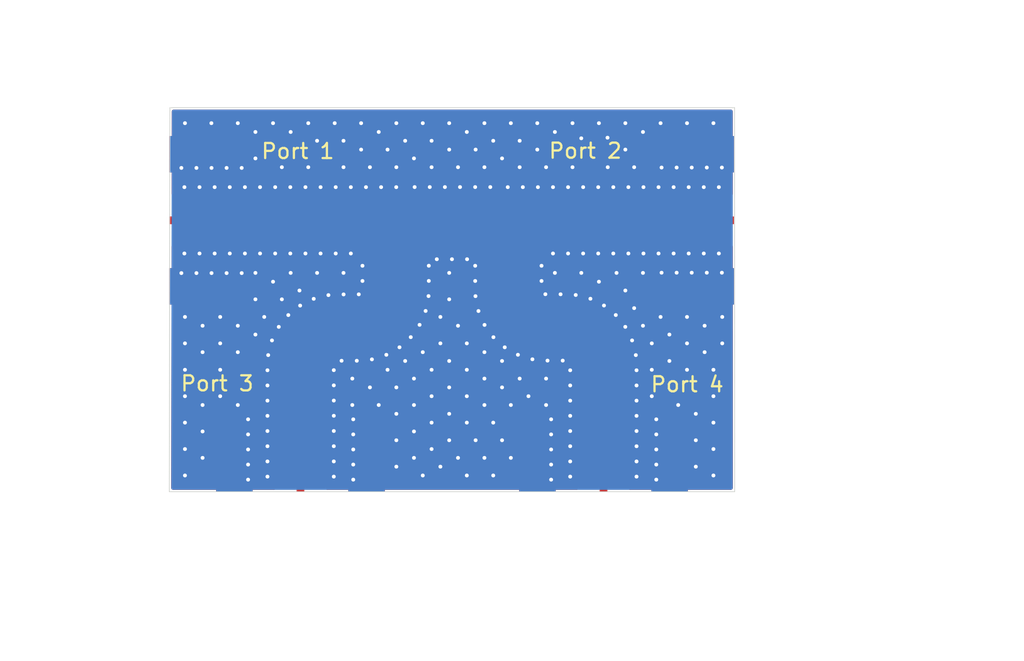
<source format=kicad_pcb>
(kicad_pcb (version 20200119) (host pcbnew "5.99.0-unknown")
  (layers (0 "F.Cu" signal) (1 "In1.Cu" signal) (2 "In2.Cu" signal) (31 "B.Cu" signal) (34 "B.Paste" user) (35 "F.Paste" user) (36 "B.SilkS" user) (37 "F.SilkS" user) (38 "B.Mask" user) (39 "F.Mask" user) (44 "Edge.Cuts" user))
  (net 0 "")
  (net 1 "GND")
  (net 2 "Net-(J1-Pad1)")
  (net 3 "Net-(J2-Pad1)")
  (net 4 "Net-(J3-Pad1)")
  (net 5 "Net-(J4-Pad1)")
  (module "fmcw:coupler_20db" (layer "F.Cu") (at 133.55 109.29)
    (fp_text reference "Z1" hide)
    (fp_text value "BRANCHLINE" hide)
    (fp_poly (pts (xy 3.508579 0.1) (xy 3.508579 0.48) (xy 3.54803 0.48) (xy 3.54803 0.51945) (xy 3.92803 0.51945)) (layer "F.Cu") (width 0))
    (fp_poly (pts (xy -3.92803 0.51945) (xy -3.54803 0.51945) (xy -3.54803 0.48) (xy -3.508579 0.48) (xy -3.508579 0.1)) (layer "F.Cu") (width 0))
    (fp_poly (pts (xy -3.508579 -0.1) (xy -3.508579 -0.48) (xy 3.508579 -0.48) (xy 3.508579 -0.1)) (layer "F.Cu") (width 0))
    (fp_poly (pts (xy -3.508579 0.48) (xy -3.508579 0.1) (xy 3.508579 0.1) (xy 3.508579 0.48)) (layer "F.Cu") (width 0))
    (pad "4" smd rect (at 3.73803 0.70945) (size 0.38 0.38) (layers "F.Cu") (net 5 "Net-(J4-Pad1)"))
    (pad "3" smd rect (at -3.73803 0.70945) (size 0.38 0.38) (layers "F.Cu") (net 3 "Net-(J2-Pad1)"))
    (pad "2" smd rect (at 3.698579 -0.29) (size 0.38 0.38) (layers "F.Cu") (net 4 "Net-(J3-Pad1)"))
    (pad "1" smd rect (at -3.698579 -0.29) (size 0.38 0.38) (layers "F.Cu") (net 2 "Net-(J1-Pad1)"))
    (zone (net 0) (net_name "") (layer "F.Cu") (connect_pads (clearance 0.508)) (min_thickness 0.254)
      (keepout (tracks allowed) (vias allowed) (copperpour not_allowed))
      (fill (thermal_gap 0.508) (thermal_bridge_width 0.508))
      (polygon (pts (xy 138.45 111.19) (xy 128.55 111.19) (xy 128.55 107.29) (xy 138.45 107.29)))
    )
  )
  (module "fmcw:BU-1420701851_SMA" (layer "F.Cu") (at 143.6 127 -90)
    (fp_text reference "J4" hide)
    (fp_text value "Conn_Coaxial")
    (pad "2" thru_hole circle (at -2.8 3.475 270) (size 0.4572 0.4572) (drill 0.254) (layers *.Cu) (net 1 "GND"))
    (pad "2" thru_hole circle (at -1.8 3.475 270) (size 0.4572 0.4572) (drill 0.254) (layers *.Cu) (net 1 "GND"))
    (pad "2" thru_hole circle (at -4.8 3.475 270) (size 0.4572 0.4572) (drill 0.254) (layers *.Cu) (net 1 "GND"))
    (pad "2" thru_hole circle (at -0.8 3.475 270) (size 0.4572 0.4572) (drill 0.254) (layers *.Cu) (net 1 "GND"))
    (pad "2" thru_hole circle (at -3.8 3.475 270) (size 0.4572 0.4572) (drill 0.254) (layers *.Cu) (net 1 "GND"))
    (pad "2" thru_hole circle (at -0.8 -3.5 270) (size 0.4572 0.4572) (drill 0.254) (layers *.Cu) (net 1 "GND"))
    (pad "2" thru_hole circle (at -1.8 -3.5 270) (size 0.4572 0.4572) (drill 0.254) (layers *.Cu) (net 1 "GND"))
    (pad "2" thru_hole circle (at -2.8 -3.5 270) (size 0.4572 0.4572) (drill 0.254) (layers *.Cu) (net 1 "GND"))
    (pad "2" thru_hole circle (at -3.8 -3.5 270) (size 0.4572 0.4572) (drill 0.254) (layers *.Cu) (net 1 "GND"))
    (pad "2" thru_hole circle (at -4.8 -3.5 270) (size 0.4572 0.4572) (drill 0.254) (layers *.Cu) (net 1 "GND"))
    (pad "1" smd rect (at -1 0 270) (size 2 0.51) (layers "F.Cu" "F.Mask") (net 5 "Net-(J4-Pad1)"))
    (pad "2" smd rect (at -2.54 4.3825 270) (size 5.08 2.415) (layers "F.Cu" "F.Mask") (net 1 "GND"))
    (pad "2" smd rect (at -2.54 -4.3825 270) (size 5.08 2.415) (layers "F.Cu" "F.Mask") (net 1 "GND"))
    (pad "2" smd rect (at -2.54 4.3825 270) (size 5.08 2.415) (layers "B.Cu" "B.Mask") (net 1 "GND"))
    (pad "2" smd rect (at -2.54 -4.3825 270) (size 5.08 2.415) (layers "B.Cu" "B.Mask") (net 1 "GND"))
  )
  (module "fmcw:BU-1420701851_SMA" (layer "F.Cu") (at 152.25 109)
    (fp_text reference "J3" hide)
    (fp_text value "Conn_Coaxial")
    (pad "2" thru_hole circle (at -2.8 3.475) (size 0.4572 0.4572) (drill 0.254) (layers *.Cu) (net 1 "GND"))
    (pad "2" thru_hole circle (at -1.8 3.475) (size 0.4572 0.4572) (drill 0.254) (layers *.Cu) (net 1 "GND"))
    (pad "2" thru_hole circle (at -4.8 3.475) (size 0.4572 0.4572) (drill 0.254) (layers *.Cu) (net 1 "GND"))
    (pad "2" thru_hole circle (at -0.8 3.475) (size 0.4572 0.4572) (drill 0.254) (layers *.Cu) (net 1 "GND"))
    (pad "2" thru_hole circle (at -3.8 3.475) (size 0.4572 0.4572) (drill 0.254) (layers *.Cu) (net 1 "GND"))
    (pad "2" thru_hole circle (at -0.8 -3.5) (size 0.4572 0.4572) (drill 0.254) (layers *.Cu) (net 1 "GND"))
    (pad "2" thru_hole circle (at -1.8 -3.5) (size 0.4572 0.4572) (drill 0.254) (layers *.Cu) (net 1 "GND"))
    (pad "2" thru_hole circle (at -2.8 -3.5) (size 0.4572 0.4572) (drill 0.254) (layers *.Cu) (net 1 "GND"))
    (pad "2" thru_hole circle (at -3.8 -3.5) (size 0.4572 0.4572) (drill 0.254) (layers *.Cu) (net 1 "GND"))
    (pad "2" thru_hole circle (at -4.8 -3.5) (size 0.4572 0.4572) (drill 0.254) (layers *.Cu) (net 1 "GND"))
    (pad "1" smd rect (at -1 0) (size 2 0.51) (layers "F.Cu" "F.Mask") (net 4 "Net-(J3-Pad1)"))
    (pad "2" smd rect (at -2.54 4.3825) (size 5.08 2.415) (layers "F.Cu" "F.Mask") (net 1 "GND"))
    (pad "2" smd rect (at -2.54 -4.3825) (size 5.08 2.415) (layers "F.Cu" "F.Mask") (net 1 "GND"))
    (pad "2" smd rect (at -2.54 4.3825) (size 5.08 2.415) (layers "B.Cu" "B.Mask") (net 1 "GND"))
    (pad "2" smd rect (at -2.54 -4.3825) (size 5.08 2.415) (layers "B.Cu" "B.Mask") (net 1 "GND"))
  )
  (module "fmcw:BU-1420701851_SMA" (layer "F.Cu") (at 123.5 127 -90)
    (fp_text reference "J2" hide)
    (fp_text value "Conn_Coaxial")
    (pad "2" thru_hole circle (at -2.8 3.475 270) (size 0.4572 0.4572) (drill 0.254) (layers *.Cu) (net 1 "GND"))
    (pad "2" thru_hole circle (at -1.8 3.475 270) (size 0.4572 0.4572) (drill 0.254) (layers *.Cu) (net 1 "GND"))
    (pad "2" thru_hole circle (at -4.8 3.475 270) (size 0.4572 0.4572) (drill 0.254) (layers *.Cu) (net 1 "GND"))
    (pad "2" thru_hole circle (at -0.8 3.475 270) (size 0.4572 0.4572) (drill 0.254) (layers *.Cu) (net 1 "GND"))
    (pad "2" thru_hole circle (at -3.8 3.475 270) (size 0.4572 0.4572) (drill 0.254) (layers *.Cu) (net 1 "GND"))
    (pad "2" thru_hole circle (at -0.8 -3.5 270) (size 0.4572 0.4572) (drill 0.254) (layers *.Cu) (net 1 "GND"))
    (pad "2" thru_hole circle (at -1.8 -3.5 270) (size 0.4572 0.4572) (drill 0.254) (layers *.Cu) (net 1 "GND"))
    (pad "2" thru_hole circle (at -2.8 -3.5 270) (size 0.4572 0.4572) (drill 0.254) (layers *.Cu) (net 1 "GND"))
    (pad "2" thru_hole circle (at -3.8 -3.5 270) (size 0.4572 0.4572) (drill 0.254) (layers *.Cu) (net 1 "GND"))
    (pad "2" thru_hole circle (at -4.8 -3.5 270) (size 0.4572 0.4572) (drill 0.254) (layers *.Cu) (net 1 "GND"))
    (pad "1" smd rect (at -1 0 270) (size 2 0.51) (layers "F.Cu" "F.Mask") (net 3 "Net-(J2-Pad1)"))
    (pad "2" smd rect (at -2.54 4.3825 270) (size 5.08 2.415) (layers "F.Cu" "F.Mask") (net 1 "GND"))
    (pad "2" smd rect (at -2.54 -4.3825 270) (size 5.08 2.415) (layers "F.Cu" "F.Mask") (net 1 "GND"))
    (pad "2" smd rect (at -2.54 4.3825 270) (size 5.08 2.415) (layers "B.Cu" "B.Mask") (net 1 "GND"))
    (pad "2" smd rect (at -2.54 -4.3825 270) (size 5.08 2.415) (layers "B.Cu" "B.Mask") (net 1 "GND"))
  )
  (module "fmcw:BU-1420701851_SMA" (layer "F.Cu") (at 114.8 109 180)
    (fp_text reference "J1" hide)
    (fp_text value "Conn_Coaxial")
    (pad "2" thru_hole circle (at -2.8 3.475 180) (size 0.4572 0.4572) (drill 0.254) (layers *.Cu) (net 1 "GND"))
    (pad "2" thru_hole circle (at -1.8 3.475 180) (size 0.4572 0.4572) (drill 0.254) (layers *.Cu) (net 1 "GND"))
    (pad "2" thru_hole circle (at -4.8 3.475 180) (size 0.4572 0.4572) (drill 0.254) (layers *.Cu) (net 1 "GND"))
    (pad "2" thru_hole circle (at -0.8 3.475 180) (size 0.4572 0.4572) (drill 0.254) (layers *.Cu) (net 1 "GND"))
    (pad "2" thru_hole circle (at -3.8 3.475 180) (size 0.4572 0.4572) (drill 0.254) (layers *.Cu) (net 1 "GND"))
    (pad "2" thru_hole circle (at -0.8 -3.5 180) (size 0.4572 0.4572) (drill 0.254) (layers *.Cu) (net 1 "GND"))
    (pad "2" thru_hole circle (at -1.8 -3.5 180) (size 0.4572 0.4572) (drill 0.254) (layers *.Cu) (net 1 "GND"))
    (pad "2" thru_hole circle (at -2.8 -3.5 180) (size 0.4572 0.4572) (drill 0.254) (layers *.Cu) (net 1 "GND"))
    (pad "2" thru_hole circle (at -3.8 -3.5 180) (size 0.4572 0.4572) (drill 0.254) (layers *.Cu) (net 1 "GND"))
    (pad "2" thru_hole circle (at -4.8 -3.5 180) (size 0.4572 0.4572) (drill 0.254) (layers *.Cu) (net 1 "GND"))
    (pad "1" smd rect (at -1 0 180) (size 2 0.51) (layers "F.Cu" "F.Mask") (net 2 "Net-(J1-Pad1)"))
    (pad "2" smd rect (at -2.54 4.3825 180) (size 5.08 2.415) (layers "F.Cu" "F.Mask") (net 1 "GND"))
    (pad "2" smd rect (at -2.54 -4.3825 180) (size 5.08 2.415) (layers "F.Cu" "F.Mask") (net 1 "GND"))
    (pad "2" smd rect (at -2.54 4.3825 180) (size 5.08 2.415) (layers "B.Cu" "B.Mask") (net 1 "GND"))
    (pad "2" smd rect (at -2.54 -4.3825 180) (size 5.08 2.415) (layers "B.Cu" "B.Mask") (net 1 "GND"))
  )
  (gr_text "Port 3" (at 117.975 119.825) (layer "F.SilkS") (effects (font (size 1 1))))
  (gr_text "Port 4" (at 149.15 119.885) (layer "F.SilkS") (effects (font (size 1 1))))
  (gr_text "Port 2" (at 142.395 104.39) (layer "F.SilkS") (effects (font (size 1 1))))
  (gr_text "Port 1" (at 123.325 104.415) (layer "F.SilkS") (effects (font (size 1 1))))
  (gr_line (start 152.295 101.53) (end 114.84 101.53) (layer "Edge.Cuts") (width 0.05))
  (gr_line (start 152.3 127) (end 152.295 101.53) (layer "Edge.Cuts") (width 0.05))
  (gr_line (start 114.8 127) (end 152.3 127) (layer "Edge.Cuts") (width 0.05))
  (gr_line (start 114.84 101.53) (end 114.8 127) (layer "Edge.Cuts") (width 0.05))
  (via (at 151.474399 117.161307) (size 0.4572) (drill 0.254) (layers "F.Cu" "B.Cu") (net 1))
  (via (at 151.474399 115.408707) (size 0.4572) (drill 0.254) (layers "F.Cu" "B.Cu") (net 1))
  (via (at 150.890199 125.924307) (size 0.4572) (drill 0.254) (layers "F.Cu" "B.Cu") (net 1))
  (via (at 150.890199 124.171707) (size 0.4572) (drill 0.254) (layers "F.Cu" "B.Cu") (net 1))
  (via (at 150.890199 122.419107) (size 0.4572) (drill 0.254) (layers "F.Cu" "B.Cu") (net 1))
  (via (at 150.890199 120.666507) (size 0.4572) (drill 0.254) (layers "F.Cu" "B.Cu") (net 1))
  (via (at 150.890199 118.913907) (size 0.4572) (drill 0.254) (layers "F.Cu" "B.Cu") (net 1))
  (via (at 150.890199 102.556307) (size 0.4572) (drill 0.254) (layers "F.Cu" "B.Cu") (net 1))
  (via (at 150.305999 117.745507) (size 0.4572) (drill 0.254) (layers "F.Cu" "B.Cu") (net 1))
  (via (at 150.305999 115.992907) (size 0.4572) (drill 0.254) (layers "F.Cu" "B.Cu") (net 1))
  (via (at 149.721799 125.340107) (size 0.4572) (drill 0.254) (layers "F.Cu" "B.Cu") (net 1))
  (via (at 149.721799 123.587507) (size 0.4572) (drill 0.254) (layers "F.Cu" "B.Cu") (net 1))
  (via (at 149.721799 121.834907) (size 0.4572) (drill 0.254) (layers "F.Cu" "B.Cu") (net 1))
  (via (at 149.137599 118.913907) (size 0.4572) (drill 0.254) (layers "F.Cu" "B.Cu") (net 1))
  (via (at 149.137599 117.161307) (size 0.4572) (drill 0.254) (layers "F.Cu" "B.Cu") (net 1))
  (via (at 149.137599 115.408707) (size 0.4572) (drill 0.254) (layers "F.Cu" "B.Cu") (net 1))
  (via (at 149.137599 102.556307) (size 0.4572) (drill 0.254) (layers "F.Cu" "B.Cu") (net 1))
  (via (at 148.553399 121.250707) (size 0.4572) (drill 0.254) (layers "F.Cu" "B.Cu") (net 1))
  (via (at 147.969199 118.329707) (size 0.4572) (drill 0.254) (layers "F.Cu" "B.Cu") (net 1))
  (via (at 147.969199 116.577107) (size 0.4572) (drill 0.254) (layers "F.Cu" "B.Cu") (net 1))
  (via (at 147.384999 115.408707) (size 0.4572) (drill 0.254) (layers "F.Cu" "B.Cu") (net 1))
  (via (at 147.384999 102.556307) (size 0.4572) (drill 0.254) (layers "F.Cu" "B.Cu") (net 1))
  (via (at 146.800799 120.666507) (size 0.4572) (drill 0.254) (layers "F.Cu" "B.Cu") (net 1))
  (via (at 146.800799 118.913907) (size 0.4572) (drill 0.254) (layers "F.Cu" "B.Cu") (net 1))
  (via (at 146.800799 117.161307) (size 0.4572) (drill 0.254) (layers "F.Cu" "B.Cu") (net 1))
  (via (at 146.216599 115.992907) (size 0.4572) (drill 0.254) (layers "F.Cu" "B.Cu") (net 1))
  (via (at 146.216599 112.487707) (size 0.4572) (drill 0.254) (layers "F.Cu" "B.Cu") (net 1))
  (via (at 146.216599 103.140507) (size 0.4572) (drill 0.254) (layers "F.Cu" "B.Cu") (net 1))
  (via (at 145.632399 114.824507) (size 0.4572) (drill 0.254) (layers "F.Cu" "B.Cu") (net 1))
  (via (at 145.632399 105.477307) (size 0.4572) (drill 0.254) (layers "F.Cu" "B.Cu") (net 1))
  (via (at 145.048199 113.656107) (size 0.4572) (drill 0.254) (layers "F.Cu" "B.Cu") (net 1))
  (via (at 145.048199 104.308907) (size 0.4572) (drill 0.254) (layers "F.Cu" "B.Cu") (net 1))
  (via (at 145.048199 102.556307) (size 0.4572) (drill 0.254) (layers "F.Cu" "B.Cu") (net 1))
  (via (at 144.463999 112.487707) (size 0.4572) (drill 0.254) (layers "F.Cu" "B.Cu") (net 1))
  (via (at 143.879799 105.477307) (size 0.4572) (drill 0.254) (layers "F.Cu" "B.Cu") (net 1))
  (via (at 143.865 103.52) (size 0.4572) (drill 0.254) (layers "F.Cu" "B.Cu") (net 1))
  (via (at 143.295599 113.071907) (size 0.4572) (drill 0.254) (layers "F.Cu" "B.Cu") (net 1))
  (via (at 143.295599 102.556307) (size 0.4572) (drill 0.254) (layers "F.Cu" "B.Cu") (net 1))
  (via (at 142.127199 112.487707) (size 0.4572) (drill 0.254) (layers "F.Cu" "B.Cu") (net 1))
  (via (at 142.125 103.56) (size 0.4572) (drill 0.254) (layers "F.Cu" "B.Cu") (net 1))
  (via (at 141.542999 105.477307) (size 0.4572) (drill 0.254) (layers "F.Cu" "B.Cu") (net 1))
  (via (at 141.542999 102.556307) (size 0.4572) (drill 0.254) (layers "F.Cu" "B.Cu") (net 1))
  (via (at 140.374599 112.487707) (size 0.4572) (drill 0.254) (layers "F.Cu" "B.Cu") (net 1))
  (via (at 140.374599 103.140507) (size 0.4572) (drill 0.254) (layers "F.Cu" "B.Cu") (net 1))
  (via (at 139.790399 121.250707) (size 0.4572) (drill 0.254) (layers "F.Cu" "B.Cu") (net 1))
  (via (at 139.790399 119.498107) (size 0.4572) (drill 0.254) (layers "F.Cu" "B.Cu") (net 1))
  (via (at 139.790399 105.477307) (size 0.4572) (drill 0.254) (layers "F.Cu" "B.Cu") (net 1))
  (via (at 139.206199 104.308907) (size 0.4572) (drill 0.254) (layers "F.Cu" "B.Cu") (net 1))
  (via (at 139.206199 102.556307) (size 0.4572) (drill 0.254) (layers "F.Cu" "B.Cu") (net 1))
  (via (at 138.621999 120.666507) (size 0.4572) (drill 0.254) (layers "F.Cu" "B.Cu") (net 1))
  (via (at 138.037799 119.498107) (size 0.4572) (drill 0.254) (layers "F.Cu" "B.Cu") (net 1))
  (via (at 138.037799 105.477307) (size 0.4572) (drill 0.254) (layers "F.Cu" "B.Cu") (net 1))
  (via (at 138.037799 103.724707) (size 0.4572) (drill 0.254) (layers "F.Cu" "B.Cu") (net 1))
  (via (at 137.453599 124.755907) (size 0.4572) (drill 0.254) (layers "F.Cu" "B.Cu") (net 1))
  (via (at 137.453599 121.250707) (size 0.4572) (drill 0.254) (layers "F.Cu" "B.Cu") (net 1))
  (via (at 137.453599 102.556307) (size 0.4572) (drill 0.254) (layers "F.Cu" "B.Cu") (net 1))
  (via (at 136.869399 123.587507) (size 0.4572) (drill 0.254) (layers "F.Cu" "B.Cu") (net 1))
  (via (at 136.869399 120.082307) (size 0.4572) (drill 0.254) (layers "F.Cu" "B.Cu") (net 1))
  (via (at 136.869399 118.329707) (size 0.4572) (drill 0.254) (layers "F.Cu" "B.Cu") (net 1))
  (via (at 136.869399 104.893107) (size 0.4572) (drill 0.254) (layers "F.Cu" "B.Cu") (net 1))
  (via (at 136.285199 125.924307) (size 0.4572) (drill 0.254) (layers "F.Cu" "B.Cu") (net 1))
  (via (at 136.285199 122.419107) (size 0.4572) (drill 0.254) (layers "F.Cu" "B.Cu") (net 1))
  (via (at 136.285199 103.724707) (size 0.4572) (drill 0.254) (layers "F.Cu" "B.Cu") (net 1))
  (via (at 135.700999 124.755907) (size 0.4572) (drill 0.254) (layers "F.Cu" "B.Cu") (net 1))
  (via (at 135.700999 121.250707) (size 0.4572) (drill 0.254) (layers "F.Cu" "B.Cu") (net 1))
  (via (at 135.700999 119.498107) (size 0.4572) (drill 0.254) (layers "F.Cu" "B.Cu") (net 1))
  (via (at 135.700999 117.745507) (size 0.4572) (drill 0.254) (layers "F.Cu" "B.Cu") (net 1))
  (via (at 135.700999 105.477307) (size 0.4572) (drill 0.254) (layers "F.Cu" "B.Cu") (net 1))
  (via (at 135.700999 102.556307) (size 0.4572) (drill 0.254) (layers "F.Cu" "B.Cu") (net 1))
  (via (at 135.116799 123.587507) (size 0.4572) (drill 0.254) (layers "F.Cu" "B.Cu") (net 1))
  (via (at 135.116799 104.308907) (size 0.4572) (drill 0.254) (layers "F.Cu" "B.Cu") (net 1))
  (via (at 134.532599 125.924307) (size 0.4572) (drill 0.254) (layers "F.Cu" "B.Cu") (net 1))
  (via (at 134.532599 122.419107) (size 0.4572) (drill 0.254) (layers "F.Cu" "B.Cu") (net 1))
  (via (at 134.532599 120.666507) (size 0.4572) (drill 0.254) (layers "F.Cu" "B.Cu") (net 1))
  (via (at 134.532599 118.913907) (size 0.4572) (drill 0.254) (layers "F.Cu" "B.Cu") (net 1))
  (via (at 134.532599 117.161307) (size 0.4572) (drill 0.254) (layers "F.Cu" "B.Cu") (net 1))
  (via (at 134.532599 103.140507) (size 0.4572) (drill 0.254) (layers "F.Cu" "B.Cu") (net 1))
  (via (at 133.948399 124.755907) (size 0.4572) (drill 0.254) (layers "F.Cu" "B.Cu") (net 1))
  (via (at 133.948399 115.992907) (size 0.4572) (drill 0.254) (layers "F.Cu" "B.Cu") (net 1))
  (via (at 133.948399 105.477307) (size 0.4572) (drill 0.254) (layers "F.Cu" "B.Cu") (net 1))
  (via (at 133.364199 123.587507) (size 0.4572) (drill 0.254) (layers "F.Cu" "B.Cu") (net 1))
  (via (at 133.364199 121.834907) (size 0.4572) (drill 0.254) (layers "F.Cu" "B.Cu") (net 1))
  (via (at 133.364199 120.082307) (size 0.4572) (drill 0.254) (layers "F.Cu" "B.Cu") (net 1))
  (via (at 133.364199 118.329707) (size 0.4572) (drill 0.254) (layers "F.Cu" "B.Cu") (net 1))
  (via (at 133.364199 114.240307) (size 0.4572) (drill 0.254) (layers "F.Cu" "B.Cu") (net 1))
  (via (at 133.364199 112.487707) (size 0.4572) (drill 0.254) (layers "F.Cu" "B.Cu") (net 1))
  (via (at 133.364199 104.308907) (size 0.4572) (drill 0.254) (layers "F.Cu" "B.Cu") (net 1))
  (via (at 133.364199 102.556307) (size 0.4572) (drill 0.254) (layers "F.Cu" "B.Cu") (net 1))
  (via (at 132.779999 125.340107) (size 0.4572) (drill 0.254) (layers "F.Cu" "B.Cu") (net 1))
  (via (at 132.779999 117.161307) (size 0.4572) (drill 0.254) (layers "F.Cu" "B.Cu") (net 1))
  (via (at 132.779999 115.408707) (size 0.4572) (drill 0.254) (layers "F.Cu" "B.Cu") (net 1))
  (via (at 132.195799 124.171707) (size 0.4572) (drill 0.254) (layers "F.Cu" "B.Cu") (net 1))
  (via (at 132.195799 122.419107) (size 0.4572) (drill 0.254) (layers "F.Cu" "B.Cu") (net 1))
  (via (at 132.195799 120.666507) (size 0.4572) (drill 0.254) (layers "F.Cu" "B.Cu") (net 1))
  (via (at 132.195799 118.913907) (size 0.4572) (drill 0.254) (layers "F.Cu" "B.Cu") (net 1))
  (via (at 132.195799 105.477307) (size 0.4572) (drill 0.254) (layers "F.Cu" "B.Cu") (net 1))
  (via (at 132.195799 103.724707) (size 0.4572) (drill 0.254) (layers "F.Cu" "B.Cu") (net 1))
  (via (at 131.611599 125.924307) (size 0.4572) (drill 0.254) (layers "F.Cu" "B.Cu") (net 1))
  (via (at 131.611599 117.745507) (size 0.4572) (drill 0.254) (layers "F.Cu" "B.Cu") (net 1))
  (via (at 131.611599 102.556307) (size 0.4572) (drill 0.254) (layers "F.Cu" "B.Cu") (net 1))
  (via (at 131.027399 124.755907) (size 0.4572) (drill 0.254) (layers "F.Cu" "B.Cu") (net 1))
  (via (at 131.027399 123.003307) (size 0.4572) (drill 0.254) (layers "F.Cu" "B.Cu") (net 1))
  (via (at 131.027399 121.250707) (size 0.4572) (drill 0.254) (layers "F.Cu" "B.Cu") (net 1))
  (via (at 131.027399 119.498107) (size 0.4572) (drill 0.254) (layers "F.Cu" "B.Cu") (net 1))
  (via (at 131.027399 104.893107) (size 0.4572) (drill 0.254) (layers "F.Cu" "B.Cu") (net 1))
  (via (at 130.443199 118.329707) (size 0.4572) (drill 0.254) (layers "F.Cu" "B.Cu") (net 1))
  (via (at 130.443199 103.724707) (size 0.4572) (drill 0.254) (layers "F.Cu" "B.Cu") (net 1))
  (via (at 129.858999 125.340107) (size 0.4572) (drill 0.254) (layers "F.Cu" "B.Cu") (net 1))
  (via (at 129.858999 123.587507) (size 0.4572) (drill 0.254) (layers "F.Cu" "B.Cu") (net 1))
  (via (at 129.858999 121.834907) (size 0.4572) (drill 0.254) (layers "F.Cu" "B.Cu") (net 1))
  (via (at 129.858999 120.082307) (size 0.4572) (drill 0.254) (layers "F.Cu" "B.Cu") (net 1))
  (via (at 129.858999 105.477307) (size 0.4572) (drill 0.254) (layers "F.Cu" "B.Cu") (net 1))
  (via (at 129.858999 102.556307) (size 0.4572) (drill 0.254) (layers "F.Cu" "B.Cu") (net 1))
  (via (at 129.274799 118.913907) (size 0.4572) (drill 0.254) (layers "F.Cu" "B.Cu") (net 1))
  (via (at 129.274799 104.308907) (size 0.4572) (drill 0.254) (layers "F.Cu" "B.Cu") (net 1))
  (via (at 128.690599 121.250707) (size 0.4572) (drill 0.254) (layers "F.Cu" "B.Cu") (net 1))
  (via (at 128.690599 103.140507) (size 0.4572) (drill 0.254) (layers "F.Cu" "B.Cu") (net 1))
  (via (at 128.106399 120.082307) (size 0.4572) (drill 0.254) (layers "F.Cu" "B.Cu") (net 1))
  (via (at 128.106399 105.477307) (size 0.4572) (drill 0.254) (layers "F.Cu" "B.Cu") (net 1))
  (via (at 127.522199 104.308907) (size 0.4572) (drill 0.254) (layers "F.Cu" "B.Cu") (net 1))
  (via (at 127.522199 102.556307) (size 0.4572) (drill 0.254) (layers "F.Cu" "B.Cu") (net 1))
  (via (at 126.937999 121.250707) (size 0.4572) (drill 0.254) (layers "F.Cu" "B.Cu") (net 1))
  (via (at 126.937999 119.498107) (size 0.4572) (drill 0.254) (layers "F.Cu" "B.Cu") (net 1))
  (via (at 126.353799 112.487707) (size 0.4572) (drill 0.254) (layers "F.Cu" "B.Cu") (net 1))
  (via (at 126.353799 105.477307) (size 0.4572) (drill 0.254) (layers "F.Cu" "B.Cu") (net 1))
  (via (at 126.353799 103.724707) (size 0.4572) (drill 0.254) (layers "F.Cu" "B.Cu") (net 1))
  (via (at 125.769599 102.556307) (size 0.4572) (drill 0.254) (layers "F.Cu" "B.Cu") (net 1))
  (via (at 124.601199 112.487707) (size 0.4572) (drill 0.254) (layers "F.Cu" "B.Cu") (net 1))
  (via (at 124.601199 103.724707) (size 0.4572) (drill 0.254) (layers "F.Cu" "B.Cu") (net 1))
  (via (at 124.016999 105.477307) (size 0.4572) (drill 0.254) (layers "F.Cu" "B.Cu") (net 1))
  (via (at 124.016999 102.556307) (size 0.4572) (drill 0.254) (layers "F.Cu" "B.Cu") (net 1))
  (via (at 123.432799 113.656107) (size 0.4572) (drill 0.254) (layers "F.Cu" "B.Cu") (net 1))
  (via (at 122.848599 112.487707) (size 0.4572) (drill 0.254) (layers "F.Cu" "B.Cu") (net 1))
  (via (at 122.848599 103.140507) (size 0.4572) (drill 0.254) (layers "F.Cu" "B.Cu") (net 1))
  (via (at 122.264399 114.240307) (size 0.4572) (drill 0.254) (layers "F.Cu" "B.Cu") (net 1))
  (via (at 122.264399 105.477307) (size 0.4572) (drill 0.254) (layers "F.Cu" "B.Cu") (net 1))
  (via (at 121.680199 113.071907) (size 0.4572) (drill 0.254) (layers "F.Cu" "B.Cu") (net 1))
  (via (at 121.680199 102.556307) (size 0.4572) (drill 0.254) (layers "F.Cu" "B.Cu") (net 1))
  (via (at 121.095999 115.408707) (size 0.4572) (drill 0.254) (layers "F.Cu" "B.Cu") (net 1))
  (via (at 120.511799 116.577107) (size 0.4572) (drill 0.254) (layers "F.Cu" "B.Cu") (net 1))
  (via (at 120.511799 114.240307) (size 0.4572) (drill 0.254) (layers "F.Cu" "B.Cu") (net 1))
  (via (at 120.511799 112.487707) (size 0.4572) (drill 0.254) (layers "F.Cu" "B.Cu") (net 1))
  (via (at 120.511799 104.893107) (size 0.4572) (drill 0.254) (layers "F.Cu" "B.Cu") (net 1))
  (via (at 120.511799 103.140507) (size 0.4572) (drill 0.254) (layers "F.Cu" "B.Cu") (net 1))
  (via (at 119.343399 121.250707) (size 0.4572) (drill 0.254) (layers "F.Cu" "B.Cu") (net 1))
  (via (at 119.343399 117.745507) (size 0.4572) (drill 0.254) (layers "F.Cu" "B.Cu") (net 1))
  (via (at 119.343399 115.992907) (size 0.4572) (drill 0.254) (layers "F.Cu" "B.Cu") (net 1))
  (via (at 119.343399 102.556307) (size 0.4572) (drill 0.254) (layers "F.Cu" "B.Cu") (net 1))
  (via (at 118.174999 120.666507) (size 0.4572) (drill 0.254) (layers "F.Cu" "B.Cu") (net 1))
  (via (at 118.174999 118.913907) (size 0.4572) (drill 0.254) (layers "F.Cu" "B.Cu") (net 1))
  (via (at 118.174999 117.161307) (size 0.4572) (drill 0.254) (layers "F.Cu" "B.Cu") (net 1))
  (via (at 118.174999 115.408707) (size 0.4572) (drill 0.254) (layers "F.Cu" "B.Cu") (net 1))
  (via (at 117.590799 102.556307) (size 0.4572) (drill 0.254) (layers "F.Cu" "B.Cu") (net 1))
  (via (at 117.006599 124.755907) (size 0.4572) (drill 0.254) (layers "F.Cu" "B.Cu") (net 1))
  (via (at 117.006599 123.003307) (size 0.4572) (drill 0.254) (layers "F.Cu" "B.Cu") (net 1))
  (via (at 117.006599 121.250707) (size 0.4572) (drill 0.254) (layers "F.Cu" "B.Cu") (net 1))
  (via (at 117.006599 117.745507) (size 0.4572) (drill 0.254) (layers "F.Cu" "B.Cu") (net 1))
  (via (at 117.006599 115.992907) (size 0.4572) (drill 0.254) (layers "F.Cu" "B.Cu") (net 1))
  (via (at 115.838199 125.924307) (size 0.4572) (drill 0.254) (layers "F.Cu" "B.Cu") (net 1))
  (via (at 115.838199 124.171707) (size 0.4572) (drill 0.254) (layers "F.Cu" "B.Cu") (net 1))
  (via (at 115.838199 122.419107) (size 0.4572) (drill 0.254) (layers "F.Cu" "B.Cu") (net 1))
  (via (at 115.838199 120.666507) (size 0.4572) (drill 0.254) (layers "F.Cu" "B.Cu") (net 1))
  (via (at 115.838199 118.913907) (size 0.4572) (drill 0.254) (layers "F.Cu" "B.Cu") (net 1))
  (via (at 115.838199 117.161307) (size 0.4572) (drill 0.254) (layers "F.Cu" "B.Cu") (net 1))
  (via (at 115.838199 115.408707) (size 0.4572) (drill 0.254) (layers "F.Cu" "B.Cu") (net 1))
  (via (at 115.838199 102.556307) (size 0.4572) (drill 0.254) (layers "F.Cu" "B.Cu") (net 1))
  (via (at 133.078981 106.795) (size 0.4572) (drill 0.254) (layers "F.Cu" "B.Cu") (net 1))
  (via (at 135.086327 106.795) (size 0.4572) (drill 0.254) (layers "F.Cu" "B.Cu") (net 1))
  (via (at 132.075308 106.795) (size 0.4572) (drill 0.254) (layers "F.Cu" "B.Cu") (net 1))
  (via (at 136.09 106.795) (size 0.4572) (drill 0.254) (layers "F.Cu" "B.Cu") (net 1))
  (via (at 131.071635 106.795) (size 0.4572) (drill 0.254) (layers "F.Cu" "B.Cu") (net 1))
  (via (at 134.082654 106.795) (size 0.4572) (drill 0.254) (layers "F.Cu" "B.Cu") (net 1))
  (via (at 133.546327 111.58) (size 0.4572) (drill 0.254) (layers "F.Cu" "B.Cu") (net 1))
  (via (at 134.55 111.58) (size 0.4572) (drill 0.254) (layers "F.Cu" "B.Cu") (net 1))
  (via (at 132.542654 111.58) (size 0.4572) (drill 0.254) (layers "F.Cu" "B.Cu") (net 1))
  (via (at 145.79 124.992248) (size 0.4572) (drill 0.254) (layers "F.Cu" "B.Cu") (net 1))
  (via (at 145.79 123.984496) (size 0.4572) (drill 0.254) (layers "F.Cu" "B.Cu") (net 1))
  (via (at 145.79 122.976744) (size 0.4572) (drill 0.254) (layers "F.Cu" "B.Cu") (net 1))
  (via (at 145.79 121.968992) (size 0.4572) (drill 0.254) (layers "F.Cu" "B.Cu") (net 1))
  (via (at 145.79 120.961241) (size 0.4572) (drill 0.254) (layers "F.Cu" "B.Cu") (net 1))
  (via (at 145.79 119.953489) (size 0.4572) (drill 0.254) (layers "F.Cu" "B.Cu") (net 1))
  (via (at 145.79 118.945737) (size 0.4572) (drill 0.254) (layers "F.Cu" "B.Cu") (net 1))
  (via (at 145.742667 117.940196) (size 0.4572) (drill 0.254) (layers "F.Cu" "B.Cu") (net 1))
  (via (at 145.494327 116.965519) (size 0.4572) (drill 0.254) (layers "F.Cu" "B.Cu") (net 1))
  (via (at 145.0444 116.066002) (size 0.4572) (drill 0.254) (layers "F.Cu" "B.Cu") (net 1))
  (via (at 144.41404 115.282238) (size 0.4572) (drill 0.254) (layers "F.Cu" "B.Cu") (net 1))
  (via (at 143.630526 114.651567) (size 0.4572) (drill 0.254) (layers "F.Cu" "B.Cu") (net 1))
  (via (at 142.731169 114.201323) (size 0.4572) (drill 0.254) (layers "F.Cu" "B.Cu") (net 1))
  (via (at 141.756596 113.952576) (size 0.4572) (drill 0.254) (layers "F.Cu" "B.Cu") (net 1))
  (via (at 140.751072 113.905) (size 0.4572) (drill 0.254) (layers "F.Cu" "B.Cu") (net 1))
  (via (at 139.743492 113.900989) (size 0.4572) (drill 0.254) (layers "F.Cu" "B.Cu") (net 1))
  (via (at 139.48803 113.022705) (size 0.4572) (drill 0.254) (layers "F.Cu" "B.Cu") (net 1))
  (via (at 139.48803 112.014953) (size 0.4572) (drill 0.254) (layers "F.Cu" "B.Cu") (net 1))
  (via (at 145.79 126) (size 0.4572) (drill 0.254) (layers "F.Cu" "B.Cu") (net 1))
  (via (at 135.08803 112.014953) (size 0.4572) (drill 0.254) (layers "F.Cu" "B.Cu") (net 1))
  (via (at 135.08803 113.022705) (size 0.4572) (drill 0.254) (layers "F.Cu" "B.Cu") (net 1))
  (via (at 135.107431 114.029886) (size 0.4572) (drill 0.254) (layers "F.Cu" "B.Cu") (net 1))
  (via (at 135.305161 115.016083) (size 0.4572) (drill 0.254) (layers "F.Cu" "B.Cu") (net 1))
  (via (at 135.708457 115.937457) (size 0.4572) (drill 0.254) (layers "F.Cu" "B.Cu") (net 1))
  (via (at 136.297683 116.752589) (size 0.4572) (drill 0.254) (layers "F.Cu" "B.Cu") (net 1))
  (via (at 137.047699 117.422759) (size 0.4572) (drill 0.254) (layers "F.Cu" "B.Cu") (net 1))
  (via (at 137.922832 117.918442) (size 0.4572) (drill 0.254) (layers "F.Cu" "B.Cu") (net 1))
  (via (at 138.883286 118.217077) (size 0.4572) (drill 0.254) (layers "F.Cu" "B.Cu") (net 1))
  (via (at 139.8854 118.305) (size 0.4572) (drill 0.254) (layers "F.Cu" "B.Cu") (net 1))
  (via (at 140.893152 118.305) (size 0.4572) (drill 0.254) (layers "F.Cu" "B.Cu") (net 1))
  (via (at 141.39 118.945737) (size 0.4572) (drill 0.254) (layers "F.Cu" "B.Cu") (net 1))
  (via (at 141.39 119.953489) (size 0.4572) (drill 0.254) (layers "F.Cu" "B.Cu") (net 1))
  (via (at 141.39 120.961241) (size 0.4572) (drill 0.254) (layers "F.Cu" "B.Cu") (net 1))
  (via (at 141.39 121.968992) (size 0.4572) (drill 0.254) (layers "F.Cu" "B.Cu") (net 1))
  (via (at 141.39 122.976744) (size 0.4572) (drill 0.254) (layers "F.Cu" "B.Cu") (net 1))
  (via (at 141.39 123.984496) (size 0.4572) (drill 0.254) (layers "F.Cu" "B.Cu") (net 1))
  (via (at 141.39 124.992248) (size 0.4572) (drill 0.254) (layers "F.Cu" "B.Cu") (net 1))
  (via (at 141.39 126) (size 0.4572) (drill 0.254) (layers "F.Cu" "B.Cu") (net 1))
  (via (at 125.71 124.991128) (size 0.4572) (drill 0.254) (layers "F.Cu" "B.Cu") (net 1))
  (via (at 125.71 123.982256) (size 0.4572) (drill 0.254) (layers "F.Cu" "B.Cu") (net 1))
  (via (at 125.71 122.973384) (size 0.4572) (drill 0.254) (layers "F.Cu" "B.Cu") (net 1))
  (via (at 125.71 121.964513) (size 0.4572) (drill 0.254) (layers "F.Cu" "B.Cu") (net 1))
  (via (at 125.71 120.955641) (size 0.4572) (drill 0.254) (layers "F.Cu" "B.Cu") (net 1))
  (via (at 125.71 119.946769) (size 0.4572) (drill 0.254) (layers "F.Cu" "B.Cu") (net 1))
  (via (at 125.71 118.937898) (size 0.4572) (drill 0.254) (layers "F.Cu" "B.Cu") (net 1))
  (via (at 126.225805 118.315) (size 0.4572) (drill 0.254) (layers "F.Cu" "B.Cu") (net 1))
  (via (at 127.234677 118.315) (size 0.4572) (drill 0.254) (layers "F.Cu" "B.Cu") (net 1))
  (via (at 129.195525 117.920305) (size 0.4572) (drill 0.254) (layers "F.Cu" "B.Cu") (net 1))
  (via (at 130.067801 117.421842) (size 0.4572) (drill 0.254) (layers "F.Cu" "B.Cu") (net 1))
  (via (at 130.814172 116.749258) (size 0.4572) (drill 0.254) (layers "F.Cu" "B.Cu") (net 1))
  (via (at 131.399783 115.932909) (size 0.4572) (drill 0.254) (layers "F.Cu" "B.Cu") (net 1))
  (via (at 131.799645 115.011241) (size 0.4572) (drill 0.254) (layers "F.Cu" "B.Cu") (net 1))
  (via (at 131.993703 114.02545) (size 0.4572) (drill 0.254) (layers "F.Cu" "B.Cu") (net 1))
  (via (at 132.01197 113.019344) (size 0.4572) (drill 0.254) (layers "F.Cu" "B.Cu") (net 1))
  (via (at 132.01197 112.012713) (size 0.4572) (drill 0.254) (layers "F.Cu" "B.Cu") (net 1))
  (via (at 125.71 126) (size 0.4572) (drill 0.254) (layers "F.Cu" "B.Cu") (net 1))
  (via (at 128.237508 118.222959) (size 0.4572) (drill 0.254) (layers "F.Cu" "B.Cu") (net 1))
  (via (at 127.61197 112.014953) (size 0.4572) (drill 0.254) (layers "F.Cu" "B.Cu") (net 1))
  (via (at 127.61197 113.022705) (size 0.4572) (drill 0.254) (layers "F.Cu" "B.Cu") (net 1))
  (via (at 127.366359 113.90928) (size 0.4572) (drill 0.254) (layers "F.Cu" "B.Cu") (net 1))
  (via (at 126.358926 113.915) (size 0.4572) (drill 0.254) (layers "F.Cu" "B.Cu") (net 1))
  (via (at 125.353312 113.961236) (size 0.4572) (drill 0.254) (layers "F.Cu" "B.Cu") (net 1))
  (via (at 124.37816 114.207725) (size 0.4572) (drill 0.254) (layers "F.Cu" "B.Cu") (net 1))
  (via (at 123.477921 114.656217) (size 0.4572) (drill 0.254) (layers "F.Cu" "B.Cu") (net 1))
  (via (at 122.693042 115.28518) (size 0.4572) (drill 0.254) (layers "F.Cu" "B.Cu") (net 1))
  (via (at 122.060948 116.067554) (size 0.4572) (drill 0.254) (layers "F.Cu" "B.Cu") (net 1))
  (via (at 121.60927 116.966189) (size 0.4572) (drill 0.254) (layers "F.Cu" "B.Cu") (net 1))
  (via (at 121.358707 117.940291) (size 0.4572) (drill 0.254) (layers "F.Cu" "B.Cu") (net 1))
  (via (at 121.31 118.945737) (size 0.4572) (drill 0.254) (layers "F.Cu" "B.Cu") (net 1))
  (via (at 121.31 119.953489) (size 0.4572) (drill 0.254) (layers "F.Cu" "B.Cu") (net 1))
  (via (at 121.31 120.961241) (size 0.4572) (drill 0.254) (layers "F.Cu" "B.Cu") (net 1))
  (via (at 121.31 121.968992) (size 0.4572) (drill 0.254) (layers "F.Cu" "B.Cu") (net 1))
  (via (at 121.31 122.976744) (size 0.4572) (drill 0.254) (layers "F.Cu" "B.Cu") (net 1))
  (via (at 121.31 123.984496) (size 0.4572) (drill 0.254) (layers "F.Cu" "B.Cu") (net 1))
  (via (at 121.31 124.992248) (size 0.4572) (drill 0.254) (layers "F.Cu" "B.Cu") (net 1))
  (via (at 121.31 126) (size 0.4572) (drill 0.254) (layers "F.Cu" "B.Cu") (net 1))
  (via (at 140.248883 111.2) (size 0.4572) (drill 0.254) (layers "F.Cu" "B.Cu") (net 1))
  (via (at 141.248985 111.2) (size 0.4572) (drill 0.254) (layers "F.Cu" "B.Cu") (net 1))
  (via (at 142.249086 111.2) (size 0.4572) (drill 0.254) (layers "F.Cu" "B.Cu") (net 1))
  (via (at 143.249188 111.2) (size 0.4572) (drill 0.254) (layers "F.Cu" "B.Cu") (net 1))
  (via (at 144.249289 111.2) (size 0.4572) (drill 0.254) (layers "F.Cu" "B.Cu") (net 1))
  (via (at 145.249391 111.2) (size 0.4572) (drill 0.254) (layers "F.Cu" "B.Cu") (net 1))
  (via (at 146.249492 111.2) (size 0.4572) (drill 0.254) (layers "F.Cu" "B.Cu") (net 1))
  (via (at 147.249594 111.2) (size 0.4572) (drill 0.254) (layers "F.Cu" "B.Cu") (net 1))
  (via (at 148.249695 111.2) (size 0.4572) (drill 0.254) (layers "F.Cu" "B.Cu") (net 1))
  (via (at 149.249797 111.2) (size 0.4572) (drill 0.254) (layers "F.Cu" "B.Cu") (net 1))
  (via (at 150.249898 111.2) (size 0.4572) (drill 0.254) (layers "F.Cu" "B.Cu") (net 1))
  (via (at 151.25 111.2) (size 0.4572) (drill 0.254) (layers "F.Cu" "B.Cu") (net 1))
  (via (at 150.249898 106.8) (size 0.4572) (drill 0.254) (layers "F.Cu" "B.Cu") (net 1))
  (via (at 149.249797 106.8) (size 0.4572) (drill 0.254) (layers "F.Cu" "B.Cu") (net 1))
  (via (at 148.249695 106.8) (size 0.4572) (drill 0.254) (layers "F.Cu" "B.Cu") (net 1))
  (via (at 147.249594 106.8) (size 0.4572) (drill 0.254) (layers "F.Cu" "B.Cu") (net 1))
  (via (at 146.249492 106.8) (size 0.4572) (drill 0.254) (layers "F.Cu" "B.Cu") (net 1))
  (via (at 145.249391 106.8) (size 0.4572) (drill 0.254) (layers "F.Cu" "B.Cu") (net 1))
  (via (at 144.249289 106.8) (size 0.4572) (drill 0.254) (layers "F.Cu" "B.Cu") (net 1))
  (via (at 143.249188 106.8) (size 0.4572) (drill 0.254) (layers "F.Cu" "B.Cu") (net 1))
  (via (at 142.249086 106.8) (size 0.4572) (drill 0.254) (layers "F.Cu" "B.Cu") (net 1))
  (via (at 141.248985 106.8) (size 0.4572) (drill 0.254) (layers "F.Cu" "B.Cu") (net 1))
  (via (at 140.248883 106.8) (size 0.4572) (drill 0.254) (layers "F.Cu" "B.Cu") (net 1))
  (via (at 139.248782 106.8) (size 0.4572) (drill 0.254) (layers "F.Cu" "B.Cu") (net 1))
  (via (at 138.24868 106.8) (size 0.4572) (drill 0.254) (layers "F.Cu" "B.Cu") (net 1))
  (via (at 151.25 106.8) (size 0.4572) (drill 0.254) (layers "F.Cu" "B.Cu") (net 1))
  (via (at 137.248579 106.8) (size 0.4572) (drill 0.254) (layers "F.Cu" "B.Cu") (net 1))
  (via (at 116.803672 111.2) (size 0.4572) (drill 0.254) (layers "F.Cu" "B.Cu") (net 1))
  (via (at 117.807345 111.2) (size 0.4572) (drill 0.254) (layers "F.Cu" "B.Cu") (net 1))
  (via (at 118.811018 111.2) (size 0.4572) (drill 0.254) (layers "F.Cu" "B.Cu") (net 1))
  (via (at 119.814691 111.2) (size 0.4572) (drill 0.254) (layers "F.Cu" "B.Cu") (net 1))
  (via (at 120.818364 111.2) (size 0.4572) (drill 0.254) (layers "F.Cu" "B.Cu") (net 1))
  (via (at 121.822037 111.2) (size 0.4572) (drill 0.254) (layers "F.Cu" "B.Cu") (net 1))
  (via (at 122.82571 111.2) (size 0.4572) (drill 0.254) (layers "F.Cu" "B.Cu") (net 1))
  (via (at 123.829383 111.2) (size 0.4572) (drill 0.254) (layers "F.Cu" "B.Cu") (net 1))
  (via (at 124.833056 111.2) (size 0.4572) (drill 0.254) (layers "F.Cu" "B.Cu") (net 1))
  (via (at 125.836729 111.2) (size 0.4572) (drill 0.254) (layers "F.Cu" "B.Cu") (net 1))
  (via (at 126.840402 111.2) (size 0.4572) (drill 0.254) (layers "F.Cu" "B.Cu") (net 1))
  (via (at 115.8 111.2) (size 0.4572) (drill 0.254) (layers "F.Cu" "B.Cu") (net 1))
  (via (at 128.847748 106.8) (size 0.4572) (drill 0.254) (layers "F.Cu" "B.Cu") (net 1))
  (via (at 127.844075 106.8) (size 0.4572) (drill 0.254) (layers "F.Cu" "B.Cu") (net 1))
  (via (at 126.840402 106.8) (size 0.4572) (drill 0.254) (layers "F.Cu" "B.Cu") (net 1))
  (via (at 125.836729 106.8) (size 0.4572) (drill 0.254) (layers "F.Cu" "B.Cu") (net 1))
  (via (at 124.833056 106.8) (size 0.4572) (drill 0.254) (layers "F.Cu" "B.Cu") (net 1))
  (via (at 123.829383 106.8) (size 0.4572) (drill 0.254) (layers "F.Cu" "B.Cu") (net 1))
  (via (at 122.82571 106.8) (size 0.4572) (drill 0.254) (layers "F.Cu" "B.Cu") (net 1))
  (via (at 121.822037 106.8) (size 0.4572) (drill 0.254) (layers "F.Cu" "B.Cu") (net 1))
  (via (at 120.818364 106.8) (size 0.4572) (drill 0.254) (layers "F.Cu" "B.Cu") (net 1))
  (via (at 119.814691 106.8) (size 0.4572) (drill 0.254) (layers "F.Cu" "B.Cu") (net 1))
  (via (at 118.811018 106.8) (size 0.4572) (drill 0.254) (layers "F.Cu" "B.Cu") (net 1))
  (via (at 117.807345 106.8) (size 0.4572) (drill 0.254) (layers "F.Cu" "B.Cu") (net 1))
  (via (at 116.803672 106.8) (size 0.4572) (drill 0.254) (layers "F.Cu" "B.Cu") (net 1))
  (via (at 129.851421 106.8) (size 0.4572) (drill 0.254) (layers "F.Cu" "B.Cu") (net 1))
  (via (at 115.8 106.8) (size 0.4572) (drill 0.254) (layers "F.Cu" "B.Cu") (net 1))
  (segment (start 115.8 109) (end 129.851421 109) (width 0.38) (layer "F.Cu") (net 2))
  (segment (start 137.248579 109) (end 151.25 109) (width 0.38) (layer "F.Cu") (net 4))
  (segment (start 127.31197 116.115) (end 126.585 116.115) (width 0.38) (layer "F.Cu") (net 3))
  (segment (start 127.31197 116.115) (end 127.434639 116.111988) (width 0.38) (layer "F.Cu") (net 3))
  (segment (start 127.434639 116.111988) (end 127.557012 116.102961) (width 0.38) (layer "F.Cu") (net 3))
  (segment (start 127.557012 116.102961) (end 127.678796 116.087941) (width 0.38) (layer "F.Cu") (net 3))
  (segment (start 127.678796 116.087941) (end 127.799695 116.066963) (width 0.38) (layer "F.Cu") (net 3))
  (segment (start 127.799695 116.066963) (end 127.91942 116.040078) (width 0.38) (layer "F.Cu") (net 3))
  (segment (start 127.91942 116.040078) (end 128.037681 116.00735) (width 0.38) (layer "F.Cu") (net 3))
  (segment (start 128.037681 116.00735) (end 128.154194 115.96886) (width 0.38) (layer "F.Cu") (net 3))
  (segment (start 128.154194 115.96886) (end 128.268678 115.924698) (width 0.38) (layer "F.Cu") (net 3))
  (segment (start 128.268678 115.924698) (end 128.380857 115.874973) (width 0.38) (layer "F.Cu") (net 3))
  (segment (start 128.380857 115.874973) (end 128.490461 115.819803) (width 0.38) (layer "F.Cu") (net 3))
  (segment (start 128.490461 115.819803) (end 128.597226 115.759321) (width 0.38) (layer "F.Cu") (net 3))
  (segment (start 128.597226 115.759321) (end 128.700895 115.693674) (width 0.38) (layer "F.Cu") (net 3))
  (segment (start 128.700895 115.693674) (end 128.801218 115.623018) (width 0.38) (layer "F.Cu") (net 3))
  (segment (start 128.801218 115.623018) (end 128.897953 115.547526) (width 0.38) (layer "F.Cu") (net 3))
  (segment (start 128.897953 115.547526) (end 128.990867 115.467377) (width 0.38) (layer "F.Cu") (net 3))
  (segment (start 128.990867 115.467377) (end 129.079736 115.382766) (width 0.38) (layer "F.Cu") (net 3))
  (segment (start 129.079736 115.382766) (end 129.164347 115.293897) (width 0.38) (layer "F.Cu") (net 3))
  (segment (start 129.164347 115.293897) (end 129.244496 115.200983) (width 0.38) (layer "F.Cu") (net 3))
  (segment (start 129.244496 115.200983) (end 129.319988 115.104248) (width 0.38) (layer "F.Cu") (net 3))
  (segment (start 129.319988 115.104248) (end 129.390644 115.003925) (width 0.38) (layer "F.Cu") (net 3))
  (segment (start 129.390644 115.003925) (end 129.456291 114.900256) (width 0.38) (layer "F.Cu") (net 3))
  (segment (start 129.456291 114.900256) (end 129.516773 114.793491) (width 0.38) (layer "F.Cu") (net 3))
  (segment (start 129.516773 114.793491) (end 129.571943 114.683887) (width 0.38) (layer "F.Cu") (net 3))
  (segment (start 129.571943 114.683887) (end 129.621668 114.571708) (width 0.38) (layer "F.Cu") (net 3))
  (segment (start 129.621668 114.571708) (end 129.66583 114.457224) (width 0.38) (layer "F.Cu") (net 3))
  (segment (start 129.66583 114.457224) (end 129.70432 114.340711) (width 0.38) (layer "F.Cu") (net 3))
  (segment (start 129.70432 114.340711) (end 129.737048 114.22245) (width 0.38) (layer "F.Cu") (net 3))
  (segment (start 129.737048 114.22245) (end 129.763933 114.102725) (width 0.38) (layer "F.Cu") (net 3))
  (segment (start 129.763933 114.102725) (end 129.784911 113.981826) (width 0.38) (layer "F.Cu") (net 3))
  (segment (start 129.784911 113.981826) (end 129.799931 113.860042) (width 0.38) (layer "F.Cu") (net 3))
  (segment (start 129.799931 113.860042) (end 129.808958 113.737669) (width 0.38) (layer "F.Cu") (net 3))
  (segment (start 129.808958 113.737669) (end 129.81197 113.615) (width 0.38) (layer "F.Cu") (net 3))
  (segment (start 129.81197 113.615) (end 129.81197 109.99945) (width 0.38) (layer "F.Cu") (net 3))
  (segment (start 126.01 116.115) (end 126.585 116.115) (width 0.38) (layer "F.Cu") (net 3))
  (segment (start 126.01 116.115) (end 125.88733 116.118011) (width 0.38) (layer "F.Cu") (net 3))
  (segment (start 125.88733 116.118011) (end 125.764957 116.127038) (width 0.38) (layer "F.Cu") (net 3))
  (segment (start 125.764957 116.127038) (end 125.643173 116.142058) (width 0.38) (layer "F.Cu") (net 3))
  (segment (start 125.643173 116.142058) (end 125.522274 116.163036) (width 0.38) (layer "F.Cu") (net 3))
  (segment (start 125.522274 116.163036) (end 125.402549 116.189921) (width 0.38) (layer "F.Cu") (net 3))
  (segment (start 125.402549 116.189921) (end 125.284288 116.222649) (width 0.38) (layer "F.Cu") (net 3))
  (segment (start 125.284288 116.222649) (end 125.167775 116.261139) (width 0.38) (layer "F.Cu") (net 3))
  (segment (start 125.167775 116.261139) (end 125.053291 116.305301) (width 0.38) (layer "F.Cu") (net 3))
  (segment (start 125.053291 116.305301) (end 124.941112 116.355026) (width 0.38) (layer "F.Cu") (net 3))
  (segment (start 124.941112 116.355026) (end 124.831508 116.410196) (width 0.38) (layer "F.Cu") (net 3))
  (segment (start 124.831508 116.410196) (end 124.724743 116.470678) (width 0.38) (layer "F.Cu") (net 3))
  (segment (start 124.724743 116.470678) (end 124.621074 116.536325) (width 0.38) (layer "F.Cu") (net 3))
  (segment (start 124.621074 116.536325) (end 124.520751 116.606981) (width 0.38) (layer "F.Cu") (net 3))
  (segment (start 124.520751 116.606981) (end 124.424016 116.682473) (width 0.38) (layer "F.Cu") (net 3))
  (segment (start 124.424016 116.682473) (end 124.331102 116.762622) (width 0.38) (layer "F.Cu") (net 3))
  (segment (start 124.331102 116.762622) (end 124.242233 116.847233) (width 0.38) (layer "F.Cu") (net 3))
  (segment (start 124.242233 116.847233) (end 124.157622 116.936102) (width 0.38) (layer "F.Cu") (net 3))
  (segment (start 124.157622 116.936102) (end 124.077473 117.029016) (width 0.38) (layer "F.Cu") (net 3))
  (segment (start 124.077473 117.029016) (end 124.001981 117.125751) (width 0.38) (layer "F.Cu") (net 3))
  (segment (start 124.001981 117.125751) (end 123.931325 117.226074) (width 0.38) (layer "F.Cu") (net 3))
  (segment (start 123.931325 117.226074) (end 123.865678 117.329743) (width 0.38) (layer "F.Cu") (net 3))
  (segment (start 123.865678 117.329743) (end 123.805196 117.436508) (width 0.38) (layer "F.Cu") (net 3))
  (segment (start 123.805196 117.436508) (end 123.750026 117.546112) (width 0.38) (layer "F.Cu") (net 3))
  (segment (start 123.750026 117.546112) (end 123.700301 117.658291) (width 0.38) (layer "F.Cu") (net 3))
  (segment (start 123.700301 117.658291) (end 123.656139 117.772775) (width 0.38) (layer "F.Cu") (net 3))
  (segment (start 123.656139 117.772775) (end 123.617649 117.889288) (width 0.38) (layer "F.Cu") (net 3))
  (segment (start 123.617649 117.889288) (end 123.584921 118.007549) (width 0.38) (layer "F.Cu") (net 3))
  (segment (start 123.584921 118.007549) (end 123.558036 118.127274) (width 0.38) (layer "F.Cu") (net 3))
  (segment (start 123.558036 118.127274) (end 123.537058 118.248173) (width 0.38) (layer "F.Cu") (net 3))
  (segment (start 123.537058 118.248173) (end 123.522038 118.369957) (width 0.38) (layer "F.Cu") (net 3))
  (segment (start 123.522038 118.369957) (end 123.513011 118.49233) (width 0.38) (layer "F.Cu") (net 3))
  (segment (start 123.513011 118.49233) (end 123.51 118.615) (width 0.38) (layer "F.Cu") (net 3))
  (segment (start 123.51 118.615) (end 123.51 126) (width 0.38) (layer "F.Cu") (net 3))
  (segment (start 137.28803 113.605) (end 137.28803 109.99945) (width 0.38) (layer "F.Cu") (net 5))
  (segment (start 137.28803 113.605) (end 137.291041 113.727669) (width 0.38) (layer "F.Cu") (net 5))
  (segment (start 137.291041 113.727669) (end 137.300068 113.850042) (width 0.38) (layer "F.Cu") (net 5))
  (segment (start 137.300068 113.850042) (end 137.315088 113.971826) (width 0.38) (layer "F.Cu") (net 5))
  (segment (start 137.315088 113.971826) (end 137.336066 114.092725) (width 0.38) (layer "F.Cu") (net 5))
  (segment (start 137.336066 114.092725) (end 137.362951 114.21245) (width 0.38) (layer "F.Cu") (net 5))
  (segment (start 137.362951 114.21245) (end 137.395679 114.330711) (width 0.38) (layer "F.Cu") (net 5))
  (segment (start 137.395679 114.330711) (end 137.434169 114.447224) (width 0.38) (layer "F.Cu") (net 5))
  (segment (start 137.434169 114.447224) (end 137.478331 114.561708) (width 0.38) (layer "F.Cu") (net 5))
  (segment (start 137.478331 114.561708) (end 137.528056 114.673887) (width 0.38) (layer "F.Cu") (net 5))
  (segment (start 137.528056 114.673887) (end 137.583226 114.783491) (width 0.38) (layer "F.Cu") (net 5))
  (segment (start 137.583226 114.783491) (end 137.643708 114.890256) (width 0.38) (layer "F.Cu") (net 5))
  (segment (start 137.643708 114.890256) (end 137.709355 114.993925) (width 0.38) (layer "F.Cu") (net 5))
  (segment (start 137.709355 114.993925) (end 137.780011 115.094248) (width 0.38) (layer "F.Cu") (net 5))
  (segment (start 137.780011 115.094248) (end 137.855503 115.190983) (width 0.38) (layer "F.Cu") (net 5))
  (segment (start 137.855503 115.190983) (end 137.935652 115.283897) (width 0.38) (layer "F.Cu") (net 5))
  (segment (start 137.935652 115.283897) (end 138.020263 115.372766) (width 0.38) (layer "F.Cu") (net 5))
  (segment (start 138.020263 115.372766) (end 138.109132 115.457377) (width 0.38) (layer "F.Cu") (net 5))
  (segment (start 138.109132 115.457377) (end 138.202046 115.537526) (width 0.38) (layer "F.Cu") (net 5))
  (segment (start 138.202046 115.537526) (end 138.298781 115.613018) (width 0.38) (layer "F.Cu") (net 5))
  (segment (start 138.298781 115.613018) (end 138.399104 115.683674) (width 0.38) (layer "F.Cu") (net 5))
  (segment (start 138.399104 115.683674) (end 138.502773 115.749321) (width 0.38) (layer "F.Cu") (net 5))
  (segment (start 138.502773 115.749321) (end 138.609538 115.809803) (width 0.38) (layer "F.Cu") (net 5))
  (segment (start 138.609538 115.809803) (end 138.719142 115.864973) (width 0.38) (layer "F.Cu") (net 5))
  (segment (start 138.719142 115.864973) (end 138.831321 115.914698) (width 0.38) (layer "F.Cu") (net 5))
  (segment (start 138.831321 115.914698) (end 138.945805 115.95886) (width 0.38) (layer "F.Cu") (net 5))
  (segment (start 138.945805 115.95886) (end 139.062318 115.99735) (width 0.38) (layer "F.Cu") (net 5))
  (segment (start 139.062318 115.99735) (end 139.180579 116.030078) (width 0.38) (layer "F.Cu") (net 5))
  (segment (start 139.180579 116.030078) (end 139.300304 116.056963) (width 0.38) (layer "F.Cu") (net 5))
  (segment (start 139.300304 116.056963) (end 139.421203 116.077941) (width 0.38) (layer "F.Cu") (net 5))
  (segment (start 139.421203 116.077941) (end 139.542987 116.092961) (width 0.38) (layer "F.Cu") (net 5))
  (segment (start 139.542987 116.092961) (end 139.66536 116.101988) (width 0.38) (layer "F.Cu") (net 5))
  (segment (start 139.66536 116.101988) (end 139.78803 116.105) (width 0.38) (layer "F.Cu") (net 5))
  (segment (start 141.09 116.105) (end 139.78803 116.105) (width 0.38) (layer "F.Cu") (net 5))
  (segment (start 141.09 116.105) (end 141.212669 116.108011) (width 0.38) (layer "F.Cu") (net 5))
  (segment (start 141.212669 116.108011) (end 141.335042 116.117038) (width 0.38) (layer "F.Cu") (net 5))
  (segment (start 141.335042 116.117038) (end 141.456826 116.132058) (width 0.38) (layer "F.Cu") (net 5))
  (segment (start 141.456826 116.132058) (end 141.577725 116.153036) (width 0.38) (layer "F.Cu") (net 5))
  (segment (start 141.577725 116.153036) (end 141.69745 116.179921) (width 0.38) (layer "F.Cu") (net 5))
  (segment (start 141.69745 116.179921) (end 141.815711 116.212649) (width 0.38) (layer "F.Cu") (net 5))
  (segment (start 141.815711 116.212649) (end 141.932224 116.251139) (width 0.38) (layer "F.Cu") (net 5))
  (segment (start 141.932224 116.251139) (end 142.046708 116.295301) (width 0.38) (layer "F.Cu") (net 5))
  (segment (start 142.046708 116.295301) (end 142.158887 116.345026) (width 0.38) (layer "F.Cu") (net 5))
  (segment (start 142.158887 116.345026) (end 142.268491 116.400196) (width 0.38) (layer "F.Cu") (net 5))
  (segment (start 142.268491 116.400196) (end 142.375256 116.460678) (width 0.38) (layer "F.Cu") (net 5))
  (segment (start 142.375256 116.460678) (end 142.478925 116.526325) (width 0.38) (layer "F.Cu") (net 5))
  (segment (start 142.478925 116.526325) (end 142.579248 116.596981) (width 0.38) (layer "F.Cu") (net 5))
  (segment (start 142.579248 116.596981) (end 142.675983 116.672473) (width 0.38) (layer "F.Cu") (net 5))
  (segment (start 142.675983 116.672473) (end 142.768897 116.752622) (width 0.38) (layer "F.Cu") (net 5))
  (segment (start 142.768897 116.752622) (end 142.857766 116.837233) (width 0.38) (layer "F.Cu") (net 5))
  (segment (start 142.857766 116.837233) (end 142.942377 116.926102) (width 0.38) (layer "F.Cu") (net 5))
  (segment (start 142.942377 116.926102) (end 143.022526 117.019016) (width 0.38) (layer "F.Cu") (net 5))
  (segment (start 143.022526 117.019016) (end 143.098018 117.115751) (width 0.38) (layer "F.Cu") (net 5))
  (segment (start 143.098018 117.115751) (end 143.168674 117.216074) (width 0.38) (layer "F.Cu") (net 5))
  (segment (start 143.168674 117.216074) (end 143.234321 117.319743) (width 0.38) (layer "F.Cu") (net 5))
  (segment (start 143.234321 117.319743) (end 143.294803 117.426508) (width 0.38) (layer "F.Cu") (net 5))
  (segment (start 143.294803 117.426508) (end 143.349973 117.536112) (width 0.38) (layer "F.Cu") (net 5))
  (segment (start 143.349973 117.536112) (end 143.399698 117.648291) (width 0.38) (layer "F.Cu") (net 5))
  (segment (start 143.399698 117.648291) (end 143.44386 117.762775) (width 0.38) (layer "F.Cu") (net 5))
  (segment (start 143.44386 117.762775) (end 143.48235 117.879288) (width 0.38) (layer "F.Cu") (net 5))
  (segment (start 143.48235 117.879288) (end 143.515078 117.997549) (width 0.38) (layer "F.Cu") (net 5))
  (segment (start 143.515078 117.997549) (end 143.541963 118.117274) (width 0.38) (layer "F.Cu") (net 5))
  (segment (start 143.541963 118.117274) (end 143.562941 118.238173) (width 0.38) (layer "F.Cu") (net 5))
  (segment (start 143.562941 118.238173) (end 143.577961 118.359957) (width 0.38) (layer "F.Cu") (net 5))
  (segment (start 143.577961 118.359957) (end 143.586988 118.48233) (width 0.38) (layer "F.Cu") (net 5))
  (segment (start 143.586988 118.48233) (end 143.59 118.605) (width 0.38) (layer "F.Cu") (net 5))
  (segment (start 143.59 118.605) (end 143.59 126) (width 0.38) (layer "F.Cu") (net 5))
  (zone (net 1) (net_name "GND") (layer "F.Cu") (connect_pads yes (clearance 0.127)) (min_thickness 0.254) (fill yes (thermal_gap 0.508) (thermal_bridge_width 0.508))
    (polygon (pts (xy 155 129) (xy 110 129) (xy 110 96) (xy 155 96)))
  )
  (zone (net 1) (net_name "GND") (layer "B.Cu") (connect_pads yes (clearance 0.127)) (min_thickness 0.254) (fill yes (thermal_gap 0.508) (thermal_bridge_width 0.508))
    (polygon (pts (xy 158.464446 133) (xy 113.464446 133) (xy 113.464446 100) (xy 158.464446 100)))
  )
  (zone (net 0) (net_name "") (layer "F.Cu") (connect_pads (clearance 0.508)) (min_thickness 0.254)
    (keepout (tracks allowed) (vias allowed) (copperpour not_allowed))
    (fill (thermal_gap 0.508) (thermal_bridge_width 0.508))
    (polygon (pts (xy 141.8 118.605) (xy 141.819993 118.338215) (xy 141.879525 118.077389) (xy 141.977266 117.828349) (xy 142.111033 117.596658) (xy 142.277838 117.387491) (xy 142.473954 117.205522) (xy 142.695001 117.054815) (xy 142.93604 116.938736) (xy 143.191688 116.85988) (xy 143.456234 116.820006) (xy 143.723766 116.820006) (xy 143.988312 116.85988) (xy 144.24396 116.938736) (xy 144.485 117.054815) (xy 144.706046 117.205522) (xy 144.902162 117.387491) (xy 145.068967 117.596658) (xy 145.202734 117.828349) (xy 145.300475 118.077389) (xy 145.360007 118.338215) (xy 145.38 118.605) (xy 145.38 126) (xy 145.360007 126.266785) (xy 145.300475 126.527611) (xy 145.202734 126.776651) (xy 145.068967 127.008342) (xy 144.902162 127.217509) (xy 144.706046 127.399478) (xy 144.484999 127.550185) (xy 144.24396 127.666264) (xy 143.988312 127.74512) (xy 143.723766 127.784994) (xy 143.456234 127.784994) (xy 143.191688 127.74512) (xy 142.93604 127.666264) (xy 142.695 127.550185) (xy 142.473954 127.399478) (xy 142.277838 127.217509) (xy 142.111033 127.008342) (xy 141.977266 126.776651) (xy 141.879525 126.527611) (xy 141.819993 126.266785) (xy 141.8 126)))
  )
  (zone (net 0) (net_name "") (layer "F.Cu") (connect_pads (clearance 0.508)) (min_thickness 0.254)
    (keepout (tracks allowed) (vias allowed) (copperpour not_allowed))
    (fill (thermal_gap 0.508) (thermal_bridge_width 0.508))
    (polygon (pts (xy 141.797528 118.526267) (xy 141.810966 118.259072) (xy 141.864078 117.996864) (xy 141.955676 117.745499) (xy 142.083716 117.510595) (xy 142.245336 117.297397) (xy 142.436926 117.110669) (xy 142.654207 116.954581) (xy 142.892325 116.832621) (xy 143.14596 116.747512) (xy 143.409447 116.701157) (xy 143.676899 116.69459) (xy 143.942344 116.727958) (xy 144.19985 116.800516) (xy 144.443667 116.910643) (xy 144.668346 117.055879) (xy 144.86887 117.232979) (xy 145.040758 117.437988) (xy 145.180172 117.666326) (xy 145.283997 117.912892) (xy 145.349913 118.172178) (xy 145.376448 118.438393) (xy 145.37946 118.561063) (xy 145.366022 118.828258) (xy 145.31291 119.090466) (xy 145.221312 119.341831) (xy 145.093272 119.576735) (xy 144.931652 119.789933) (xy 144.740062 119.976661) (xy 144.522781 120.132749) (xy 144.284663 120.254709) (xy 144.031028 120.339818) (xy 143.767541 120.386173) (xy 143.500089 120.39274) (xy 143.234644 120.359372) (xy 142.977138 120.286814) (xy 142.733321 120.176687) (xy 142.508642 120.031451) (xy 142.308118 119.854351) (xy 142.13623 119.649342) (xy 141.996816 119.421004) (xy 141.892991 119.174438) (xy 141.827075 118.915152) (xy 141.80054 118.648937)))
  )
  (zone (net 0) (net_name "") (layer "F.Cu") (connect_pads (clearance 0.508)) (min_thickness 0.254)
    (keepout (tracks allowed) (vias allowed) (copperpour not_allowed))
    (fill (thermal_gap 0.508) (thermal_bridge_width 0.508))
    (polygon (pts (xy 141.792812 118.49164) (xy 141.793124 118.224108) (xy 141.833307 117.959609) (xy 141.912462 117.704053) (xy 142.028821 117.463149) (xy 142.179786 117.242278) (xy 142.361984 117.046375) (xy 142.571345 116.879814) (xy 142.803192 116.746318) (xy 143.052346 116.648868) (xy 143.313241 116.58964) (xy 143.580049 116.569959) (xy 143.846811 116.590263) (xy 144.107568 116.650099) (xy 144.356494 116.748131) (xy 144.588029 116.882168) (xy 144.797 117.049216) (xy 144.97874 117.245545) (xy 145.129189 117.466767) (xy 145.244986 117.707942) (xy 145.323545 117.963682) (xy 145.36311 118.228274) (xy 145.372137 118.350647) (xy 145.371825 118.618179) (xy 145.331642 118.882678) (xy 145.252487 119.138234) (xy 145.136128 119.379138) (xy 144.985163 119.600009) (xy 144.802965 119.795912) (xy 144.593604 119.962473) (xy 144.361757 120.095969) (xy 144.112603 120.193419) (xy 143.851708 120.252647) (xy 143.5849 120.272328) (xy 143.318138 120.252024) (xy 143.057381 120.192188) (xy 142.808455 120.094156) (xy 142.57692 119.960119) (xy 142.367949 119.793071) (xy 142.186209 119.596742) (xy 142.03576 119.37552) (xy 141.919963 119.134345) (xy 141.841404 118.878605) (xy 141.801839 118.614013)))
  )
  (zone (net 0) (net_name "") (layer "F.Cu") (connect_pads (clearance 0.508)) (min_thickness 0.254)
    (keepout (tracks allowed) (vias allowed) (copperpour not_allowed))
    (fill (thermal_gap 0.508) (thermal_bridge_width 0.508))
    (polygon (pts (xy 141.786402 118.457279) (xy 141.773588 118.190053) (xy 141.800746 117.923901) (xy 141.867268 117.66477) (xy 141.971669 117.418447) (xy 142.111616 117.190436) (xy 142.283983 116.985829) (xy 142.48492 116.809198) (xy 142.709939 116.664488) (xy 142.954012 116.554931) (xy 143.211687 116.482975) (xy 143.477209 116.450228) (xy 143.744645 116.45742) (xy 144.008023 116.504391) (xy 144.261459 116.590092) (xy 144.499291 116.712609) (xy 144.716206 116.869204) (xy 144.907359 117.056379) (xy 145.068481 117.269954) (xy 145.195971 117.505157) (xy 145.286981 117.756735) (xy 145.33948 118.019067) (xy 145.3545 118.140851) (xy 145.367314 118.408077) (xy 145.340156 118.674229) (xy 145.273634 118.93336) (xy 145.169233 119.179683) (xy 145.029286 119.407694) (xy 144.856919 119.612301) (xy 144.655982 119.788932) (xy 144.430963 119.933642) (xy 144.18689 120.043199) (xy 143.929215 120.115155) (xy 143.663693 120.147902) (xy 143.396257 120.14071) (xy 143.132879 120.093739) (xy 142.879443 120.008038) (xy 142.641611 119.885521) (xy 142.424696 119.728926) (xy 142.233543 119.541751) (xy 142.072421 119.328176) (xy 141.944931 119.092973) (xy 141.853921 118.841395) (xy 141.801422 118.579063)))
  )
  (zone (net 0) (net_name "") (layer "F.Cu") (connect_pads (clearance 0.508)) (min_thickness 0.254)
    (keepout (tracks allowed) (vias allowed) (copperpour not_allowed))
    (fill (thermal_gap 0.508) (thermal_bridge_width 0.508))
    (polygon (pts (xy 141.778317 118.423296) (xy 141.752405 118.15702) (xy 141.766469 117.889857) (xy 141.820194 117.627773) (xy 141.912382 117.376624) (xy 142.040971 117.14202) (xy 142.20309 116.929202) (xy 142.395117 116.742923) (xy 142.612763 116.587344) (xy 142.851166 116.465942) (xy 143.104999 116.381428) (xy 143.368594 116.33569) (xy 143.636061 116.32975) (xy 143.901427 116.363739) (xy 144.158763 116.4369) (xy 144.402321 116.547598) (xy 144.626659 116.69336) (xy 144.826767 116.870929) (xy 144.998175 117.07634) (xy 145.137054 117.305004) (xy 145.240301 117.551812) (xy 145.305609 117.811252) (xy 145.326587 117.932151) (xy 145.352499 118.198427) (xy 145.338435 118.46559) (xy 145.28471 118.727674) (xy 145.192522 118.978823) (xy 145.063933 119.213427) (xy 144.901814 119.426245) (xy 144.709787 119.612524) (xy 144.492141 119.768103) (xy 144.253738 119.889505) (xy 143.999905 119.974019) (xy 143.73631 120.019757) (xy 143.468843 120.025697) (xy 143.203477 119.991708) (xy 142.946141 119.918547) (xy 142.702583 119.807849) (xy 142.478245 119.662087) (xy 142.278137 119.484518) (xy 142.106729 119.279107) (xy 141.96785 119.050443) (xy 141.864603 118.803635) (xy 141.799295 118.544195)))
  )
  (zone (net 0) (net_name "") (layer "F.Cu") (connect_pads (clearance 0.508)) (min_thickness 0.254)
    (keepout (tracks allowed) (vias allowed) (copperpour not_allowed))
    (fill (thermal_gap 0.508) (thermal_bridge_width 0.508))
    (polygon (pts (xy 141.768571 118.389738) (xy 141.729626 118.125054) (xy 141.730564 117.857523) (xy 141.771365 117.593119) (xy 141.851118 117.337749) (xy 141.968042 117.097118) (xy 142.119523 116.876601) (xy 142.302179 116.681124) (xy 142.511929 116.515055) (xy 142.744088 116.382101) (xy 142.993469 116.285234) (xy 143.254503 116.226617) (xy 143.521356 116.207561) (xy 143.78807 116.228489) (xy 144.048685 116.288935) (xy 144.297381 116.387549) (xy 144.528602 116.522128) (xy 144.737182 116.689665) (xy 144.918462 116.886418) (xy 145.068393 117.107992) (xy 145.183625 117.349437) (xy 145.261585 117.60536) (xy 145.28847 117.725085) (xy 145.327415 117.989769) (xy 145.326477 118.2573) (xy 145.285676 118.521704) (xy 145.205923 118.777074) (xy 145.088999 119.017705) (xy 144.937518 119.238222) (xy 144.754862 119.433699) (xy 144.545112 119.599768) (xy 144.312953 119.732722) (xy 144.063572 119.829589) (xy 143.802538 119.888206) (xy 143.535685 119.907262) (xy 143.268971 119.886334) (xy 143.008356 119.825888) (xy 142.75966 119.727274) (xy 142.528439 119.592695) (xy 142.319859 119.425158) (xy 142.138579 119.228405) (xy 141.988648 119.006831) (xy 141.873416 118.765386) (xy 141.795456 118.509463)))
  )
  (zone (net 0) (net_name "") (layer "F.Cu") (connect_pads (clearance 0.508)) (min_thickness 0.254)
    (keepout (tracks allowed) (vias allowed) (copperpour not_allowed))
    (fill (thermal_gap 0.508) (thermal_bridge_width 0.508))
    (polygon (pts (xy 141.757194 118.356714) (xy 141.705306 118.09426) (xy 141.693114 117.827005) (xy 141.720891 117.560918) (xy 141.788016 117.301942) (xy 141.892989 117.055863) (xy 142.033466 116.828177) (xy 142.206309 116.623973) (xy 142.407657 116.447809) (xy 142.633011 116.303623) (xy 142.877338 116.194634) (xy 143.13518 116.123278) (xy 143.400778 116.091148) (xy 143.668196 116.098962) (xy 143.931464 116.146546) (xy 144.1847 116.232837) (xy 144.422246 116.355906) (xy 144.638797 116.513005) (xy 144.829514 116.700625) (xy 144.990138 116.914574) (xy 145.11708 117.150073) (xy 145.207506 117.401862) (xy 145.240234 117.520123) (xy 145.292122 117.782577) (xy 145.304314 118.049832) (xy 145.276537 118.315919) (xy 145.209412 118.574895) (xy 145.104439 118.820974) (xy 144.963962 119.04866) (xy 144.791119 119.252864) (xy 144.589771 119.429028) (xy 144.364417 119.573214) (xy 144.12009 119.682203) (xy 143.862248 119.753559) (xy 143.59665 119.785689) (xy 143.329232 119.777875) (xy 143.065964 119.730291) (xy 142.812728 119.644) (xy 142.575182 119.520931) (xy 142.358631 119.363832) (xy 142.167914 119.176212) (xy 142.00729 118.962263) (xy 141.880348 118.726764) (xy 141.789922 118.474975)))
  )
  (zone (net 0) (net_name "") (layer "F.Cu") (connect_pads (clearance 0.508)) (min_thickness 0.254)
    (keepout (tracks allowed) (vias allowed) (copperpour not_allowed))
    (fill (thermal_gap 0.508) (thermal_bridge_width 0.508))
    (polygon (pts (xy 141.744202 118.324256) (xy 141.679501 118.064663) (xy 141.654214 117.798327) (xy 141.668904 117.531198) (xy 141.723243 117.269241) (xy 141.816019 117.018309) (xy 141.945157 116.784007) (xy 142.107774 116.571569) (xy 142.300237 116.38574) (xy 142.518247 116.230672) (xy 142.756934 116.109829) (xy 143.010965 116.02591) (xy 143.274666 115.98079) (xy 143.542146 115.975476) (xy 143.807432 116.010088) (xy 144.064596 116.083851) (xy 144.307893 116.195119) (xy 144.53189 116.341406) (xy 144.731581 116.519444) (xy 144.902507 116.725256) (xy 145.04085 116.954245) (xy 145.143518 117.201294) (xy 145.182008 117.317807) (xy 145.246709 117.5774) (xy 145.271996 117.843736) (xy 145.257306 118.110865) (xy 145.202967 118.372822) (xy 145.110191 118.623754) (xy 144.981053 118.858056) (xy 144.818436 119.070494) (xy 144.625973 119.256323) (xy 144.407963 119.411391) (xy 144.169276 119.532234) (xy 143.915245 119.616153) (xy 143.651544 119.661273) (xy 143.384064 119.666587) (xy 143.118778 119.631975) (xy 142.861614 119.558212) (xy 142.618317 119.446944) (xy 142.39432 119.300657) (xy 142.194629 119.122619) (xy 142.023703 118.916807) (xy 141.88536 118.687818) (xy 141.782692 118.440769)))
  )
  (zone (net 0) (net_name "") (layer "F.Cu") (connect_pads (clearance 0.508)) (min_thickness 0.254)
    (keepout (tracks allowed) (vias allowed) (copperpour not_allowed))
    (fill (thermal_gap 0.508) (thermal_bridge_width 0.508))
    (polygon (pts (xy 141.729645 118.292511) (xy 141.652282 118.036407) (xy 141.613953 117.771633) (xy 141.615515 117.504105) (xy 141.656933 117.239796) (xy 141.737281 116.984613) (xy 141.854765 116.744256) (xy 142.00676 116.524093) (xy 142.189871 116.329042) (xy 142.400008 116.163462) (xy 142.632476 116.03105) (xy 142.882083 115.934765) (xy 143.143252 115.876757) (xy 143.410149 115.858322) (xy 143.676813 115.879872) (xy 143.937287 115.940926) (xy 144.185753 116.040119) (xy 144.416659 116.175237) (xy 144.624847 116.34326) (xy 144.805668 116.540435) (xy 144.955082 116.762358) (xy 145.069751 117.004071) (xy 145.113913 117.118555) (xy 145.191276 117.374659) (xy 145.229605 117.639433) (xy 145.228043 117.906961) (xy 145.186625 118.17127) (xy 145.106277 118.426453) (xy 144.988793 118.66681) (xy 144.836798 118.886973) (xy 144.653687 119.082024) (xy 144.44355 119.247604) (xy 144.211082 119.380016) (xy 143.961475 119.476301) (xy 143.700306 119.534309) (xy 143.433409 119.552744) (xy 143.166745 119.531194) (xy 142.906271 119.47014) (xy 142.657805 119.370947) (xy 142.426899 119.235829) (xy 142.218711 119.067806) (xy 142.03789 118.870631) (xy 141.888476 118.648708) (xy 141.773807 118.406995)))
  )
  (zone (net 0) (net_name "") (layer "F.Cu") (connect_pads (clearance 0.508)) (min_thickness 0.254)
    (keepout (tracks allowed) (vias allowed) (copperpour not_allowed))
    (fill (thermal_gap 0.508) (thermal_bridge_width 0.508))
    (polygon (pts (xy 141.713535 118.261487) (xy 141.623701 118.009487) (xy 141.572429 117.746912) (xy 141.560865 117.479629) (xy 141.589266 117.213607) (xy 141.656999 116.95479) (xy 141.76255 116.708958) (xy 141.903561 116.481603) (xy 142.076882 116.277804) (xy 142.278643 116.102114) (xy 142.504335 115.958457) (xy 142.748918 115.850043) (xy 143.006926 115.779292) (xy 143.272599 115.747786) (xy 143.539998 115.756228) (xy 143.803154 115.804429) (xy 144.056186 115.891314) (xy 144.293443 116.014941) (xy 144.509624 116.172548) (xy 144.6999 116.360615) (xy 144.860022 116.57494) (xy 144.986411 116.810737) (xy 145.036136 116.922916) (xy 145.12597 117.174916) (xy 145.177242 117.437491) (xy 145.188806 117.704774) (xy 145.160405 117.970796) (xy 145.092672 118.229613) (xy 144.987121 118.475445) (xy 144.84611 118.7028) (xy 144.672789 118.906599) (xy 144.471028 119.082289) (xy 144.245336 119.225946) (xy 144.000753 119.33436) (xy 143.742745 119.405111) (xy 143.477072 119.436617) (xy 143.209673 119.428175) (xy 142.946517 119.379974) (xy 142.693485 119.293089) (xy 142.456228 119.169462) (xy 142.240047 119.011855) (xy 142.049771 118.823788) (xy 141.889649 118.609463) (xy 141.76326 118.373666)))
  )
  (zone (net 0) (net_name "") (layer "F.Cu") (connect_pads (clearance 0.508)) (min_thickness 0.254)
    (keepout (tracks allowed) (vias allowed) (copperpour not_allowed))
    (fill (thermal_gap 0.508) (thermal_bridge_width 0.508))
    (polygon (pts (xy 141.695932 118.231312) (xy 141.59384 117.984023) (xy 141.529745 117.724281) (xy 141.505079 117.457887) (xy 141.520392 117.190792) (xy 141.575342 116.928963) (xy 141.668702 116.678247) (xy 141.798387 116.444247) (xy 141.961499 116.232189) (xy 142.154395 116.04681) (xy 142.372766 115.892251) (xy 142.611734 115.771965) (xy 142.86596 115.688638) (xy 143.129766 115.644133) (xy 143.397258 115.639443) (xy 143.662461 115.674673) (xy 143.919453 115.749036) (xy 144.16249 115.860872) (xy 144.386145 116.007681) (xy 144.585421 116.186184) (xy 144.755866 116.392394) (xy 144.893674 116.621704) (xy 144.948844 116.731308) (xy 145.050936 116.978597) (xy 145.115031 117.238339) (xy 145.139697 117.504733) (xy 145.124384 117.771828) (xy 145.069434 118.033657) (xy 144.976074 118.284373) (xy 144.846389 118.518373) (xy 144.683277 118.730431) (xy 144.490381 118.91581) (xy 144.27201 119.070369) (xy 144.033042 119.190655) (xy 143.778816 119.273982) (xy 143.51501 119.318487) (xy 143.247518 119.323177) (xy 142.982315 119.287947) (xy 142.725323 119.213584) (xy 142.482286 119.101748) (xy 142.258631 118.954939) (xy 142.059355 118.776436) (xy 141.88891 118.570226) (xy 141.751102 118.340916)))
  )
  (zone (net 0) (net_name "") (layer "F.Cu") (connect_pads (clearance 0.508)) (min_thickness 0.254)
    (keepout (tracks allowed) (vias allowed) (copperpour not_allowed))
    (fill (thermal_gap 0.508) (thermal_bridge_width 0.508))
    (polygon (pts (xy 141.676868 118.202034) (xy 141.562765 117.960054) (xy 141.486001 117.703769) (xy 141.448292 117.438906) (xy 141.45048 117.171383) (xy 141.492516 116.907172) (xy 141.573462 116.652177) (xy 141.691508 116.412095) (xy 141.844018 116.192288) (xy 142.027585 115.997667) (xy 142.238108 115.832579) (xy 142.470885 115.700711) (xy 142.720716 115.60501) (xy 142.982021 115.547614) (xy 143.24896 115.529803) (xy 143.515573 115.551977) (xy 143.775904 115.61364) (xy 144.024136 115.713415) (xy 144.254725 115.849072) (xy 144.46252 116.017582) (xy 144.64288 116.21518) (xy 144.791774 116.437452) (xy 144.852256 116.544217) (xy 144.966359 116.786197) (xy 145.043123 117.042482) (xy 145.080832 117.307345) (xy 145.078644 117.574868) (xy 145.036608 117.839079) (xy 144.955662 118.094074) (xy 144.837616 118.334156) (xy 144.685106 118.553963) (xy 144.501539 118.748584) (xy 144.291016 118.913672) (xy 144.058239 119.04554) (xy 143.808408 119.141241) (xy 143.547103 119.198637) (xy 143.280164 119.216448) (xy 143.013551 119.194274) (xy 142.75322 119.132611) (xy 142.504988 119.032836) (xy 142.274399 118.897179) (xy 142.066604 118.728669) (xy 141.886244 118.531071) (xy 141.73735 118.308799)))
  )
  (zone (net 0) (net_name "") (layer "F.Cu") (connect_pads (clearance 0.508)) (min_thickness 0.254)
    (keepout (tracks allowed) (vias allowed) (copperpour not_allowed))
    (fill (thermal_gap 0.508) (thermal_bridge_width 0.508))
    (polygon (pts (xy 141.656382 118.173712) (xy 141.530545 117.937621) (xy 141.4413 117.685411) (xy 141.390642 117.422717) (xy 141.379703 117.155408) (xy 141.408726 116.889453) (xy 141.477064 116.630795) (xy 141.583189 116.38521) (xy 141.724731 116.158186) (xy 141.898529 115.954793) (xy 142.1007 115.779575) (xy 142.326727 115.636446) (xy 142.571562 115.528604) (xy 142.829736 115.458457) (xy 143.095481 115.427572) (xy 143.36286 115.436639) (xy 143.625902 115.485456) (xy 143.878731 115.572932) (xy 144.115698 115.697113) (xy 144.33151 115.855225) (xy 144.521346 116.043736) (xy 144.680966 116.258436) (xy 144.746613 116.362105) (xy 144.87245 116.598196) (xy 144.961695 116.850406) (xy 145.012353 117.1131) (xy 145.023292 117.380409) (xy 144.994269 117.646364) (xy 144.925931 117.905022) (xy 144.819806 118.150607) (xy 144.678264 118.377631) (xy 144.504466 118.581024) (xy 144.302295 118.756242) (xy 144.076268 118.899371) (xy 143.831433 119.007213) (xy 143.573259 119.07736) (xy 143.307514 119.108245) (xy 143.040135 119.099178) (xy 142.777093 119.050361) (xy 142.524264 118.962885) (xy 142.287297 118.838704) (xy 142.071485 118.680592) (xy 141.881649 118.492081) (xy 141.722029 118.277381)))
  )
  (zone (net 0) (net_name "") (layer "F.Cu") (connect_pads (clearance 0.508)) (min_thickness 0.254)
    (keepout (tracks allowed) (vias allowed) (copperpour not_allowed))
    (fill (thermal_gap 0.508) (thermal_bridge_width 0.508))
    (polygon (pts (xy 141.634546 118.146453) (xy 141.497273 117.916821) (xy 141.395759 117.669295) (xy 141.33227 117.409404) (xy 141.308225 117.142953) (xy 141.324161 116.875895) (xy 141.379723 116.614195) (xy 141.473668 116.363698) (xy 141.603898 116.130001) (xy 141.767505 115.918324) (xy 141.960833 115.733395) (xy 142.179564 115.579346) (xy 142.418811 115.459618) (xy 142.673232 115.376885) (xy 142.937141 115.332996) (xy 143.204642 115.32893) (xy 143.469763 115.364779) (xy 143.72658 115.439742) (xy 143.969356 115.552144) (xy 144.192668 115.699474) (xy 144.391526 115.878442) (xy 144.56149 116.085049) (xy 144.632146 116.185372) (xy 144.769419 116.415004) (xy 144.870933 116.66253) (xy 144.934422 116.922421) (xy 144.958467 117.188872) (xy 144.942531 117.45593) (xy 144.886969 117.71763) (xy 144.793024 117.968127) (xy 144.662794 118.201824) (xy 144.499187 118.413501) (xy 144.305859 118.59843) (xy 144.087128 118.752479) (xy 143.847881 118.872207) (xy 143.59346 118.95494) (xy 143.329551 118.998829) (xy 143.06205 119.002895) (xy 142.796929 118.967046) (xy 142.540112 118.892083) (xy 142.297336 118.779681) (xy 142.074024 118.632351) (xy 141.875166 118.453383) (xy 141.705202 118.246776)))
  )
  (zone (net 0) (net_name "") (layer "F.Cu") (connect_pads (clearance 0.508)) (min_thickness 0.254)
    (keepout (tracks allowed) (vias allowed) (copperpour not_allowed))
    (fill (thermal_gap 0.508) (thermal_bridge_width 0.508))
    (polygon (pts (xy 141.611381 118.120273) (xy 141.463009 117.897653) (xy 141.349473 117.655405) (xy 141.273311 117.398942) (xy 141.236223 117.133991) (xy 141.239038 116.866473) (xy 141.281694 116.602362) (xy 141.363237 116.347558) (xy 141.481845 116.107753) (xy 141.63487 115.888304) (xy 141.818893 115.694114) (xy 142.029803 115.52952) (xy 142.262889 115.398199) (xy 142.512944 115.303084) (xy 142.774382 115.2463) (xy 143.041362 115.229116) (xy 143.307923 115.251915) (xy 143.568108 115.314188) (xy 143.816106 115.414544) (xy 144.046376 115.550742) (xy 144.253776 115.719738) (xy 144.433671 115.917759) (xy 144.509163 116.014494) (xy 144.657535 116.237114) (xy 144.771071 116.479362) (xy 144.847233 116.735825) (xy 144.884321 117.000776) (xy 144.881506 117.268294) (xy 144.83885 117.532405) (xy 144.757307 117.787209) (xy 144.638699 118.027014) (xy 144.485674 118.246463) (xy 144.301651 118.440653) (xy 144.090741 118.605247) (xy 143.857655 118.736568) (xy 143.6076 118.831683) (xy 143.346162 118.888467) (xy 143.079182 118.905651) (xy 142.812621 118.882852) (xy 142.552436 118.820579) (xy 142.304438 118.720223) (xy 142.074168 118.584025) (xy 141.866768 118.415029) (xy 141.686873 118.217008)))
  )
  (zone (net 0) (net_name "") (layer "F.Cu") (connect_pads (clearance 0.508)) (min_thickness 0.254)
    (keepout (tracks allowed) (vias allowed) (copperpour not_allowed))
    (fill (thermal_gap 0.508) (thermal_bridge_width 0.508))
    (polygon (pts (xy 141.58698 118.095288) (xy 141.42786 117.880217) (xy 141.302572 117.643834) (xy 141.213915 117.391417) (xy 141.163869 117.128606) (xy 141.153552 116.861272) (xy 141.183194 116.595386) (xy 141.252134 116.336887) (xy 141.35883 116.09155) (xy 141.500901 115.864856) (xy 141.675171 115.661868) (xy 141.877749 115.487121) (xy 142.104109 115.344519) (xy 142.349195 115.237247) (xy 142.607531 115.1677) (xy 142.873348 115.137434) (xy 143.140705 115.147124) (xy 143.403633 115.196553) (xy 143.656257 115.284617) (xy 143.892934 115.409349) (xy 144.108377 115.567963) (xy 144.297774 115.756916) (xy 144.377923 115.84983) (xy 144.537043 116.064901) (xy 144.662331 116.301284) (xy 144.750988 116.553701) (xy 144.801034 116.816512) (xy 144.811351 117.083846) (xy 144.781709 117.349732) (xy 144.712769 117.608231) (xy 144.606073 117.853568) (xy 144.464002 118.080262) (xy 144.289732 118.28325) (xy 144.087154 118.457997) (xy 143.860794 118.600599) (xy 143.615708 118.707871) (xy 143.357372 118.777418) (xy 143.091555 118.807684) (xy 142.824198 118.797994) (xy 142.56127 118.748565) (xy 142.308646 118.660501) (xy 142.071969 118.535769) (xy 141.856526 118.377155) (xy 141.667129 118.188202)))
  )
  (zone (net 0) (net_name "") (layer "F.Cu") (connect_pads (clearance 0.508)) (min_thickness 0.254)
    (keepout (tracks allowed) (vias allowed) (copperpour not_allowed))
    (fill (thermal_gap 0.508) (thermal_bridge_width 0.508))
    (polygon (pts (xy 141.561369 118.071515) (xy 141.391889 117.864511) (xy 141.255153 117.63456) (xy 141.154218 117.386797) (xy 141.091337 117.126758) (xy 141.067915 116.860252) (xy 141.084475 116.593232) (xy 141.140648 116.331662) (xy 141.235178 116.081385) (xy 141.365954 115.847993) (xy 141.530055 115.636699) (xy 141.723815 115.452223) (xy 141.942905 115.298686) (xy 142.182432 115.179517) (xy 142.437045 115.097379) (xy 142.701056 115.054107) (xy 142.968567 115.050666) (xy 143.233603 115.087135) (xy 143.490244 115.162697) (xy 143.732756 115.275667) (xy 143.955723 115.423519) (xy 144.154163 115.602951) (xy 144.238774 115.69182) (xy 144.408254 115.898824) (xy 144.54499 116.128775) (xy 144.645925 116.376538) (xy 144.708806 116.636577) (xy 144.732228 116.903083) (xy 144.715668 117.170103) (xy 144.659495 117.431673) (xy 144.564965 117.68195) (xy 144.434189 117.915342) (xy 144.270088 118.126636) (xy 144.076328 118.311112) (xy 143.857238 118.464649) (xy 143.617711 118.583818) (xy 143.363098 118.665956) (xy 143.099087 118.709228) (xy 142.831576 118.712669) (xy 142.56654 118.6762) (xy 142.309899 118.600638) (xy 142.067387 118.487668) (xy 141.84442 118.339816) (xy 141.64598 118.160384)))
  )
  (zone (net 0) (net_name "") (layer "F.Cu") (connect_pads (clearance 0.508)) (min_thickness 0.254)
    (keepout (tracks allowed) (vias allowed) (copperpour not_allowed))
    (fill (thermal_gap 0.508) (thermal_bridge_width 0.508))
    (polygon (pts (xy 141.534615 118.049019) (xy 141.355183 117.850579) (xy 141.207331 117.627612) (xy 141.094361 117.3851) (xy 141.018799 117.128459) (xy 140.98233 116.863423) (xy 140.985771 116.595912) (xy 141.029043 116.331901) (xy 141.111181 116.077288) (xy 141.23035 115.837761) (xy 141.383887 115.618671) (xy 141.568363 115.424911) (xy 141.779657 115.26081) (xy 142.013049 115.130034) (xy 142.263326 115.035504) (xy 142.524896 114.979331) (xy 142.791916 114.962771) (xy 143.058422 114.986193) (xy 143.318461 115.049074) (xy 143.566224 115.150009) (xy 143.796175 115.286745) (xy 144.003179 115.456225) (xy 144.092048 115.540836) (xy 144.27148 115.739276) (xy 144.419332 115.962243) (xy 144.532302 116.204755) (xy 144.607864 116.461396) (xy 144.644333 116.726432) (xy 144.640892 116.993943) (xy 144.59762 117.257954) (xy 144.515482 117.512567) (xy 144.396313 117.752094) (xy 144.242776 117.971184) (xy 144.0583 118.164944) (xy 143.847006 118.329045) (xy 143.613614 118.459821) (xy 143.363337 118.554351) (xy 143.101767 118.610524) (xy 142.834747 118.627084) (xy 142.568241 118.603662) (xy 142.308202 118.540781) (xy 142.060439 118.439846) (xy 141.830488 118.30311) (xy 141.623484 118.13363)))
  )
  (zone (net 0) (net_name "") (layer "F.Cu") (connect_pads (clearance 0.508)) (min_thickness 0.254)
    (keepout (tracks allowed) (vias allowed) (copperpour not_allowed))
    (fill (thermal_gap 0.508) (thermal_bridge_width 0.508))
    (polygon (pts (xy 141.506797 118.02787) (xy 141.317844 117.838473) (xy 141.15923 117.62303) (xy 141.034498 117.386353) (xy 140.946434 117.133729) (xy 140.897005 116.870801) (xy 140.887315 116.603444) (xy 140.917581 116.337627) (xy 140.987128 116.079291) (xy 141.0944 115.834205) (xy 141.237002 115.607845) (xy 141.411749 115.405267) (xy 141.614737 115.230997) (xy 141.841431 115.088926) (xy 142.086768 114.98223) (xy 142.345267 114.91329) (xy 142.611153 114.883648) (xy 142.878487 114.893965) (xy 143.141298 114.944011) (xy 143.393715 115.032668) (xy 143.630098 115.157956) (xy 143.845169 115.317076) (xy 143.938083 115.397225) (xy 144.127036 115.586622) (xy 144.28565 115.802065) (xy 144.410382 116.038742) (xy 144.498446 116.291366) (xy 144.547875 116.554294) (xy 144.557565 116.821651) (xy 144.527299 117.087468) (xy 144.457752 117.345804) (xy 144.35048 117.59089) (xy 144.207878 117.81725) (xy 144.033131 118.019828) (xy 143.830143 118.194098) (xy 143.603449 118.336169) (xy 143.358112 118.442865) (xy 143.099613 118.511805) (xy 142.833727 118.541447) (xy 142.566393 118.53113) (xy 142.303582 118.481084) (xy 142.051165 118.392427) (xy 141.814782 118.267139) (xy 141.599711 118.108019)))
  )
  (zone (net 0) (net_name "") (layer "F.Cu") (connect_pads (clearance 0.508)) (min_thickness 0.254)
    (keepout (tracks allowed) (vias allowed) (copperpour not_allowed))
    (fill (thermal_gap 0.508) (thermal_bridge_width 0.508))
    (polygon (pts (xy 141.477991 118.008126) (xy 141.27997 117.828231) (xy 141.110974 117.620831) (xy 140.974776 117.390561) (xy 140.87442 117.142563) (xy 140.812147 116.882378) (xy 140.789348 116.615817) (xy 140.806532 116.348837) (xy 140.863316 116.087399) (xy 140.958431 115.837344) (xy 141.089752 115.604258) (xy 141.254346 115.393348) (xy 141.448536 115.209325) (xy 141.667985 115.0563) (xy 141.90779 114.937692) (xy 142.162594 114.856149) (xy 142.426705 114.813493) (xy 142.694223 114.810678) (xy 142.959174 114.847766) (xy 143.215637 114.923928) (xy 143.457885 115.037464) (xy 143.680505 115.185836) (xy 143.77724 115.261328) (xy 143.975261 115.441223) (xy 144.144257 115.648623) (xy 144.280455 115.878893) (xy 144.380811 116.126891) (xy 144.443084 116.387076) (xy 144.465883 116.653637) (xy 144.448699 116.920617) (xy 144.391915 117.182055) (xy 144.2968 117.43211) (xy 144.165479 117.665196) (xy 144.000885 117.876106) (xy 143.806695 118.060129) (xy 143.587246 118.213154) (xy 143.347441 118.331762) (xy 143.092637 118.413305) (xy 142.828526 118.455961) (xy 142.561008 118.458776) (xy 142.296057 118.421688) (xy 142.039594 118.345526) (xy 141.797346 118.23199) (xy 141.574726 118.083618)))
  )
  (zone (net 0) (net_name "") (layer "F.Cu") (connect_pads (clearance 0.508)) (min_thickness 0.254)
    (keepout (tracks allowed) (vias allowed) (copperpour not_allowed))
    (fill (thermal_gap 0.508) (thermal_bridge_width 0.508))
    (polygon (pts (xy 141.448223 117.989797) (xy 141.241616 117.819833) (xy 141.062648 117.620975) (xy 140.915318 117.397663) (xy 140.802916 117.154887) (xy 140.727953 116.89807) (xy 140.692104 116.632949) (xy 140.69617 116.365448) (xy 140.740059 116.101539) (xy 140.822792 115.847118) (xy 140.94252 115.607871) (xy 141.096569 115.38914) (xy 141.281498 115.195812) (xy 141.493175 115.032205) (xy 141.726872 114.901975) (xy 141.977369 114.80803) (xy 142.239069 114.752468) (xy 142.506127 114.736532) (xy 142.772578 114.760577) (xy 143.032469 114.824066) (xy 143.279995 114.92558) (xy 143.509627 115.062853) (xy 143.60995 115.133509) (xy 143.816557 115.303473) (xy 143.995525 115.502331) (xy 144.142855 115.725643) (xy 144.255257 115.968419) (xy 144.33022 116.225236) (xy 144.366069 116.490357) (xy 144.362003 116.757858) (xy 144.318114 117.021767) (xy 144.235381 117.276188) (xy 144.115653 117.515435) (xy 143.961604 117.734166) (xy 143.776675 117.927494) (xy 143.564998 118.091101) (xy 143.331301 118.221331) (xy 143.080804 118.315276) (xy 142.819104 118.370838) (xy 142.552046 118.386774) (xy 142.285595 118.362729) (xy 142.025704 118.29924) (xy 141.778178 118.197726) (xy 141.548546 118.060453)))
  )
  (zone (net 0) (net_name "") (layer "F.Cu") (connect_pads (clearance 0.508)) (min_thickness 0.254)
    (keepout (tracks allowed) (vias allowed) (copperpour not_allowed))
    (fill (thermal_gap 0.508) (thermal_bridge_width 0.508))
    (polygon (pts (xy 141.417618 117.97297) (xy 141.202918 117.81335) (xy 141.014407 117.623514) (xy 140.856295 117.407702) (xy 140.732114 117.170735) (xy 140.644638 116.917906) (xy 140.595821 116.654864) (xy 140.586754 116.387485) (xy 140.617639 116.12174) (xy 140.687786 115.863566) (xy 140.795628 115.618731) (xy 140.938757 115.392704) (xy 141.113975 115.190533) (xy 141.317368 115.016735) (xy 141.544392 114.875193) (xy 141.789977 114.769068) (xy 142.048635 114.70073) (xy 142.31459 114.671707) (xy 142.581899 114.682646) (xy 142.844593 114.733304) (xy 143.096803 114.822549) (xy 143.332894 114.948386) (xy 143.436563 115.014033) (xy 143.651263 115.173653) (xy 143.839774 115.363489) (xy 143.997886 115.579301) (xy 144.122067 115.816268) (xy 144.209543 116.069097) (xy 144.25836 116.332139) (xy 144.267427 116.599518) (xy 144.236542 116.865263) (xy 144.166395 117.123437) (xy 144.058553 117.368272) (xy 143.915424 117.594299) (xy 143.740206 117.79647) (xy 143.536813 117.970268) (xy 143.309789 118.11181) (xy 143.064204 118.217935) (xy 142.805546 118.286273) (xy 142.539591 118.315296) (xy 142.272282 118.304357) (xy 142.009588 118.253699) (xy 141.757378 118.164454) (xy 141.521287 118.038617)))
  )
  (zone (net 0) (net_name "") (layer "F.Cu") (connect_pads (clearance 0.508)) (min_thickness 0.254)
    (keepout (tracks allowed) (vias allowed) (copperpour not_allowed))
    (fill (thermal_gap 0.508) (thermal_bridge_width 0.508))
    (polygon (pts (xy 141.3862 117.957649) (xy 141.163928 117.808755) (xy 140.96633 117.628395) (xy 140.79782 117.4206) (xy 140.662163 117.190011) (xy 140.562388 116.941779) (xy 140.500725 116.681448) (xy 140.478551 116.414835) (xy 140.496362 116.147896) (xy 140.553758 115.886591) (xy 140.649459 115.63676) (xy 140.781327 115.403983) (xy 140.946415 115.19346) (xy 141.141036 115.009893) (xy 141.360843 114.857383) (xy 141.600925 114.739337) (xy 141.85592 114.658391) (xy 142.120131 114.616355) (xy 142.387654 114.614167) (xy 142.652517 114.651876) (xy 142.908802 114.72864) (xy 143.150782 114.842743) (xy 143.257547 114.903225) (xy 143.479819 115.052119) (xy 143.677417 115.232479) (xy 143.845927 115.440274) (xy 143.981584 115.670863) (xy 144.081359 115.919095) (xy 144.143022 116.179426) (xy 144.165196 116.446039) (xy 144.147385 116.712978) (xy 144.089989 116.974283) (xy 143.994288 117.224114) (xy 143.86242 117.456891) (xy 143.697332 117.667414) (xy 143.502711 117.850981) (xy 143.282904 118.003491) (xy 143.042822 118.121537) (xy 142.787827 118.202483) (xy 142.523616 118.244519) (xy 142.256093 118.246707) (xy 141.99123 118.208998) (xy 141.734945 118.132234) (xy 141.492965 118.018131)))
  )
  (zone (net 0) (net_name "") (layer "F.Cu") (connect_pads (clearance 0.508)) (min_thickness 0.254)
    (keepout (tracks allowed) (vias allowed) (copperpour not_allowed))
    (fill (thermal_gap 0.508) (thermal_bridge_width 0.508))
    (polygon (pts (xy 141.354083 117.943897) (xy 141.124773 117.806089) (xy 140.918563 117.635644) (xy 140.74006 117.436368) (xy 140.593251 117.212713) (xy 140.481415 116.969676) (xy 140.407052 116.712684) (xy 140.371822 116.447481) (xy 140.376512 116.179989) (xy 140.421017 115.916183) (xy 140.504344 115.661957) (xy 140.62463 115.422989) (xy 140.779189 115.204618) (xy 140.964568 115.011722) (xy 141.176626 114.84861) (xy 141.410626 114.718925) (xy 141.661342 114.625565) (xy 141.923171 114.570615) (xy 142.190266 114.555302) (xy 142.45666 114.579968) (xy 142.716402 114.644063) (xy 142.963691 114.746155) (xy 143.073295 114.801325) (xy 143.302605 114.939133) (xy 143.508815 115.109578) (xy 143.687318 115.308854) (xy 143.834127 115.532509) (xy 143.945963 115.775546) (xy 144.020326 116.032538) (xy 144.055556 116.297741) (xy 144.050866 116.565233) (xy 144.006361 116.829039) (xy 143.923034 117.083265) (xy 143.802748 117.322233) (xy 143.648189 117.540604) (xy 143.46281 117.7335) (xy 143.250752 117.896612) (xy 143.016752 118.026297) (xy 142.766036 118.119657) (xy 142.504207 118.174607) (xy 142.237112 118.18992) (xy 141.970718 118.165254) (xy 141.710976 118.101159) (xy 141.463687 117.999067)))
  )
  (zone (net 0) (net_name "") (layer "F.Cu") (connect_pads (clearance 0.508)) (min_thickness 0.254)
    (keepout (tracks allowed) (vias allowed) (copperpour not_allowed))
    (fill (thermal_gap 0.508) (thermal_bridge_width 0.508))
    (polygon (pts (xy 141.321333 117.931739) (xy 141.085536 117.80535) (xy 140.871211 117.645228) (xy 140.683144 117.454952) (xy 140.525537 117.238771) (xy 140.40191 117.001514) (xy 140.315025 116.748482) (xy 140.266824 116.485326) (xy 140.258382 116.217927) (xy 140.289888 115.952254) (xy 140.360639 115.694246) (xy 140.469053 115.449663) (xy 140.61271 115.223971) (xy 140.7884 115.02221) (xy 140.992199 114.848889) (xy 141.219554 114.707878) (xy 141.465386 114.602327) (xy 141.724203 114.534594) (xy 141.990225 114.506193) (xy 142.257508 114.517757) (xy 142.520083 114.569029) (xy 142.772083 114.658863) (xy 142.884262 114.708588) (xy 143.120059 114.834977) (xy 143.334384 114.995099) (xy 143.522451 115.185375) (xy 143.680058 115.401556) (xy 143.803685 115.638813) (xy 143.89057 115.891845) (xy 143.938771 116.155001) (xy 143.947213 116.4224) (xy 143.915707 116.688073) (xy 143.844956 116.946081) (xy 143.736542 117.190664) (xy 143.592885 117.416356) (xy 143.417195 117.618117) (xy 143.213396 117.791438) (xy 142.986041 117.932449) (xy 142.740209 118.038) (xy 142.481392 118.105733) (xy 142.21537 118.134134) (xy 141.948087 118.12257) (xy 141.685512 118.071298) (xy 141.433512 117.981464)))
  )
  (zone (net 0) (net_name "") (layer "F.Cu") (connect_pads (clearance 0.508)) (min_thickness 0.254)
    (keepout (tracks allowed) (vias allowed) (copperpour not_allowed))
    (fill (thermal_gap 0.508) (thermal_bridge_width 0.508))
    (polygon (pts (xy 141.288004 117.921192) (xy 141.046291 117.806523) (xy 140.824368 117.657109) (xy 140.627193 117.476288) (xy 140.45917 117.2681) (xy 140.324052 117.037194) (xy 140.224859 116.788728) (xy 140.163805 116.528254) (xy 140.142255 116.26159) (xy 140.16069 115.994693) (xy 140.218698 115.733524) (xy 140.314983 115.483917) (xy 140.447395 115.251449) (xy 140.612975 115.041312) (xy 140.808026 114.858201) (xy 141.028189 114.706206) (xy 141.268546 114.588722) (xy 141.523729 114.508374) (xy 141.788038 114.466956) (xy 142.055566 114.465394) (xy 142.32034 114.503723) (xy 142.576444 114.581086) (xy 142.690928 114.625248) (xy 142.932641 114.739917) (xy 143.154564 114.889331) (xy 143.351739 115.070152) (xy 143.519762 115.27834) (xy 143.65488 115.509246) (xy 143.754073 115.757712) (xy 143.815127 116.018186) (xy 143.836677 116.28485) (xy 143.818242 116.551747) (xy 143.760234 116.812916) (xy 143.663949 117.062523) (xy 143.531537 117.294991) (xy 143.365957 117.505128) (xy 143.170906 117.688239) (xy 142.950743 117.840234) (xy 142.710386 117.957718) (xy 142.455203 118.038066) (xy 142.190894 118.079484) (xy 141.923366 118.081046) (xy 141.658592 118.042717) (xy 141.402488 117.965354)))
  )
  (zone (net 0) (net_name "") (layer "F.Cu") (connect_pads (clearance 0.508)) (min_thickness 0.254)
    (keepout (tracks allowed) (vias allowed) (copperpour not_allowed))
    (fill (thermal_gap 0.508) (thermal_bridge_width 0.508))
    (polygon (pts (xy 141.25423 117.912307) (xy 141.007181 117.809639) (xy 140.778192 117.671296) (xy 140.57238 117.50037) (xy 140.394342 117.300679) (xy 140.248055 117.076682) (xy 140.136787 116.833385) (xy 140.063024 116.576221) (xy 140.028412 116.310935) (xy 140.033726 116.043455) (xy 140.078846 115.779754) (xy 140.162765 115.525723) (xy 140.283608 115.287036) (xy 140.438676 115.069026) (xy 140.624505 114.876563) (xy 140.836943 114.713946) (xy 141.071245 114.584808) (xy 141.322177 114.492032) (xy 141.584134 114.437693) (xy 141.851263 114.423003) (xy 142.117599 114.44829) (xy 142.377192 114.512991) (xy 142.493705 114.551481) (xy 142.740754 114.654149) (xy 142.969743 114.792492) (xy 143.175555 114.963418) (xy 143.353593 115.163109) (xy 143.49988 115.387106) (xy 143.611148 115.630403) (xy 143.684911 115.887567) (xy 143.719523 116.152853) (xy 143.714209 116.420333) (xy 143.669089 116.684034) (xy 143.58517 116.938065) (xy 143.464327 117.176752) (xy 143.309259 117.394762) (xy 143.12343 117.587225) (xy 142.910992 117.749842) (xy 142.67669 117.87898) (xy 142.425758 117.971756) (xy 142.163801 118.026095) (xy 141.896672 118.040785) (xy 141.630336 118.015498) (xy 141.370743 117.950797)))
  )
  (zone (net 0) (net_name "") (layer "F.Cu") (connect_pads (clearance 0.508)) (min_thickness 0.254)
    (keepout (tracks allowed) (vias allowed) (copperpour not_allowed))
    (fill (thermal_gap 0.508) (thermal_bridge_width 0.508))
    (polygon (pts (xy 141.220024 117.905077) (xy 140.968235 117.814651) (xy 140.732736 117.687709) (xy 140.518787 117.527085) (xy 140.331167 117.336368) (xy 140.174068 117.119817) (xy 140.050999 116.882271) (xy 139.964708 116.629035) (xy 139.917124 116.365767) (xy 139.90931 116.098349) (xy 139.94144 115.832751) (xy 140.012796 115.574909) (xy 140.121785 115.330582) (xy 140.265971 115.105228) (xy 140.442135 114.90388) (xy 140.646339 114.731037) (xy 140.874025 114.59056) (xy 141.120104 114.485587) (xy 141.37908 114.418462) (xy 141.645167 114.390685) (xy 141.912422 114.402877) (xy 142.174876 114.454765) (xy 142.293137 114.487493) (xy 142.544926 114.577919) (xy 142.780425 114.704861) (xy 142.994374 114.865485) (xy 143.181994 115.056202) (xy 143.339093 115.272753) (xy 143.462162 115.510299) (xy 143.548453 115.763535) (xy 143.596037 116.026803) (xy 143.603851 116.294221) (xy 143.571721 116.559819) (xy 143.500365 116.817661) (xy 143.391376 117.061988) (xy 143.24719 117.287342) (xy 143.071026 117.48869) (xy 142.866822 117.661533) (xy 142.639136 117.80201) (xy 142.393057 117.906983) (xy 142.134081 117.974108) (xy 141.867994 118.001885) (xy 141.600739 117.989693) (xy 141.338285 117.937805)))
  )
  (zone (net 0) (net_name "") (layer "F.Cu") (connect_pads (clearance 0.508)) (min_thickness 0.254)
    (keepout (tracks allowed) (vias allowed) (copperpour not_allowed))
    (fill (thermal_gap 0.508) (thermal_bridge_width 0.508))
    (polygon (pts (xy 141.185536 117.899543) (xy 140.929613 117.821583) (xy 140.688168 117.706351) (xy 140.466594 117.55642) (xy 140.269841 117.37514) (xy 140.102304 117.16656) (xy 139.967725 116.935339) (xy 139.869111 116.686643) (xy 139.808665 116.426028) (xy 139.787737 116.159314) (xy 139.806793 115.892461) (xy 139.86541 115.631427) (xy 139.962277 115.382046) (xy 140.095231 115.149887) (xy 140.2613 114.940137) (xy 140.456777 114.757481) (xy 140.677294 114.606) (xy 140.917925 114.489076) (xy 141.173295 114.409323) (xy 141.437699 114.368522) (xy 141.70523 114.367584) (xy 141.969914 114.406529) (xy 142.089639 114.433414) (xy 142.345562 114.511374) (xy 142.587007 114.626606) (xy 142.808581 114.776537) (xy 143.005334 114.957817) (xy 143.172871 115.166397) (xy 143.30745 115.397618) (xy 143.406064 115.646314) (xy 143.46651 115.906929) (xy 143.487438 116.173643) (xy 143.468382 116.440496) (xy 143.409765 116.70153) (xy 143.312898 116.950911) (xy 143.179944 117.18307) (xy 143.013875 117.39282) (xy 142.818398 117.575476) (xy 142.597881 117.726957) (xy 142.35725 117.843881) (xy 142.10188 117.923634) (xy 141.837476 117.964435) (xy 141.569945 117.965373) (xy 141.305261 117.926428)))
  )
  (zone (net 0) (net_name "") (layer "F.Cu") (connect_pads (clearance 0.508)) (min_thickness 0.254)
    (keepout (tracks allowed) (vias allowed) (copperpour not_allowed))
    (fill (thermal_gap 0.508) (thermal_bridge_width 0.508))
    (polygon (pts (xy 141.150804 117.895704) (xy 140.891364 117.830396) (xy 140.644556 117.727149) (xy 140.415892 117.58827) (xy 140.210481 117.416862) (xy 140.032912 117.216754) (xy 139.88715 116.992416) (xy 139.776452 116.748858) (xy 139.703291 116.491522) (xy 139.669302 116.226156) (xy 139.675242 115.958689) (xy 139.72098 115.695094) (xy 139.805494 115.441261) (xy 139.926896 115.202858) (xy 140.082475 114.985212) (xy 140.268754 114.793185) (xy 140.481572 114.631066) (xy 140.716176 114.502477) (xy 140.967325 114.410289) (xy 141.229409 114.356564) (xy 141.496572 114.3425) (xy 141.762848 114.368412) (xy 141.883747 114.38939) (xy 142.143187 114.454698) (xy 142.389995 114.557945) (xy 142.618659 114.696824) (xy 142.82407 114.868232) (xy 143.001639 115.06834) (xy 143.147401 115.292678) (xy 143.258099 115.536236) (xy 143.33126 115.793572) (xy 143.365249 116.058938) (xy 143.359309 116.326405) (xy 143.313571 116.59) (xy 143.229057 116.843833) (xy 143.107655 117.082236) (xy 142.952076 117.299882) (xy 142.765797 117.491909) (xy 142.552979 117.654028) (xy 142.318375 117.782617) (xy 142.067226 117.874805) (xy 141.805142 117.92853) (xy 141.537979 117.942594) (xy 141.271703 117.916682)))
  )
  (zone (net 0) (net_name "") (layer "F.Cu") (connect_pads (clearance 0.508)) (min_thickness 0.254)
    (keepout (tracks allowed) (vias allowed) (copperpour not_allowed))
    (fill (thermal_gap 0.508) (thermal_bridge_width 0.508))
    (polygon (pts (xy 141.115936 117.893577) (xy 140.853604 117.841078) (xy 140.602026 117.750068) (xy 140.366823 117.622578) (xy 140.153248 117.461456) (xy 139.966073 117.270303) (xy 139.809478 117.053388) (xy 139.686961 116.815556) (xy 139.60126 116.56212) (xy 139.554289 116.298742) (xy 139.547097 116.031306) (xy 139.579844 115.765784) (xy 139.6518 115.508109) (xy 139.761357 115.264036) (xy 139.906067 115.039017) (xy 140.082698 114.83808) (xy 140.287305 114.665713) (xy 140.515316 114.525766) (xy 140.761639 114.421365) (xy 141.02077 114.354843) (xy 141.286922 114.327685) (xy 141.554148 114.340499) (xy 141.675932 114.355519) (xy 141.938264 114.408018) (xy 142.189842 114.499028) (xy 142.425045 114.626518) (xy 142.63862 114.78764) (xy 142.825795 114.978793) (xy 142.98239 115.195708) (xy 143.104907 115.43354) (xy 143.190608 115.686976) (xy 143.237579 115.950354) (xy 143.244771 116.21779) (xy 143.212024 116.483312) (xy 143.140068 116.740987) (xy 143.030511 116.98506) (xy 142.885801 117.210079) (xy 142.70917 117.411016) (xy 142.504563 117.583383) (xy 142.276552 117.72333) (xy 142.030229 117.827731) (xy 141.771098 117.894253) (xy 141.504946 117.921411) (xy 141.23772 117.908597)))
  )
  (zone (net 0) (net_name "") (layer "F.Cu") (connect_pads (clearance 0.508)) (min_thickness 0.254)
    (keepout (tracks allowed) (vias allowed) (copperpour not_allowed))
    (fill (thermal_gap 0.508) (thermal_bridge_width 0.508))
    (polygon (pts (xy 141.080986 117.89316) (xy 140.816394 117.853595) (xy 140.560654 117.775036) (xy 140.319479 117.659239) (xy 140.098257 117.50879) (xy 139.901928 117.32705) (xy 139.73488 117.118079) (xy 139.600843 116.886544) (xy 139.502811 116.637618) (xy 139.442975 116.376861) (xy 139.422671 116.110099) (xy 139.442352 115.843291) (xy 139.50158 115.582396) (xy 139.59903 115.333242) (xy 139.732526 115.101395) (xy 139.899087 114.892034) (xy 140.09499 114.709836) (xy 140.315861 114.558871) (xy 140.556765 114.442512) (xy 140.812321 114.363357) (xy 141.07682 114.323174) (xy 141.344352 114.322862) (xy 141.466725 114.331889) (xy 141.731317 114.371454) (xy 141.987057 114.450013) (xy 142.228232 114.56581) (xy 142.449454 114.716259) (xy 142.645783 114.897999) (xy 142.812831 115.10697) (xy 142.946868 115.338505) (xy 143.0449 115.587431) (xy 143.104736 115.848188) (xy 143.12504 116.11495) (xy 143.105359 116.381758) (xy 143.046131 116.642653) (xy 142.948681 116.891807) (xy 142.815185 117.123654) (xy 142.648624 117.333015) (xy 142.452721 117.515213) (xy 142.23185 117.666178) (xy 141.990946 117.782537) (xy 141.73539 117.861692) (xy 141.470891 117.901875) (xy 141.203359 117.902187)))
  )
  (zone (net 0) (net_name "") (layer "F.Cu") (connect_pads (clearance 0.508)) (min_thickness 0.254)
    (keepout (tracks allowed) (vias allowed) (copperpour not_allowed))
    (fill (thermal_gap 0.508) (thermal_bridge_width 0.508))
    (polygon (pts (xy 141.046077 117.894461) (xy 140.779862 117.867927) (xy 140.520575 117.802013) (xy 140.274009 117.69819) (xy 140.04567 117.558779) (xy 139.84066 117.386892) (xy 139.663558 117.186369) (xy 139.51832 116.961691) (xy 139.408191 116.717876) (xy 139.335631 116.46037) (xy 139.302261 116.194925) (xy 139.308826 115.927473) (xy 139.355179 115.663986) (xy 139.440285 115.41035) (xy 139.562244 115.172231) (xy 139.718329 114.954949) (xy 139.905056 114.763357) (xy 140.118253 114.601735) (xy 140.353156 114.473694) (xy 140.60452 114.382094) (xy 140.866728 114.32898) (xy 141.133923 114.315539) (xy 141.256592 114.31855) (xy 141.522807 114.345084) (xy 141.782094 114.410998) (xy 142.02866 114.514821) (xy 142.256999 114.654232) (xy 142.462009 114.826119) (xy 142.639111 115.026642) (xy 142.784349 115.25132) (xy 142.894478 115.495135) (xy 142.967038 115.752641) (xy 143.000408 116.018086) (xy 142.993843 116.285538) (xy 142.94749 116.549025) (xy 142.862384 116.802661) (xy 142.740425 117.04078) (xy 142.58434 117.258062) (xy 142.397613 117.449654) (xy 142.184416 117.611276) (xy 141.949513 117.739317) (xy 141.698149 117.830917) (xy 141.435941 117.884031) (xy 141.168746 117.897472)))
  )
  (zone (net 0) (net_name "") (layer "F.Cu") (connect_pads (clearance 0.508)) (min_thickness 0.254)
    (keepout (tracks allowed) (vias allowed) (copperpour not_allowed))
    (fill (thermal_gap 0.508) (thermal_bridge_width 0.508))
    (polygon (pts (xy 141.09 114.315) (xy 141.356785 114.334993) (xy 141.617611 114.394525) (xy 141.866651 114.492266) (xy 142.098342 114.626033) (xy 142.307509 114.792838) (xy 142.489478 114.988954) (xy 142.640185 115.210001) (xy 142.756264 115.45104) (xy 142.83512 115.706688) (xy 142.874994 115.971234) (xy 142.874994 116.238766) (xy 142.83512 116.503312) (xy 142.756264 116.75896) (xy 142.640185 117) (xy 142.489478 117.221046) (xy 142.307509 117.417162) (xy 142.098342 117.583967) (xy 141.866651 117.717734) (xy 141.617611 117.815475) (xy 141.356785 117.875007) (xy 141.09 117.895) (xy 139.78803 117.895) (xy 139.521245 117.875007) (xy 139.260419 117.815475) (xy 139.011379 117.717734) (xy 138.779688 117.583967) (xy 138.570521 117.417162) (xy 138.388552 117.221046) (xy 138.237845 116.999999) (xy 138.121766 116.75896) (xy 138.04291 116.503312) (xy 138.003036 116.238766) (xy 138.003036 115.971234) (xy 138.04291 115.706688) (xy 138.121766 115.45104) (xy 138.237845 115.210001) (xy 138.388552 114.988954) (xy 138.570521 114.792838) (xy 138.779688 114.626033) (xy 139.011379 114.492266) (xy 139.260419 114.394525) (xy 139.521245 114.334993) (xy 139.78803 114.315)))
  )
  (zone (net 0) (net_name "") (layer "F.Cu") (connect_pads (clearance 0.508)) (min_thickness 0.254)
    (keepout (tracks allowed) (vias allowed) (copperpour not_allowed))
    (fill (thermal_gap 0.508) (thermal_bridge_width 0.508))
    (polygon (pts (xy 139.621423 117.891448) (xy 139.355208 117.864913) (xy 139.095922 117.798997) (xy 138.849356 117.695172) (xy 138.621018 117.555758) (xy 138.416009 117.38387) (xy 138.238909 117.183346) (xy 138.093673 116.958667) (xy 137.983546 116.71485) (xy 137.910988 116.457344) (xy 137.87762 116.191899) (xy 137.884187 115.924447) (xy 137.930542 115.66096) (xy 138.015651 115.407325) (xy 138.137611 115.169207) (xy 138.293699 114.951926) (xy 138.480427 114.760336) (xy 138.693625 114.598716) (xy 138.928529 114.470676) (xy 139.179894 114.379078) (xy 139.442102 114.325966) (xy 139.709297 114.312528) (xy 139.831967 114.31554) (xy 140.098182 114.342075) (xy 140.357468 114.407991) (xy 140.604034 114.511816) (xy 140.832372 114.65123) (xy 141.037381 114.823118) (xy 141.214481 115.023642) (xy 141.359717 115.248321) (xy 141.469844 115.492138) (xy 141.542402 115.749644) (xy 141.57577 116.015089) (xy 141.569203 116.282541) (xy 141.522848 116.546028) (xy 141.437739 116.799663) (xy 141.315779 117.037781) (xy 141.159691 117.255062) (xy 140.972963 117.446652) (xy 140.759765 117.608272) (xy 140.524861 117.736312) (xy 140.273496 117.82791) (xy 140.011288 117.881022) (xy 139.744093 117.89446)))
  )
  (zone (net 0) (net_name "") (layer "F.Cu") (connect_pads (clearance 0.508)) (min_thickness 0.254)
    (keepout (tracks allowed) (vias allowed) (copperpour not_allowed))
    (fill (thermal_gap 0.508) (thermal_bridge_width 0.508))
    (polygon (pts (xy 139.411304 117.87811) (xy 139.146712 117.838545) (xy 138.890972 117.759986) (xy 138.649797 117.644189) (xy 138.428575 117.49374) (xy 138.232246 117.312) (xy 138.065198 117.103029) (xy 137.931161 116.871494) (xy 137.833129 116.622568) (xy 137.773293 116.361811) (xy 137.752989 116.095049) (xy 137.77267 115.828241) (xy 137.831898 115.567346) (xy 137.929348 115.318192) (xy 138.062844 115.086345) (xy 138.229405 114.876984) (xy 138.425308 114.694786) (xy 138.646179 114.543821) (xy 138.887083 114.427462) (xy 139.142639 114.348307) (xy 139.407138 114.308124) (xy 139.67467 114.307812) (xy 139.797043 114.316839) (xy 140.061635 114.356404) (xy 140.317375 114.434963) (xy 140.55855 114.55076) (xy 140.779772 114.701209) (xy 140.976101 114.882949) (xy 141.143149 115.09192) (xy 141.277186 115.323455) (xy 141.375218 115.572381) (xy 141.435054 115.833138) (xy 141.455358 116.0999) (xy 141.435677 116.366708) (xy 141.376449 116.627603) (xy 141.278999 116.876757) (xy 141.145503 117.108604) (xy 140.978942 117.317965) (xy 140.783039 117.500163) (xy 140.562168 117.651128) (xy 140.321264 117.767487) (xy 140.065708 117.846642) (xy 139.801209 117.886825) (xy 139.533677 117.887137)))
  )
  (zone (net 0) (net_name "") (layer "F.Cu") (connect_pads (clearance 0.508)) (min_thickness 0.254)
    (keepout (tracks allowed) (vias allowed) (copperpour not_allowed))
    (fill (thermal_gap 0.508) (thermal_bridge_width 0.508))
    (polygon (pts (xy 139.202097 117.85448) (xy 138.939765 117.801981) (xy 138.688187 117.710971) (xy 138.452984 117.583481) (xy 138.239409 117.422359) (xy 138.052234 117.231206) (xy 137.895639 117.014291) (xy 137.773122 116.776459) (xy 137.687421 116.523023) (xy 137.64045 116.259645) (xy 137.633258 115.992209) (xy 137.666005 115.726687) (xy 137.737961 115.469012) (xy 137.847518 115.224939) (xy 137.992228 114.99992) (xy 138.168859 114.798983) (xy 138.373466 114.626616) (xy 138.601477 114.486669) (xy 138.8478 114.382268) (xy 139.106931 114.315746) (xy 139.373083 114.288588) (xy 139.640309 114.301402) (xy 139.762093 114.316422) (xy 140.024425 114.368921) (xy 140.276003 114.459931) (xy 140.511206 114.587421) (xy 140.724781 114.748543) (xy 140.911956 114.939696) (xy 141.068551 115.156611) (xy 141.191068 115.394443) (xy 141.276769 115.647879) (xy 141.32374 115.911257) (xy 141.330932 116.178693) (xy 141.298185 116.444215) (xy 141.226229 116.70189) (xy 141.116672 116.945963) (xy 140.971962 117.170982) (xy 140.795331 117.371919) (xy 140.590724 117.544286) (xy 140.362713 117.684233) (xy 140.11639 117.788634) (xy 139.857259 117.855156) (xy 139.591107 117.882314) (xy 139.323881 117.8695)))
  )
  (zone (net 0) (net_name "") (layer "F.Cu") (connect_pads (clearance 0.508)) (min_thickness 0.254)
    (keepout (tracks allowed) (vias allowed) (copperpour not_allowed))
    (fill (thermal_gap 0.508) (thermal_bridge_width 0.508))
    (polygon (pts (xy 138.994282 117.820609) (xy 138.734842 117.755301) (xy 138.488034 117.652054) (xy 138.25937 117.513175) (xy 138.053959 117.341767) (xy 137.87639 117.141659) (xy 137.730628 116.917321) (xy 137.61993 116.673763) (xy 137.546769 116.416427) (xy 137.51278 116.151061) (xy 137.51872 115.883594) (xy 137.564458 115.619999) (xy 137.648972 115.366166) (xy 137.770374 115.127763) (xy 137.925953 114.910117) (xy 138.112232 114.71809) (xy 138.32505 114.555971) (xy 138.559654 114.427382) (xy 138.810803 114.335194) (xy 139.072887 114.281469) (xy 139.34005 114.267405) (xy 139.606326 114.293317) (xy 139.727225 114.314295) (xy 139.986665 114.379603) (xy 140.233473 114.48285) (xy 140.462137 114.621729) (xy 140.667548 114.793137) (xy 140.845117 114.993245) (xy 140.990879 115.217583) (xy 141.101577 115.461141) (xy 141.174738 115.718477) (xy 141.208727 115.983843) (xy 141.202787 116.25131) (xy 141.157049 116.514905) (xy 141.072535 116.768738) (xy 140.951133 117.007141) (xy 140.795554 117.224787) (xy 140.609275 117.416814) (xy 140.396457 117.578933) (xy 140.161853 117.707522) (xy 139.910704 117.79971) (xy 139.64862 117.853435) (xy 139.381457 117.867499) (xy 139.115181 117.841587)))
  )
  (zone (net 0) (net_name "") (layer "F.Cu") (connect_pads (clearance 0.508)) (min_thickness 0.254)
    (keepout (tracks allowed) (vias allowed) (copperpour not_allowed))
    (fill (thermal_gap 0.508) (thermal_bridge_width 0.508))
    (polygon (pts (xy 138.78839 117.776585) (xy 138.532467 117.698625) (xy 138.291022 117.583393) (xy 138.069448 117.433462) (xy 137.872695 117.252182) (xy 137.705158 117.043602) (xy 137.570579 116.812381) (xy 137.471965 116.563685) (xy 137.411519 116.30307) (xy 137.390591 116.036356) (xy 137.409647 115.769503) (xy 137.468264 115.508469) (xy 137.565131 115.259088) (xy 137.698085 115.026929) (xy 137.864154 114.817179) (xy 138.059631 114.634523) (xy 138.280148 114.483042) (xy 138.520779 114.366118) (xy 138.776149 114.286365) (xy 139.040553 114.245564) (xy 139.308084 114.244626) (xy 139.572768 114.283571) (xy 139.692493 114.310456) (xy 139.948416 114.388416) (xy 140.189861 114.503648) (xy 140.411435 114.653579) (xy 140.608188 114.834859) (xy 140.775725 115.043439) (xy 140.910304 115.27466) (xy 141.008918 115.523356) (xy 141.069364 115.783971) (xy 141.090292 116.050685) (xy 141.071236 116.317538) (xy 141.012619 116.578572) (xy 140.915752 116.827953) (xy 140.782798 117.060112) (xy 140.616729 117.269862) (xy 140.421252 117.452518) (xy 140.200735 117.603999) (xy 139.960104 117.720923) (xy 139.704734 117.800676) (xy 139.44033 117.841477) (xy 139.172799 117.842415) (xy 138.908115 117.80347)))
  )
  (zone (net 0) (net_name "") (layer "F.Cu") (connect_pads (clearance 0.508)) (min_thickness 0.254)
    (keepout (tracks allowed) (vias allowed) (copperpour not_allowed))
    (fill (thermal_gap 0.508) (thermal_bridge_width 0.508))
    (polygon (pts (xy 138.584892 117.722506) (xy 138.333103 117.63208) (xy 138.097604 117.505138) (xy 137.883655 117.344514) (xy 137.696035 117.153797) (xy 137.538936 116.937246) (xy 137.415867 116.6997) (xy 137.329576 116.446464) (xy 137.281992 116.183196) (xy 137.274178 115.915778) (xy 137.306308 115.65018) (xy 137.377664 115.392338) (xy 137.486653 115.148011) (xy 137.630839 114.922657) (xy 137.807003 114.721309) (xy 138.011207 114.548466) (xy 138.238893 114.407989) (xy 138.484972 114.303016) (xy 138.743948 114.235891) (xy 139.010035 114.208114) (xy 139.27729 114.220306) (xy 139.539744 114.272194) (xy 139.658005 114.304922) (xy 139.909794 114.395348) (xy 140.145293 114.52229) (xy 140.359242 114.682914) (xy 140.546862 114.873631) (xy 140.703961 115.090182) (xy 140.82703 115.327728) (xy 140.913321 115.580964) (xy 140.960905 115.844232) (xy 140.968719 116.11165) (xy 140.936589 116.377248) (xy 140.865233 116.63509) (xy 140.756244 116.879417) (xy 140.612058 117.104771) (xy 140.435894 117.306119) (xy 140.23169 117.478962) (xy 140.004004 117.619439) (xy 139.757925 117.724412) (xy 139.498949 117.791537) (xy 139.232862 117.819314) (xy 138.965607 117.807122) (xy 138.703153 117.755234)))
  )
  (zone (net 0) (net_name "") (layer "F.Cu") (connect_pads (clearance 0.508)) (min_thickness 0.254)
    (keepout (tracks allowed) (vias allowed) (copperpour not_allowed))
    (fill (thermal_gap 0.508) (thermal_bridge_width 0.508))
    (polygon (pts (xy 138.384324 117.658518) (xy 138.137275 117.55585) (xy 137.908286 117.417507) (xy 137.702474 117.246581) (xy 137.524436 117.04689) (xy 137.378149 116.822893) (xy 137.266881 116.579596) (xy 137.193118 116.322432) (xy 137.158506 116.057146) (xy 137.16382 115.789666) (xy 137.20894 115.525965) (xy 137.292859 115.271934) (xy 137.413702 115.033247) (xy 137.56877 114.815237) (xy 137.754599 114.622774) (xy 137.967037 114.460157) (xy 138.201339 114.331019) (xy 138.452271 114.238243) (xy 138.714228 114.183904) (xy 138.981357 114.169214) (xy 139.247693 114.194501) (xy 139.507286 114.259202) (xy 139.623799 114.297692) (xy 139.870848 114.40036) (xy 140.099837 114.538703) (xy 140.305649 114.709629) (xy 140.483687 114.90932) (xy 140.629974 115.133317) (xy 140.741242 115.376614) (xy 140.815005 115.633778) (xy 140.849617 115.899064) (xy 140.844303 116.166544) (xy 140.799183 116.430245) (xy 140.715264 116.684276) (xy 140.594421 116.922963) (xy 140.439353 117.140973) (xy 140.253524 117.333436) (xy 140.041086 117.496053) (xy 139.806784 117.625191) (xy 139.555852 117.717967) (xy 139.293895 117.772306) (xy 139.026766 117.786996) (xy 138.76043 117.761709) (xy 138.500837 117.697008)))
  )
  (zone (net 0) (net_name "") (layer "F.Cu") (connect_pads (clearance 0.508)) (min_thickness 0.254)
    (keepout (tracks allowed) (vias allowed) (copperpour not_allowed))
    (fill (thermal_gap 0.508) (thermal_bridge_width 0.508))
    (polygon (pts (xy 138.187101 117.584751) (xy 137.945388 117.470082) (xy 137.723465 117.320668) (xy 137.52629 117.139847) (xy 137.358267 116.931659) (xy 137.223149 116.700753) (xy 137.123956 116.452287) (xy 137.062902 116.191813) (xy 137.041352 115.925149) (xy 137.059787 115.658252) (xy 137.117795 115.397083) (xy 137.21408 115.147476) (xy 137.346492 114.915008) (xy 137.512072 114.704871) (xy 137.707123 114.52176) (xy 137.927286 114.369765) (xy 138.167643 114.252281) (xy 138.422826 114.171933) (xy 138.687135 114.130515) (xy 138.954663 114.128953) (xy 139.219437 114.167282) (xy 139.475541 114.244645) (xy 139.590025 114.288807) (xy 139.831738 114.403476) (xy 140.053661 114.55289) (xy 140.250836 114.733711) (xy 140.418859 114.941899) (xy 140.553977 115.172805) (xy 140.65317 115.421271) (xy 140.714224 115.681745) (xy 140.735774 115.948409) (xy 140.717339 116.215306) (xy 140.659331 116.476475) (xy 140.563046 116.726082) (xy 140.430634 116.95855) (xy 140.265054 117.168687) (xy 140.070003 117.351798) (xy 139.84984 117.503793) (xy 139.609483 117.621277) (xy 139.3543 117.701625) (xy 139.089991 117.743043) (xy 138.822463 117.744605) (xy 138.557689 117.706276) (xy 138.301585 117.628913)))
  )
  (zone (net 0) (net_name "") (layer "F.Cu") (connect_pads (clearance 0.508)) (min_thickness 0.254)
    (keepout (tracks allowed) (vias allowed) (copperpour not_allowed))
    (fill (thermal_gap 0.508) (thermal_bridge_width 0.508))
    (polygon (pts (xy 137.993767 117.501411) (xy 137.75797 117.375022) (xy 137.543645 117.2149) (xy 137.355578 117.024624) (xy 137.197971 116.808443) (xy 137.074344 116.571186) (xy 136.987459 116.318154) (xy 136.939258 116.054998) (xy 136.930816 115.787599) (xy 136.962322 115.521926) (xy 137.033073 115.263918) (xy 137.141487 115.019335) (xy 137.285144 114.793643) (xy 137.460834 114.591882) (xy 137.664633 114.418561) (xy 137.891988 114.27755) (xy 138.13782 114.171999) (xy 138.396637 114.104266) (xy 138.662659 114.075865) (xy 138.929942 114.087429) (xy 139.192517 114.138701) (xy 139.444517 114.228535) (xy 139.556696 114.27826) (xy 139.792493 114.404649) (xy 140.006818 114.564771) (xy 140.194885 114.755047) (xy 140.352492 114.971228) (xy 140.476119 115.208485) (xy 140.563004 115.461517) (xy 140.611205 115.724673) (xy 140.619647 115.992072) (xy 140.588141 116.257745) (xy 140.51739 116.515753) (xy 140.408976 116.760336) (xy 140.265319 116.986028) (xy 140.089629 117.187789) (xy 139.88583 117.36111) (xy 139.658475 117.502121) (xy 139.412643 117.607672) (xy 139.153826 117.675405) (xy 138.887804 117.703806) (xy 138.620521 117.692242) (xy 138.357946 117.64097) (xy 138.105946 117.551136)))
  )
  (zone (net 0) (net_name "") (layer "F.Cu") (connect_pads (clearance 0.508)) (min_thickness 0.254)
    (keepout (tracks allowed) (vias allowed) (copperpour not_allowed))
    (fill (thermal_gap 0.508) (thermal_bridge_width 0.508))
    (polygon (pts (xy 137.804734 117.408674) (xy 137.575424 117.270866) (xy 137.369214 117.100421) (xy 137.190711 116.901145) (xy 137.043902 116.67749) (xy 136.932066 116.434453) (xy 136.857703 116.177461) (xy 136.822473 115.912258) (xy 136.827163 115.644766) (xy 136.871668 115.38096) (xy 136.954995 115.126734) (xy 137.075281 114.887766) (xy 137.22984 114.669395) (xy 137.415219 114.476499) (xy 137.627277 114.313387) (xy 137.861277 114.183702) (xy 138.111993 114.090342) (xy 138.373822 114.035392) (xy 138.640917 114.020079) (xy 138.907311 114.044745) (xy 139.167053 114.10884) (xy 139.414342 114.210932) (xy 139.523946 114.266102) (xy 139.753256 114.40391) (xy 139.959466 114.574355) (xy 140.137969 114.773631) (xy 140.284778 114.997286) (xy 140.396614 115.240323) (xy 140.470977 115.497315) (xy 140.506207 115.762518) (xy 140.501517 116.03001) (xy 140.457012 116.293816) (xy 140.373685 116.548042) (xy 140.253399 116.78701) (xy 140.09884 117.005381) (xy 139.913461 117.198277) (xy 139.701403 117.361389) (xy 139.467403 117.491074) (xy 139.216687 117.584434) (xy 138.954858 117.639384) (xy 138.687763 117.654697) (xy 138.421369 117.630031) (xy 138.161627 117.565936) (xy 137.914338 117.463844)))
  )
  (zone (net 0) (net_name "") (layer "F.Cu") (connect_pads (clearance 0.508)) (min_thickness 0.254)
    (keepout (tracks allowed) (vias allowed) (copperpour not_allowed))
    (fill (thermal_gap 0.508) (thermal_bridge_width 0.508))
    (polygon (pts (xy 137.620482 117.306774) (xy 137.39821 117.15788) (xy 137.200612 116.97752) (xy 137.032102 116.769725) (xy 136.896445 116.539136) (xy 136.79667 116.290904) (xy 136.735007 116.030573) (xy 136.712833 115.76396) (xy 136.730644 115.497021) (xy 136.78804 115.235716) (xy 136.883741 114.985885) (xy 137.015609 114.753108) (xy 137.180697 114.542585) (xy 137.375318 114.359018) (xy 137.595125 114.206508) (xy 137.835207 114.088462) (xy 138.090202 114.007516) (xy 138.354413 113.96548) (xy 138.621936 113.963292) (xy 138.886799 114.001001) (xy 139.143084 114.077765) (xy 139.385064 114.191868) (xy 139.491829 114.25235) (xy 139.714101 114.401244) (xy 139.911699 114.581604) (xy 140.080209 114.789399) (xy 140.215866 115.019988) (xy 140.315641 115.26822) (xy 140.377304 115.528551) (xy 140.399478 115.795164) (xy 140.381667 116.062103) (xy 140.324271 116.323408) (xy 140.22857 116.573239) (xy 140.096702 116.806016) (xy 139.931614 117.016539) (xy 139.736993 117.200106) (xy 139.517186 117.352616) (xy 139.277104 117.470662) (xy 139.022109 117.551608) (xy 138.757898 117.593644) (xy 138.490375 117.595832) (xy 138.225512 117.558123) (xy 137.969227 117.481359) (xy 137.727247 117.367256)))
  )
  (zone (net 0) (net_name "") (layer "F.Cu") (connect_pads (clearance 0.508)) (min_thickness 0.254)
    (keepout (tracks allowed) (vias allowed) (copperpour not_allowed))
    (fill (thermal_gap 0.508) (thermal_bridge_width 0.508))
    (polygon (pts (xy 137.441466 117.195966) (xy 137.226766 117.036346) (xy 137.038255 116.84651) (xy 136.880143 116.630698) (xy 136.755962 116.393731) (xy 136.668486 116.140902) (xy 136.619669 115.87786) (xy 136.610602 115.610481) (xy 136.641487 115.344736) (xy 136.711634 115.086562) (xy 136.819476 114.841727) (xy 136.962605 114.6157) (xy 137.137823 114.413529) (xy 137.341216 114.239731) (xy 137.56824 114.098189) (xy 137.813825 113.992064) (xy 138.072483 113.923726) (xy 138.338438 113.894703) (xy 138.605747 113.905642) (xy 138.868441 113.9563) (xy 139.120651 114.045545) (xy 139.356742 114.171382) (xy 139.460411 114.237029) (xy 139.675111 114.396649) (xy 139.863622 114.586485) (xy 140.021734 114.802297) (xy 140.145915 115.039264) (xy 140.233391 115.292093) (xy 140.282208 115.555135) (xy 140.291275 115.822514) (xy 140.26039 116.088259) (xy 140.190243 116.346433) (xy 140.082401 116.591268) (xy 139.939272 116.817295) (xy 139.764054 117.019466) (xy 139.560661 117.193264) (xy 139.333637 117.334806) (xy 139.088052 117.440931) (xy 138.829394 117.509269) (xy 138.563439 117.538292) (xy 138.29613 117.527353) (xy 138.033436 117.476695) (xy 137.781226 117.38745) (xy 137.545135 117.261613)))
  )
  (zone (net 0) (net_name "") (layer "F.Cu") (connect_pads (clearance 0.508)) (min_thickness 0.254)
    (keepout (tracks allowed) (vias allowed) (copperpour not_allowed))
    (fill (thermal_gap 0.508) (thermal_bridge_width 0.508))
    (polygon (pts (xy 137.268079 117.07649) (xy 137.061472 116.906526) (xy 136.882504 116.707668) (xy 136.735174 116.484356) (xy 136.622772 116.24158) (xy 136.547809 115.984763) (xy 136.51196 115.719642) (xy 136.516026 115.452141) (xy 136.559915 115.188232) (xy 136.642648 114.933811) (xy 136.762376 114.694564) (xy 136.916425 114.475833) (xy 137.101354 114.282505) (xy 137.313031 114.118898) (xy 137.546728 113.988668) (xy 137.797225 113.894723) (xy 138.058925 113.839161) (xy 138.325983 113.823225) (xy 138.592434 113.84727) (xy 138.852325 113.910759) (xy 139.099851 114.012273) (xy 139.329483 114.149546) (xy 139.429806 114.220202) (xy 139.636413 114.390166) (xy 139.815381 114.589024) (xy 139.962711 114.812336) (xy 140.075113 115.055112) (xy 140.150076 115.311929) (xy 140.185925 115.57705) (xy 140.181859 115.844551) (xy 140.13797 116.10846) (xy 140.055237 116.362881) (xy 139.935509 116.602128) (xy 139.78146 116.820859) (xy 139.596531 117.014187) (xy 139.384854 117.177794) (xy 139.151157 117.308024) (xy 138.90066 117.401969) (xy 138.63896 117.457531) (xy 138.371902 117.473467) (xy 138.105451 117.449422) (xy 137.84556 117.385933) (xy 137.598034 117.284419) (xy 137.368402 117.147146)))
  )
  (zone (net 0) (net_name "") (layer "F.Cu") (connect_pads (clearance 0.508)) (min_thickness 0.254)
    (keepout (tracks allowed) (vias allowed) (copperpour not_allowed))
    (fill (thermal_gap 0.508) (thermal_bridge_width 0.508))
    (polygon (pts (xy 137.100789 116.948671) (xy 136.902768 116.768776) (xy 136.733772 116.561376) (xy 136.597574 116.331106) (xy 136.497218 116.083108) (xy 136.434945 115.822923) (xy 136.412146 115.556362) (xy 136.42933 115.289382) (xy 136.486114 115.027944) (xy 136.581229 114.777889) (xy 136.71255 114.544803) (xy 136.877144 114.333893) (xy 137.071334 114.14987) (xy 137.290783 113.996845) (xy 137.530588 113.878237) (xy 137.785392 113.796694) (xy 138.049503 113.754038) (xy 138.317021 113.751223) (xy 138.581972 113.788311) (xy 138.838435 113.864473) (xy 139.080683 113.978009) (xy 139.303303 114.126381) (xy 139.400038 114.201873) (xy 139.598059 114.381768) (xy 139.767055 114.589168) (xy 139.903253 114.819438) (xy 140.003609 115.067436) (xy 140.065882 115.327621) (xy 140.088681 115.594182) (xy 140.071497 115.861162) (xy 140.014713 116.1226) (xy 139.919598 116.372655) (xy 139.788277 116.605741) (xy 139.623683 116.816651) (xy 139.429493 117.000674) (xy 139.210044 117.153699) (xy 138.970239 117.272307) (xy 138.715435 117.35385) (xy 138.451324 117.396506) (xy 138.183806 117.399321) (xy 137.918855 117.362233) (xy 137.662392 117.286071) (xy 137.420144 117.172535) (xy 137.197524 117.024163)))
  )
  (zone (net 0) (net_name "") (layer "F.Cu") (connect_pads (clearance 0.508)) (min_thickness 0.254)
    (keepout (tracks allowed) (vias allowed) (copperpour not_allowed))
    (fill (thermal_gap 0.508) (thermal_bridge_width 0.508))
    (polygon (pts (xy 136.939946 116.812774) (xy 136.750993 116.623377) (xy 136.592379 116.407934) (xy 136.467647 116.171257) (xy 136.379583 115.918633) (xy 136.330154 115.655705) (xy 136.320464 115.388348) (xy 136.35073 115.122531) (xy 136.420277 114.864195) (xy 136.527549 114.619109) (xy 136.670151 114.392749) (xy 136.844898 114.190171) (xy 137.047886 114.015901) (xy 137.27458 113.87383) (xy 137.519917 113.767134) (xy 137.778416 113.698194) (xy 138.044302 113.668552) (xy 138.311636 113.678869) (xy 138.574447 113.728915) (xy 138.826864 113.817572) (xy 139.063247 113.94286) (xy 139.278318 114.10198) (xy 139.371232 114.182129) (xy 139.560185 114.371526) (xy 139.718799 114.586969) (xy 139.843531 114.823646) (xy 139.931595 115.07627) (xy 139.981024 115.339198) (xy 139.990714 115.606555) (xy 139.960448 115.872372) (xy 139.890901 116.130708) (xy 139.783629 116.375794) (xy 139.641027 116.602154) (xy 139.46628 116.804732) (xy 139.263292 116.979002) (xy 139.036598 117.121073) (xy 138.791261 117.227769) (xy 138.532762 117.296709) (xy 138.266876 117.326351) (xy 137.999542 117.316034) (xy 137.736731 117.265988) (xy 137.484314 117.177331) (xy 137.247931 117.052043) (xy 137.03286 116.892923)))
  )
  (zone (net 0) (net_name "") (layer "F.Cu") (connect_pads (clearance 0.508)) (min_thickness 0.254)
    (keepout (tracks allowed) (vias allowed) (copperpour not_allowed))
    (fill (thermal_gap 0.508) (thermal_bridge_width 0.508))
    (polygon (pts (xy 136.785981 116.669163) (xy 136.606549 116.470723) (xy 136.458697 116.247756) (xy 136.345727 116.005244) (xy 136.270165 115.748603) (xy 136.233696 115.483567) (xy 136.237137 115.216056) (xy 136.280409 114.952045) (xy 136.362547 114.697432) (xy 136.481716 114.457905) (xy 136.635253 114.238815) (xy 136.819729 114.045055) (xy 137.031023 113.880954) (xy 137.264415 113.750178) (xy 137.514692 113.655648) (xy 137.776262 113.599475) (xy 138.043282 113.582915) (xy 138.309788 113.606337) (xy 138.569827 113.669218) (xy 138.81759 113.770153) (xy 139.047541 113.906889) (xy 139.254545 114.076369) (xy 139.343414 114.16098) (xy 139.522846 114.35942) (xy 139.670698 114.582387) (xy 139.783668 114.824899) (xy 139.85923 115.08154) (xy 139.895699 115.346576) (xy 139.892258 115.614087) (xy 139.848986 115.878098) (xy 139.766848 116.132711) (xy 139.647679 116.372238) (xy 139.494142 116.591328) (xy 139.309666 116.785088) (xy 139.098372 116.949189) (xy 138.86498 117.079965) (xy 138.614703 117.174495) (xy 138.353133 117.230668) (xy 138.086113 117.247228) (xy 137.819607 117.223806) (xy 137.559568 117.160925) (xy 137.311805 117.05999) (xy 137.081854 116.923254) (xy 136.87485 116.753774)))
  )
  (zone (net 0) (net_name "") (layer "F.Cu") (connect_pads (clearance 0.508)) (min_thickness 0.254)
    (keepout (tracks allowed) (vias allowed) (copperpour not_allowed))
    (fill (thermal_gap 0.508) (thermal_bridge_width 0.508))
    (polygon (pts (xy 136.639255 116.518179) (xy 136.469775 116.311175) (xy 136.333039 116.081224) (xy 136.232104 115.833461) (xy 136.169223 115.573422) (xy 136.145801 115.306916) (xy 136.162361 115.039896) (xy 136.218534 114.778326) (xy 136.313064 114.528049) (xy 136.44384 114.294657) (xy 136.607941 114.083363) (xy 136.801701 113.898887) (xy 137.020791 113.74535) (xy 137.260318 113.626181) (xy 137.514931 113.544043) (xy 137.778942 113.500771) (xy 138.046453 113.49733) (xy 138.311489 113.533799) (xy 138.56813 113.609361) (xy 138.810642 113.722331) (xy 139.033609 113.870183) (xy 139.232049 114.049615) (xy 139.31666 114.138484) (xy 139.48614 114.345488) (xy 139.622876 114.575439) (xy 139.723811 114.823202) (xy 139.786692 115.083241) (xy 139.810114 115.349747) (xy 139.793554 115.616767) (xy 139.737381 115.878337) (xy 139.642851 116.128614) (xy 139.512075 116.362006) (xy 139.347974 116.5733) (xy 139.154214 116.757776) (xy 138.935124 116.911313) (xy 138.695597 117.030482) (xy 138.440984 117.11262) (xy 138.176973 117.155892) (xy 137.909462 117.159333) (xy 137.644426 117.122864) (xy 137.387785 117.047302) (xy 137.145273 116.934332) (xy 136.922306 116.78648) (xy 136.723866 116.607048)))
  )
  (zone (net 0) (net_name "") (layer "F.Cu") (connect_pads (clearance 0.508)) (min_thickness 0.254)
    (keepout (tracks allowed) (vias allowed) (copperpour not_allowed))
    (fill (thermal_gap 0.508) (thermal_bridge_width 0.508))
    (polygon (pts (xy 136.500106 116.360169) (xy 136.340986 116.145098) (xy 136.215698 115.908715) (xy 136.127041 115.656298) (xy 136.076995 115.393487) (xy 136.066678 115.126153) (xy 136.09632 114.860267) (xy 136.16526 114.601768) (xy 136.271956 114.356431) (xy 136.414027 114.129737) (xy 136.588297 113.926749) (xy 136.790875 113.752002) (xy 137.017235 113.6094) (xy 137.262321 113.502128) (xy 137.520657 113.432581) (xy 137.786474 113.402315) (xy 138.053831 113.412005) (xy 138.316759 113.461434) (xy 138.569383 113.549498) (xy 138.80606 113.67423) (xy 139.021503 113.832844) (xy 139.2109 114.021797) (xy 139.291049 114.114711) (xy 139.450169 114.329782) (xy 139.575457 114.566165) (xy 139.664114 114.818582) (xy 139.71416 115.081393) (xy 139.724477 115.348727) (xy 139.694835 115.614613) (xy 139.625895 115.873112) (xy 139.519199 116.118449) (xy 139.377128 116.345143) (xy 139.202858 116.548131) (xy 139.00028 116.722878) (xy 138.77392 116.86548) (xy 138.528834 116.972752) (xy 138.270498 117.042299) (xy 138.004681 117.072565) (xy 137.737324 117.062875) (xy 137.474396 117.013446) (xy 137.221772 116.925382) (xy 136.985095 116.80065) (xy 136.769652 116.642036) (xy 136.580255 116.453083)))
  )
  (zone (net 0) (net_name "") (layer "F.Cu") (connect_pads (clearance 0.508)) (min_thickness 0.254)
    (keepout (tracks allowed) (vias allowed) (copperpour not_allowed))
    (fill (thermal_gap 0.508) (thermal_bridge_width 0.508))
    (polygon (pts (xy 136.368866 116.195505) (xy 136.220494 115.972885) (xy 136.106958 115.730637) (xy 136.030796 115.474174) (xy 135.993708 115.209223) (xy 135.996523 114.941705) (xy 136.039179 114.677594) (xy 136.120722 114.42279) (xy 136.23933 114.182985) (xy 136.392355 113.963536) (xy 136.576378 113.769346) (xy 136.787288 113.604752) (xy 137.020374 113.473431) (xy 137.270429 113.378316) (xy 137.531867 113.321532) (xy 137.798847 113.304348) (xy 138.065408 113.327147) (xy 138.325593 113.38942) (xy 138.573591 113.489776) (xy 138.803861 113.625974) (xy 139.011261 113.79497) (xy 139.191156 113.992991) (xy 139.266648 114.089726) (xy 139.41502 114.312346) (xy 139.528556 114.554594) (xy 139.604718 114.811057) (xy 139.641806 115.076008) (xy 139.638991 115.343526) (xy 139.596335 115.607637) (xy 139.514792 115.862441) (xy 139.396184 116.102246) (xy 139.243159 116.321695) (xy 139.059136 116.515885) (xy 138.848226 116.680479) (xy 138.61514 116.8118) (xy 138.365085 116.906915) (xy 138.103647 116.963699) (xy 137.836667 116.980883) (xy 137.570106 116.958084) (xy 137.309921 116.895811) (xy 137.061923 116.795455) (xy 136.831653 116.659257) (xy 136.624253 116.490261) (xy 136.444358 116.29224)))
  )
  (zone (net 0) (net_name "") (layer "F.Cu") (connect_pads (clearance 0.508)) (min_thickness 0.254)
    (keepout (tracks allowed) (vias allowed) (copperpour not_allowed))
    (fill (thermal_gap 0.508) (thermal_bridge_width 0.508))
    (polygon (pts (xy 136.245883 116.024627) (xy 136.10861 115.794995) (xy 136.007096 115.547469) (xy 135.943607 115.287578) (xy 135.919562 115.021127) (xy 135.935498 114.754069) (xy 135.99106 114.492369) (xy 136.085005 114.241872) (xy 136.215235 114.008175) (xy 136.378842 113.796498) (xy 136.57217 113.611569) (xy 136.790901 113.45752) (xy 137.030148 113.337792) (xy 137.284569 113.255059) (xy 137.548478 113.21117) (xy 137.815979 113.207104) (xy 138.0811 113.242953) (xy 138.337917 113.317916) (xy 138.580693 113.430318) (xy 138.804005 113.577648) (xy 139.002863 113.756616) (xy 139.172827 113.963223) (xy 139.243483 114.063546) (xy 139.380756 114.293178) (xy 139.48227 114.540704) (xy 139.545759 114.800595) (xy 139.569804 115.067046) (xy 139.553868 115.334104) (xy 139.498306 115.595804) (xy 139.404361 115.846301) (xy 139.274131 116.079998) (xy 139.110524 116.291675) (xy 138.917196 116.476604) (xy 138.698465 116.630653) (xy 138.459218 116.750381) (xy 138.204797 116.833114) (xy 137.940888 116.877003) (xy 137.673387 116.881069) (xy 137.408266 116.84522) (xy 137.151449 116.770257) (xy 136.908673 116.657855) (xy 136.685361 116.510525) (xy 136.486503 116.331557) (xy 136.316539 116.12495)))
  )
  (zone (net 0) (net_name "") (layer "F.Cu") (connect_pads (clearance 0.508)) (min_thickness 0.254)
    (keepout (tracks allowed) (vias allowed) (copperpour not_allowed))
    (fill (thermal_gap 0.508) (thermal_bridge_width 0.508))
    (polygon (pts (xy 136.131416 115.847894) (xy 136.005579 115.611803) (xy 135.916334 115.359593) (xy 135.865676 115.096899) (xy 135.854737 114.82959) (xy 135.88376 114.563635) (xy 135.952098 114.304977) (xy 136.058223 114.059392) (xy 136.199765 113.832368) (xy 136.373563 113.628975) (xy 136.575734 113.453757) (xy 136.801761 113.310628) (xy 137.046596 113.202786) (xy 137.30477 113.132639) (xy 137.570515 113.101754) (xy 137.837894 113.110821) (xy 138.100936 113.159638) (xy 138.353765 113.247114) (xy 138.590732 113.371295) (xy 138.806544 113.529407) (xy 138.99638 113.717918) (xy 139.156 113.932618) (xy 139.221647 114.036287) (xy 139.347484 114.272378) (xy 139.436729 114.524588) (xy 139.487387 114.787282) (xy 139.498326 115.054591) (xy 139.469303 115.320546) (xy 139.400965 115.579204) (xy 139.29484 115.824789) (xy 139.153298 116.051813) (xy 138.9795 116.255206) (xy 138.777329 116.430424) (xy 138.551302 116.573553) (xy 138.306467 116.681395) (xy 138.048293 116.751542) (xy 137.782548 116.782427) (xy 137.515169 116.77336) (xy 137.252127 116.724543) (xy 136.999298 116.637067) (xy 136.762331 116.512886) (xy 136.546519 116.354774) (xy 136.356683 116.166263) (xy 136.197063 115.951563)))
  )
  (zone (net 0) (net_name "") (layer "F.Cu") (connect_pads (clearance 0.508)) (min_thickness 0.254)
    (keepout (tracks allowed) (vias allowed) (copperpour not_allowed))
    (fill (thermal_gap 0.508) (thermal_bridge_width 0.508))
    (polygon (pts (xy 136.025773 115.665782) (xy 135.91167 115.423802) (xy 135.834906 115.167517) (xy 135.797197 114.902654) (xy 135.799385 114.635131) (xy 135.841421 114.37092) (xy 135.922367 114.115925) (xy 136.040413 113.875843) (xy 136.192923 113.656036) (xy 136.37649 113.461415) (xy 136.587013 113.296327) (xy 136.81979 113.164459) (xy 137.069621 113.068758) (xy 137.330926 113.011362) (xy 137.597865 112.993551) (xy 137.864478 113.015725) (xy 138.124809 113.077388) (xy 138.373041 113.177163) (xy 138.60363 113.31282) (xy 138.811425 113.48133) (xy 138.991785 113.678928) (xy 139.140679 113.9012) (xy 139.201161 114.007965) (xy 139.315264 114.249945) (xy 139.392028 114.50623) (xy 139.429737 114.771093) (xy 139.427549 115.038616) (xy 139.385513 115.302827) (xy 139.304567 115.557822) (xy 139.186521 115.797904) (xy 139.034011 116.017711) (xy 138.850444 116.212332) (xy 138.639921 116.37742) (xy 138.407144 116.509288) (xy 138.157313 116.604989) (xy 137.896008 116.662385) (xy 137.629069 116.680196) (xy 137.362456 116.658022) (xy 137.102125 116.596359) (xy 136.853893 116.496584) (xy 136.623304 116.360927) (xy 136.415509 116.192417) (xy 136.235149 115.994819) (xy 136.086255 115.772547)))
  )
  (zone (net 0) (net_name "") (layer "F.Cu") (connect_pads (clearance 0.508)) (min_thickness 0.254)
    (keepout (tracks allowed) (vias allowed) (copperpour not_allowed))
    (fill (thermal_gap 0.508) (thermal_bridge_width 0.508))
    (polygon (pts (xy 135.929185 115.478691) (xy 135.827093 115.231402) (xy 135.762998 114.97166) (xy 135.738332 114.705266) (xy 135.753645 114.438171) (xy 135.808595 114.176342) (xy 135.901955 113.925626) (xy 136.03164 113.691626) (xy 136.194752 113.479568) (xy 136.387648 113.294189) (xy 136.606019 113.13963) (xy 136.844987 113.019344) (xy 137.099213 112.936017) (xy 137.363019 112.891512) (xy 137.630511 112.886822) (xy 137.895714 112.922052) (xy 138.152706 112.996415) (xy 138.395743 113.108251) (xy 138.619398 113.25506) (xy 138.818674 113.433563) (xy 138.989119 113.639773) (xy 139.126927 113.869083) (xy 139.182097 113.978687) (xy 139.284189 114.225976) (xy 139.348284 114.485718) (xy 139.37295 114.752112) (xy 139.357637 115.019207) (xy 139.302687 115.281036) (xy 139.209327 115.531752) (xy 139.079642 115.765752) (xy 138.91653 115.97781) (xy 138.723634 116.163189) (xy 138.505263 116.317748) (xy 138.266295 116.438034) (xy 138.012069 116.521361) (xy 137.748263 116.565866) (xy 137.480771 116.570556) (xy 137.215568 116.535326) (xy 136.958576 116.460963) (xy 136.715539 116.349127) (xy 136.491884 116.202318) (xy 136.292608 116.023815) (xy 136.122163 115.817605) (xy 135.984355 115.588295)))
  )
  (zone (net 0) (net_name "") (layer "F.Cu") (connect_pads (clearance 0.508)) (min_thickness 0.254)
    (keepout (tracks allowed) (vias allowed) (copperpour not_allowed))
    (fill (thermal_gap 0.508) (thermal_bridge_width 0.508))
    (polygon (pts (xy 135.841893 115.287083) (xy 135.752059 115.035083) (xy 135.700787 114.772508) (xy 135.689223 114.505225) (xy 135.717624 114.239203) (xy 135.785357 113.980386) (xy 135.890908 113.734554) (xy 136.031919 113.507199) (xy 136.20524 113.3034) (xy 136.407001 113.12771) (xy 136.632693 112.984053) (xy 136.877276 112.875639) (xy 137.135284 112.804888) (xy 137.400957 112.773382) (xy 137.668356 112.781824) (xy 137.931512 112.830025) (xy 138.184544 112.91691) (xy 138.421801 113.040537) (xy 138.637982 113.198144) (xy 138.828258 113.386211) (xy 138.98838 113.600536) (xy 139.114769 113.836333) (xy 139.164494 113.948512) (xy 139.254328 114.200512) (xy 139.3056 114.463087) (xy 139.317164 114.73037) (xy 139.288763 114.996392) (xy 139.22103 115.255209) (xy 139.115479 115.501041) (xy 138.974468 115.728396) (xy 138.801147 115.932195) (xy 138.599386 116.107885) (xy 138.373694 116.251542) (xy 138.129111 116.359956) (xy 137.871103 116.430707) (xy 137.60543 116.462213) (xy 137.338031 116.453771) (xy 137.074875 116.40557) (xy 136.821843 116.318685) (xy 136.584586 116.195058) (xy 136.368405 116.037451) (xy 136.178129 115.849384) (xy 136.018007 115.635059) (xy 135.891618 115.399262)))
  )
  (zone (net 0) (net_name "") (layer "F.Cu") (connect_pads (clearance 0.508)) (min_thickness 0.254)
    (keepout (tracks allowed) (vias allowed) (copperpour not_allowed))
    (fill (thermal_gap 0.508) (thermal_bridge_width 0.508))
    (polygon (pts (xy 135.764116 115.091444) (xy 135.686753 114.83534) (xy 135.648424 114.570566) (xy 135.649986 114.303038) (xy 135.691404 114.038729) (xy 135.771752 113.783546) (xy 135.889236 113.543189) (xy 136.041231 113.323026) (xy 136.224342 113.127975) (xy 136.434479 112.962395) (xy 136.666947 112.829983) (xy 136.916554 112.733698) (xy 137.177723 112.67569) (xy 137.44462 112.657255) (xy 137.711284 112.678805) (xy 137.971758 112.739859) (xy 138.220224 112.839052) (xy 138.45113 112.97417) (xy 138.659318 113.142193) (xy 138.840139 113.339368) (xy 138.989553 113.561291) (xy 139.104222 113.803004) (xy 139.148384 113.917488) (xy 139.225747 114.173592) (xy 139.264076 114.438366) (xy 139.262514 114.705894) (xy 139.221096 114.970203) (xy 139.140748 115.225386) (xy 139.023264 115.465743) (xy 138.871269 115.685906) (xy 138.688158 115.880957) (xy 138.478021 116.046537) (xy 138.245553 116.178949) (xy 137.995946 116.275234) (xy 137.734777 116.333242) (xy 137.46788 116.351677) (xy 137.201216 116.330127) (xy 136.940742 116.269073) (xy 136.692276 116.16988) (xy 136.46137 116.034762) (xy 136.253182 115.866739) (xy 136.072361 115.669564) (xy 135.922947 115.447641) (xy 135.808278 115.205928)))
  )
  (zone (net 0) (net_name "") (layer "F.Cu") (connect_pads (clearance 0.508)) (min_thickness 0.254)
    (keepout (tracks allowed) (vias allowed) (copperpour not_allowed))
    (fill (thermal_gap 0.508) (thermal_bridge_width 0.508))
    (polygon (pts (xy 135.696021 114.892192) (xy 135.63132 114.632599) (xy 135.606033 114.366263) (xy 135.620723 114.099134) (xy 135.675062 113.837177) (xy 135.767838 113.586245) (xy 135.896976 113.351943) (xy 136.059593 113.139505) (xy 136.252056 112.953676) (xy 136.470066 112.798608) (xy 136.708753 112.677765) (xy 136.962784 112.593846) (xy 137.226485 112.548726) (xy 137.493965 112.543412) (xy 137.759251 112.578024) (xy 138.016415 112.651787) (xy 138.259712 112.763055) (xy 138.483709 112.909342) (xy 138.6834 113.08738) (xy 138.854326 113.293192) (xy 138.992669 113.522181) (xy 139.095337 113.76923) (xy 139.133827 113.885743) (xy 139.198528 114.145336) (xy 139.223815 114.411672) (xy 139.209125 114.678801) (xy 139.154786 114.940758) (xy 139.06201 115.19169) (xy 138.932872 115.425992) (xy 138.770255 115.63843) (xy 138.577792 115.824259) (xy 138.359782 115.979327) (xy 138.121095 116.10017) (xy 137.867064 116.184089) (xy 137.603363 116.229209) (xy 137.335883 116.234523) (xy 137.070597 116.199911) (xy 136.813433 116.126148) (xy 136.570136 116.01488) (xy 136.346139 115.868593) (xy 136.146448 115.690555) (xy 135.975522 115.484743) (xy 135.837179 115.255754) (xy 135.734511 115.008705)))
  )
  (zone (net 0) (net_name "") (layer "F.Cu") (connect_pads (clearance 0.508)) (min_thickness 0.254)
    (keepout (tracks allowed) (vias allowed) (copperpour not_allowed))
    (fill (thermal_gap 0.508) (thermal_bridge_width 0.508))
    (polygon (pts (xy 135.637795 114.689876) (xy 135.585907 114.427422) (xy 135.573715 114.160167) (xy 135.601492 113.89408) (xy 135.668617 113.635104) (xy 135.77359 113.389025) (xy 135.914067 113.161339) (xy 136.08691 112.957135) (xy 136.288258 112.780971) (xy 136.513612 112.636785) (xy 136.757939 112.527796) (xy 137.015781 112.45644) (xy 137.281379 112.42431) (xy 137.548797 112.432124) (xy 137.812065 112.479708) (xy 138.065301 112.565999) (xy 138.302847 112.689068) (xy 138.519398 112.846167) (xy 138.710115 113.033787) (xy 138.870739 113.247736) (xy 138.997681 113.483235) (xy 139.088107 113.735024) (xy 139.120835 113.853285) (xy 139.172723 114.115739) (xy 139.184915 114.382994) (xy 139.157138 114.649081) (xy 139.090013 114.908057) (xy 138.98504 115.154136) (xy 138.844563 115.381822) (xy 138.67172 115.586026) (xy 138.470372 115.76219) (xy 138.245018 115.906376) (xy 138.000691 116.015365) (xy 137.742849 116.086721) (xy 137.477251 116.118851) (xy 137.209833 116.111037) (xy 136.946565 116.063453) (xy 136.693329 115.977162) (xy 136.455783 115.854093) (xy 136.239232 115.696994) (xy 136.048515 115.509374) (xy 135.887891 115.295425) (xy 135.760949 115.059926) (xy 135.670523 114.808137)))
  )
  (zone (net 0) (net_name "") (layer "F.Cu") (connect_pads (clearance 0.508)) (min_thickness 0.254)
    (keepout (tracks allowed) (vias allowed) (copperpour not_allowed))
    (fill (thermal_gap 0.508) (thermal_bridge_width 0.508))
    (polygon (pts (xy 135.589559 114.484914) (xy 135.550614 114.22023) (xy 135.551552 113.952699) (xy 135.592353 113.688295) (xy 135.672106 113.432925) (xy 135.78903 113.192294) (xy 135.940511 112.971777) (xy 136.123167 112.7763) (xy 136.332917 112.610231) (xy 136.565076 112.477277) (xy 136.814457 112.38041) (xy 137.075491 112.321793) (xy 137.342344 112.302737) (xy 137.609058 112.323665) (xy 137.869673 112.384111) (xy 138.118369 112.482725) (xy 138.34959 112.617304) (xy 138.55817 112.784841) (xy 138.73945 112.981594) (xy 138.889381 113.203168) (xy 139.004613 113.444613) (xy 139.082573 113.700536) (xy 139.109458 113.820261) (xy 139.148403 114.084945) (xy 139.147465 114.352476) (xy 139.106664 114.61688) (xy 139.026911 114.87225) (xy 138.909987 115.112881) (xy 138.758506 115.333398) (xy 138.57585 115.528875) (xy 138.3661 115.694944) (xy 138.133941 115.827898) (xy 137.88456 115.924765) (xy 137.623526 115.983382) (xy 137.356673 116.002438) (xy 137.089959 115.98151) (xy 136.829344 115.921064) (xy 136.580648 115.82245) (xy 136.349427 115.687871) (xy 136.140847 115.520334) (xy 135.959567 115.323581) (xy 135.809636 115.102007) (xy 135.694404 114.860562) (xy 135.616444 114.604639)))
  )
  (zone (net 0) (net_name "") (layer "F.Cu") (connect_pads (clearance 0.508)) (min_thickness 0.254)
    (keepout (tracks allowed) (vias allowed) (copperpour not_allowed))
    (fill (thermal_gap 0.508) (thermal_bridge_width 0.508))
    (polygon (pts (xy 135.551442 114.277848) (xy 135.52553 114.011572) (xy 135.539594 113.744409) (xy 135.593319 113.482325) (xy 135.685507 113.231176) (xy 135.814096 112.996572) (xy 135.976215 112.783754) (xy 136.168242 112.597475) (xy 136.385888 112.441896) (xy 136.624291 112.320494) (xy 136.878124 112.23598) (xy 137.141719 112.190242) (xy 137.409186 112.184302) (xy 137.674552 112.218291) (xy 137.931888 112.291452) (xy 138.175446 112.40215) (xy 138.399784 112.547912) (xy 138.599892 112.725481) (xy 138.7713 112.930892) (xy 138.910179 113.159556) (xy 139.013426 113.406364) (xy 139.078734 113.665804) (xy 139.099712 113.786703) (xy 139.125624 114.052979) (xy 139.11156 114.320142) (xy 139.057835 114.582226) (xy 138.965647 114.833375) (xy 138.837058 115.067979) (xy 138.674939 115.280797) (xy 138.482912 115.467076) (xy 138.265266 115.622655) (xy 138.026863 115.744057) (xy 137.77303 115.828571) (xy 137.509435 115.874309) (xy 137.241968 115.880249) (xy 136.976602 115.84626) (xy 136.719266 115.773099) (xy 136.475708 115.662401) (xy 136.25137 115.516639) (xy 136.051262 115.33907) (xy 135.879854 115.133659) (xy 135.740975 114.904995) (xy 135.637728 114.658187) (xy 135.57242 114.398747)))
  )
  (zone (net 0) (net_name "") (layer "F.Cu") (connect_pads (clearance 0.508)) (min_thickness 0.254)
    (keepout (tracks allowed) (vias allowed) (copperpour not_allowed))
    (fill (thermal_gap 0.508) (thermal_bridge_width 0.508))
    (polygon (pts (xy 135.523529 114.069148) (xy 135.510715 113.801922) (xy 135.537873 113.53577) (xy 135.604395 113.276639) (xy 135.708796 113.030316) (xy 135.848743 112.802305) (xy 136.02111 112.597698) (xy 136.222047 112.421067) (xy 136.447066 112.276357) (xy 136.691139 112.1668) (xy 136.948814 112.094844) (xy 137.214336 112.062097) (xy 137.481772 112.069289) (xy 137.74515 112.11626) (xy 137.998586 112.201961) (xy 138.236418 112.324478) (xy 138.453333 112.481073) (xy 138.644486 112.668248) (xy 138.805608 112.881823) (xy 138.933098 113.117026) (xy 139.024108 113.368604) (xy 139.076607 113.630936) (xy 139.091627 113.75272) (xy 139.104441 114.019946) (xy 139.077283 114.286098) (xy 139.010761 114.545229) (xy 138.90636 114.791552) (xy 138.766413 115.019563) (xy 138.594046 115.22417) (xy 138.393109 115.400801) (xy 138.16809 115.545511) (xy 137.924017 115.655068) (xy 137.666342 115.727024) (xy 137.40082 115.759771) (xy 137.133384 115.752579) (xy 136.870006 115.705608) (xy 136.61657 115.619907) (xy 136.378738 115.49739) (xy 136.161823 115.340795) (xy 135.97067 115.15362) (xy 135.809548 114.940045) (xy 135.682058 114.704842) (xy 135.591048 114.453264) (xy 135.538549 114.190932)))
  )
  (zone (net 0) (net_name "") (layer "F.Cu") (connect_pads (clearance 0.508)) (min_thickness 0.254)
    (keepout (tracks allowed) (vias allowed) (copperpour not_allowed))
    (fill (thermal_gap 0.508) (thermal_bridge_width 0.508))
    (polygon (pts (xy 135.505892 113.859352) (xy 135.506204 113.59182) (xy 135.546387 113.327321) (xy 135.625542 113.071765) (xy 135.741901 112.830861) (xy 135.892866 112.60999) (xy 136.075064 112.414087) (xy 136.284425 112.247526) (xy 136.516272 112.11403) (xy 136.765426 112.01658) (xy 137.026321 111.957352) (xy 137.293129 111.937671) (xy 137.559891 111.957975) (xy 137.820648 112.017811) (xy 138.069574 112.115843) (xy 138.301109 112.24988) (xy 138.51008 112.416928) (xy 138.69182 112.613257) (xy 138.842269 112.834479) (xy 138.958066 113.075654) (xy 139.036625 113.331394) (xy 139.07619 113.595986) (xy 139.085217 113.718359) (xy 139.084905 113.985891) (xy 139.044722 114.25039) (xy 138.965567 114.505946) (xy 138.849208 114.74685) (xy 138.698243 114.967721) (xy 138.516045 115.163624) (xy 138.306684 115.330185) (xy 138.074837 115.463681) (xy 137.825683 115.561131) (xy 137.564788 115.620359) (xy 137.29798 115.64004) (xy 137.031218 115.619736) (xy 136.770461 115.5599) (xy 136.521535 115.461868) (xy 136.29 115.327831) (xy 136.081029 115.160783) (xy 135.899289 114.964454) (xy 135.74884 114.743232) (xy 135.633043 114.502057) (xy 135.554484 114.246317) (xy 135.514919 113.981725)))
  )
  (zone (net 0) (net_name "") (layer "F.Cu") (connect_pads (clearance 0.508)) (min_thickness 0.254)
    (keepout (tracks allowed) (vias allowed) (copperpour not_allowed))
    (fill (thermal_gap 0.508) (thermal_bridge_width 0.508))
    (polygon (pts (xy 135.498569 113.648923) (xy 135.51201 113.381728) (xy 135.565124 113.11952) (xy 135.656724 112.868156) (xy 135.784765 112.633253) (xy 135.946387 112.420056) (xy 136.137979 112.233329) (xy 136.355261 112.077244) (xy 136.59338 111.955285) (xy 136.847016 111.870179) (xy 137.110503 111.823826) (xy 137.377955 111.817261) (xy 137.6434 111.850631) (xy 137.900906 111.923191) (xy 138.144721 112.03332) (xy 138.369399 112.178558) (xy 138.569922 112.35566) (xy 138.741809 112.56067) (xy 138.88122 112.789009) (xy 138.985043 113.035575) (xy 139.050957 113.294862) (xy 139.077491 113.561077) (xy 139.080502 113.683746) (xy 139.067061 113.950941) (xy 139.013947 114.213149) (xy 138.922347 114.464513) (xy 138.794306 114.699416) (xy 138.632684 114.912613) (xy 138.441092 115.09934) (xy 138.22381 115.255425) (xy 137.985691 115.377384) (xy 137.732055 115.46249) (xy 137.468568 115.508843) (xy 137.201116 115.515408) (xy 136.935671 115.482038) (xy 136.678165 115.409478) (xy 136.43435 115.299349) (xy 136.209672 115.154111) (xy 136.009149 114.977009) (xy 135.837262 114.771999) (xy 135.697851 114.54366) (xy 135.594028 114.297094) (xy 135.528114 114.037807) (xy 135.50158 113.771592)))
  )
  (zone (net 0) (net_name "") (layer "F.Cu") (connect_pads (clearance 0.508)) (min_thickness 0.254)
    (keepout (tracks allowed) (vias allowed) (copperpour not_allowed))
    (fill (thermal_gap 0.508) (thermal_bridge_width 0.508))
    (polygon (pts (xy 139.07803 113.605) (xy 139.058037 113.871785) (xy 138.998505 114.132611) (xy 138.900764 114.381651) (xy 138.766997 114.613342) (xy 138.600192 114.822509) (xy 138.404076 115.004478) (xy 138.183029 115.155185) (xy 137.94199 115.271264) (xy 137.686342 115.35012) (xy 137.421796 115.389994) (xy 137.154264 115.389994) (xy 136.889718 115.35012) (xy 136.63407 115.271264) (xy 136.39303 115.155185) (xy 136.171984 115.004478) (xy 135.975868 114.822509) (xy 135.809063 114.613342) (xy 135.675296 114.381651) (xy 135.577555 114.132611) (xy 135.518023 113.871785) (xy 135.49803 113.605) (xy 135.49803 109.99945) (xy 135.518023 109.732665) (xy 135.577555 109.471839) (xy 135.675296 109.222799) (xy 135.809063 108.991108) (xy 135.975868 108.781941) (xy 136.171984 108.599972) (xy 136.393031 108.449265) (xy 136.63407 108.333186) (xy 136.889718 108.25433) (xy 137.154264 108.214456) (xy 137.421796 108.214456) (xy 137.686342 108.25433) (xy 137.94199 108.333186) (xy 138.18303 108.449265) (xy 138.404076 108.599972) (xy 138.600192 108.781941) (xy 138.766997 108.991108) (xy 138.900764 109.222799) (xy 138.998505 109.471839) (xy 139.058037 109.732665) (xy 139.07803 109.99945)))
  )
  (zone (net 0) (net_name "") (layer "F.Cu") (connect_pads (clearance 0.508)) (min_thickness 0.254)
    (keepout (tracks allowed) (vias allowed) (copperpour not_allowed))
    (fill (thermal_gap 0.508) (thermal_bridge_width 0.508))
    (polygon (pts (xy 121.72 118.615) (xy 121.739993 118.348215) (xy 121.799525 118.087389) (xy 121.897266 117.838349) (xy 122.031033 117.606658) (xy 122.197838 117.397491) (xy 122.393954 117.215522) (xy 122.615001 117.064815) (xy 122.85604 116.948736) (xy 123.111688 116.86988) (xy 123.376234 116.830006) (xy 123.643766 116.830006) (xy 123.908312 116.86988) (xy 124.16396 116.948736) (xy 124.405 117.064815) (xy 124.626046 117.215522) (xy 124.822162 117.397491) (xy 124.988967 117.606658) (xy 125.122734 117.838349) (xy 125.220475 118.087389) (xy 125.280007 118.348215) (xy 125.3 118.615) (xy 125.3 126) (xy 125.280007 126.266785) (xy 125.220475 126.527611) (xy 125.122734 126.776651) (xy 124.988967 127.008342) (xy 124.822162 127.217509) (xy 124.626046 127.399478) (xy 124.404999 127.550185) (xy 124.16396 127.666264) (xy 123.908312 127.74512) (xy 123.643766 127.784994) (xy 123.376234 127.784994) (xy 123.111688 127.74512) (xy 122.85604 127.666264) (xy 122.615 127.550185) (xy 122.393954 127.399478) (xy 122.197838 127.217509) (xy 122.031033 127.008342) (xy 121.897266 126.776651) (xy 121.799525 126.527611) (xy 121.739993 126.266785) (xy 121.72 126)))
  )
  (zone (net 0) (net_name "") (layer "F.Cu") (connect_pads (clearance 0.508)) (min_thickness 0.254)
    (keepout (tracks allowed) (vias allowed) (copperpour not_allowed))
    (fill (thermal_gap 0.508) (thermal_bridge_width 0.508))
    (polygon (pts (xy 121.72355 118.448407) (xy 121.750084 118.182192) (xy 121.815998 117.922906) (xy 121.91982 117.676339) (xy 122.059232 117.448) (xy 122.231119 117.24299) (xy 122.431641 117.065888) (xy 122.65632 116.92065) (xy 122.900135 116.810521) (xy 123.157641 116.737961) (xy 123.423085 116.704591) (xy 123.690538 116.711156) (xy 123.954025 116.757509) (xy 124.207661 116.842615) (xy 124.44578 116.964573) (xy 124.663062 117.120659) (xy 124.854654 117.307386) (xy 125.016275 117.520582) (xy 125.144317 117.755486) (xy 125.235917 118.006849) (xy 125.289031 118.269058) (xy 125.302472 118.536253) (xy 125.299461 118.658923) (xy 125.272927 118.925138) (xy 125.207013 119.184424) (xy 125.103191 119.430991) (xy 124.963779 119.65933) (xy 124.791892 119.86434) (xy 124.59137 120.041442) (xy 124.366691 120.18668) (xy 124.122876 120.296809) (xy 123.86537 120.369369) (xy 123.599926 120.402739) (xy 123.332473 120.396174) (xy 123.068986 120.349821) (xy 122.81535 120.264715) (xy 122.577231 120.142757) (xy 122.359949 119.986671) (xy 122.168357 119.799944) (xy 122.006736 119.586748) (xy 121.878694 119.351844) (xy 121.787094 119.100481) (xy 121.73398 118.838272) (xy 121.720539 118.571077)))
  )
  (zone (net 0) (net_name "") (layer "F.Cu") (connect_pads (clearance 0.508)) (min_thickness 0.254)
    (keepout (tracks allowed) (vias allowed) (copperpour not_allowed))
    (fill (thermal_gap 0.508) (thermal_bridge_width 0.508))
    (polygon (pts (xy 121.736889 118.238274) (xy 121.776454 117.973682) (xy 121.855013 117.717942) (xy 121.97081 117.476767) (xy 122.121259 117.255545) (xy 122.302999 117.059216) (xy 122.51197 116.892168) (xy 122.743505 116.758131) (xy 122.992431 116.660099) (xy 123.253188 116.600263) (xy 123.51995 116.579959) (xy 123.786758 116.59964) (xy 124.047653 116.658868) (xy 124.296807 116.756318) (xy 124.528654 116.889814) (xy 124.738015 117.056375) (xy 124.920213 117.252278) (xy 125.071178 117.473149) (xy 125.187537 117.714053) (xy 125.266692 117.969609) (xy 125.306875 118.234108) (xy 125.307187 118.50164) (xy 125.29816 118.624013) (xy 125.258595 118.888605) (xy 125.180036 119.144345) (xy 125.064239 119.38552) (xy 124.91379 119.606742) (xy 124.73205 119.803071) (xy 124.523079 119.970119) (xy 124.291544 120.104156) (xy 124.042618 120.202188) (xy 123.781861 120.262024) (xy 123.515099 120.282328) (xy 123.248291 120.262647) (xy 122.987396 120.203419) (xy 122.738242 120.105969) (xy 122.506395 119.972473) (xy 122.297034 119.805912) (xy 122.114836 119.610009) (xy 121.963871 119.389138) (xy 121.847512 119.148234) (xy 121.768357 118.892678) (xy 121.728174 118.628179) (xy 121.727862 118.360647)))
  )
  (zone (net 0) (net_name "") (layer "F.Cu") (connect_pads (clearance 0.508)) (min_thickness 0.254)
    (keepout (tracks allowed) (vias allowed) (copperpour not_allowed))
    (fill (thermal_gap 0.508) (thermal_bridge_width 0.508))
    (polygon (pts (xy 121.760519 118.029067) (xy 121.813018 117.766735) (xy 121.904028 117.515157) (xy 122.031518 117.279954) (xy 122.19264 117.066379) (xy 122.383793 116.879204) (xy 122.600708 116.722609) (xy 122.83854 116.600092) (xy 123.091976 116.514391) (xy 123.355354 116.46742) (xy 123.62279 116.460228) (xy 123.888312 116.492975) (xy 124.145987 116.564931) (xy 124.39006 116.674488) (xy 124.615079 116.819198) (xy 124.816016 116.995829) (xy 124.988383 117.200436) (xy 125.12833 117.428447) (xy 125.232731 117.67477) (xy 125.299253 117.933901) (xy 125.326411 118.200053) (xy 125.313597 118.467279) (xy 125.298577 118.589063) (xy 125.246078 118.851395) (xy 125.155068 119.102973) (xy 125.027578 119.338176) (xy 124.866456 119.551751) (xy 124.675303 119.738926) (xy 124.458388 119.895521) (xy 124.220556 120.018038) (xy 123.96712 120.103739) (xy 123.703742 120.15071) (xy 123.436306 120.157902) (xy 123.170784 120.125155) (xy 122.913109 120.053199) (xy 122.669036 119.943642) (xy 122.444017 119.798932) (xy 122.24308 119.622301) (xy 122.070713 119.417694) (xy 121.930766 119.189683) (xy 121.826365 118.94336) (xy 121.759843 118.684229) (xy 121.732685 118.418077) (xy 121.745499 118.150851)))
  )
  (zone (net 0) (net_name "") (layer "F.Cu") (connect_pads (clearance 0.508)) (min_thickness 0.254)
    (keepout (tracks allowed) (vias allowed) (copperpour not_allowed))
    (fill (thermal_gap 0.508) (thermal_bridge_width 0.508))
    (polygon (pts (xy 121.79439 117.821252) (xy 121.859698 117.561812) (xy 121.962945 117.315004) (xy 122.101824 117.08634) (xy 122.273232 116.880929) (xy 122.47334 116.70336) (xy 122.697678 116.557598) (xy 122.941236 116.4469) (xy 123.198572 116.373739) (xy 123.463938 116.33975) (xy 123.731405 116.34569) (xy 123.995 116.391428) (xy 124.248833 116.475942) (xy 124.487236 116.597344) (xy 124.704882 116.752923) (xy 124.896909 116.939202) (xy 125.059028 117.15202) (xy 125.187617 117.386624) (xy 125.279805 117.637773) (xy 125.33353 117.899857) (xy 125.347594 118.16702) (xy 125.321682 118.433296) (xy 125.300704 118.554195) (xy 125.235396 118.813635) (xy 125.132149 119.060443) (xy 124.99327 119.289107) (xy 124.821862 119.494518) (xy 124.621754 119.672087) (xy 124.397416 119.817849) (xy 124.153858 119.928547) (xy 123.896522 120.001708) (xy 123.631156 120.035697) (xy 123.363689 120.029757) (xy 123.100094 119.984019) (xy 122.846261 119.899505) (xy 122.607858 119.778103) (xy 122.390212 119.622524) (xy 122.198185 119.436245) (xy 122.036066 119.223427) (xy 121.907477 118.988823) (xy 121.815289 118.737674) (xy 121.761564 118.47559) (xy 121.7475 118.208427) (xy 121.773412 117.942151)))
  )
  (zone (net 0) (net_name "") (layer "F.Cu") (connect_pads (clearance 0.508)) (min_thickness 0.254)
    (keepout (tracks allowed) (vias allowed) (copperpour not_allowed))
    (fill (thermal_gap 0.508) (thermal_bridge_width 0.508))
    (polygon (pts (xy 121.838414 117.61536) (xy 121.916374 117.359437) (xy 122.031606 117.117992) (xy 122.181537 116.896418) (xy 122.362817 116.699665) (xy 122.571397 116.532128) (xy 122.802618 116.397549) (xy 123.051314 116.298935) (xy 123.311929 116.238489) (xy 123.578643 116.217561) (xy 123.845496 116.236617) (xy 124.10653 116.295234) (xy 124.355911 116.392101) (xy 124.58807 116.525055) (xy 124.79782 116.691124) (xy 124.980476 116.886601) (xy 125.131957 117.107118) (xy 125.248881 117.347749) (xy 125.328634 117.603119) (xy 125.369435 117.867523) (xy 125.370373 118.135054) (xy 125.331428 118.399738) (xy 125.304543 118.519463) (xy 125.226583 118.775386) (xy 125.111351 119.016831) (xy 124.96142 119.238405) (xy 124.78014 119.435158) (xy 124.57156 119.602695) (xy 124.340339 119.737274) (xy 124.091643 119.835888) (xy 123.831028 119.896334) (xy 123.564314 119.917262) (xy 123.297461 119.898206) (xy 123.036427 119.839589) (xy 122.787046 119.742722) (xy 122.554887 119.609768) (xy 122.345137 119.443699) (xy 122.162481 119.248222) (xy 122.011 119.027705) (xy 121.894076 118.787074) (xy 121.814323 118.531704) (xy 121.773522 118.2673) (xy 121.772584 117.999769) (xy 121.811529 117.735085)))
  )
  (zone (net 0) (net_name "") (layer "F.Cu") (connect_pads (clearance 0.508)) (min_thickness 0.254)
    (keepout (tracks allowed) (vias allowed) (copperpour not_allowed))
    (fill (thermal_gap 0.508) (thermal_bridge_width 0.508))
    (polygon (pts (xy 121.892493 117.411862) (xy 121.982919 117.160073) (xy 122.109861 116.924574) (xy 122.270485 116.710625) (xy 122.461202 116.523005) (xy 122.677753 116.365906) (xy 122.915299 116.242837) (xy 123.168535 116.156546) (xy 123.431803 116.108962) (xy 123.699221 116.101148) (xy 123.964819 116.133278) (xy 124.222661 116.204634) (xy 124.466988 116.313623) (xy 124.692342 116.457809) (xy 124.89369 116.633973) (xy 125.066533 116.838177) (xy 125.20701 117.065863) (xy 125.311983 117.311942) (xy 125.379108 117.570918) (xy 125.406885 117.837005) (xy 125.394693 118.10426) (xy 125.342805 118.366714) (xy 125.310077 118.484975) (xy 125.219651 118.736764) (xy 125.092709 118.972263) (xy 124.932085 119.186212) (xy 124.741368 119.373832) (xy 124.524817 119.530931) (xy 124.287271 119.654) (xy 124.034035 119.740291) (xy 123.770767 119.787875) (xy 123.503349 119.795689) (xy 123.237751 119.763559) (xy 122.979909 119.692203) (xy 122.735582 119.583214) (xy 122.510228 119.439028) (xy 122.30888 119.262864) (xy 122.136037 119.05866) (xy 121.99556 118.830974) (xy 121.890587 118.584895) (xy 121.823462 118.325919) (xy 121.795685 118.059832) (xy 121.807877 117.792577) (xy 121.859765 117.530123)))
  )
  (zone (net 0) (net_name "") (layer "F.Cu") (connect_pads (clearance 0.508)) (min_thickness 0.254)
    (keepout (tracks allowed) (vias allowed) (copperpour not_allowed))
    (fill (thermal_gap 0.508) (thermal_bridge_width 0.508))
    (polygon (pts (xy 121.956481 117.211294) (xy 122.059149 116.964245) (xy 122.197492 116.735256) (xy 122.368418 116.529444) (xy 122.568109 116.351406) (xy 122.792106 116.205119) (xy 123.035403 116.093851) (xy 123.292567 116.020088) (xy 123.557853 115.985476) (xy 123.825333 115.99079) (xy 124.089034 116.03591) (xy 124.343065 116.119829) (xy 124.581752 116.240672) (xy 124.799762 116.39574) (xy 124.992225 116.581569) (xy 125.154842 116.794007) (xy 125.28398 117.028309) (xy 125.376756 117.279241) (xy 125.431095 117.541198) (xy 125.445785 117.808327) (xy 125.420498 118.074663) (xy 125.355797 118.334256) (xy 125.317307 118.450769) (xy 125.214639 118.697818) (xy 125.076296 118.926807) (xy 124.90537 119.132619) (xy 124.705679 119.310657) (xy 124.481682 119.456944) (xy 124.238385 119.568212) (xy 123.981221 119.641975) (xy 123.715935 119.676587) (xy 123.448455 119.671273) (xy 123.184754 119.626153) (xy 122.930723 119.542234) (xy 122.692036 119.421391) (xy 122.474026 119.266323) (xy 122.281563 119.080494) (xy 122.118946 118.868056) (xy 121.989808 118.633754) (xy 121.897032 118.382822) (xy 121.842693 118.120865) (xy 121.828003 117.853736) (xy 121.85329 117.5874) (xy 121.917991 117.327807)))
  )
  (zone (net 0) (net_name "") (layer "F.Cu") (connect_pads (clearance 0.508)) (min_thickness 0.254)
    (keepout (tracks allowed) (vias allowed) (copperpour not_allowed))
    (fill (thermal_gap 0.508) (thermal_bridge_width 0.508))
    (polygon (pts (xy 122.030248 117.014071) (xy 122.144917 116.772358) (xy 122.294331 116.550435) (xy 122.475152 116.35326) (xy 122.68334 116.185237) (xy 122.914246 116.050119) (xy 123.162712 115.950926) (xy 123.423186 115.889872) (xy 123.68985 115.868322) (xy 123.956747 115.886757) (xy 124.217916 115.944765) (xy 124.467523 116.04105) (xy 124.699991 116.173462) (xy 124.910128 116.339042) (xy 125.093239 116.534093) (xy 125.245234 116.754256) (xy 125.362718 116.994613) (xy 125.443066 117.249796) (xy 125.484484 117.514105) (xy 125.486046 117.781633) (xy 125.447717 118.046407) (xy 125.370354 118.302511) (xy 125.326192 118.416995) (xy 125.211523 118.658708) (xy 125.062109 118.880631) (xy 124.881288 119.077806) (xy 124.6731 119.245829) (xy 124.442194 119.380947) (xy 124.193728 119.48014) (xy 123.933254 119.541194) (xy 123.66659 119.562744) (xy 123.399693 119.544309) (xy 123.138524 119.486301) (xy 122.888917 119.390016) (xy 122.656449 119.257604) (xy 122.446312 119.092024) (xy 122.263201 118.896973) (xy 122.111206 118.67681) (xy 121.993722 118.436453) (xy 121.913374 118.18127) (xy 121.871956 117.916961) (xy 121.870394 117.649433) (xy 121.908723 117.384659) (xy 121.986086 117.128555)))
  )
  (zone (net 0) (net_name "") (layer "F.Cu") (connect_pads (clearance 0.508)) (min_thickness 0.254)
    (keepout (tracks allowed) (vias allowed) (copperpour not_allowed))
    (fill (thermal_gap 0.508) (thermal_bridge_width 0.508))
    (polygon (pts (xy 122.113588 116.820737) (xy 122.239977 116.58494) (xy 122.400099 116.370615) (xy 122.590375 116.182548) (xy 122.806556 116.024941) (xy 123.043813 115.901314) (xy 123.296845 115.814429) (xy 123.560001 115.766228) (xy 123.8274 115.757786) (xy 124.093073 115.789292) (xy 124.351081 115.860043) (xy 124.595664 115.968457) (xy 124.821356 116.112114) (xy 125.023117 116.287804) (xy 125.196438 116.491603) (xy 125.337449 116.718958) (xy 125.443 116.96479) (xy 125.510733 117.223607) (xy 125.539134 117.489629) (xy 125.52757 117.756912) (xy 125.476298 118.019487) (xy 125.386464 118.271487) (xy 125.336739 118.383666) (xy 125.21035 118.619463) (xy 125.050228 118.833788) (xy 124.859952 119.021855) (xy 124.643771 119.179462) (xy 124.406514 119.303089) (xy 124.153482 119.389974) (xy 123.890326 119.438175) (xy 123.622927 119.446617) (xy 123.357254 119.415111) (xy 123.099246 119.34436) (xy 122.854663 119.235946) (xy 122.628971 119.092289) (xy 122.42721 118.916599) (xy 122.253889 118.7128) (xy 122.112878 118.485445) (xy 122.007327 118.239613) (xy 121.939594 117.980796) (xy 121.911193 117.714774) (xy 121.922757 117.447491) (xy 121.974029 117.184916) (xy 122.063863 116.932916)))
  )
  (zone (net 0) (net_name "") (layer "F.Cu") (connect_pads (clearance 0.508)) (min_thickness 0.254)
    (keepout (tracks allowed) (vias allowed) (copperpour not_allowed))
    (fill (thermal_gap 0.508) (thermal_bridge_width 0.508))
    (polygon (pts (xy 122.206325 116.631704) (xy 122.344133 116.402394) (xy 122.514578 116.196184) (xy 122.713854 116.017681) (xy 122.937509 115.870872) (xy 123.180546 115.759036) (xy 123.437538 115.684673) (xy 123.702741 115.649443) (xy 123.970233 115.654133) (xy 124.234039 115.698638) (xy 124.488265 115.781965) (xy 124.727233 115.902251) (xy 124.945604 116.05681) (xy 125.1385 116.242189) (xy 125.301612 116.454247) (xy 125.431297 116.688247) (xy 125.524657 116.938963) (xy 125.579607 117.200792) (xy 125.59492 117.467887) (xy 125.570254 117.734281) (xy 125.506159 117.994023) (xy 125.404067 118.241312) (xy 125.348897 118.350916) (xy 125.211089 118.580226) (xy 125.040644 118.786436) (xy 124.841368 118.964939) (xy 124.617713 119.111748) (xy 124.374676 119.223584) (xy 124.117684 119.297947) (xy 123.852481 119.333177) (xy 123.584989 119.328487) (xy 123.321183 119.283982) (xy 123.066957 119.200655) (xy 122.827989 119.080369) (xy 122.609618 118.92581) (xy 122.416722 118.740431) (xy 122.25361 118.528373) (xy 122.123925 118.294373) (xy 122.030565 118.043657) (xy 121.975615 117.781828) (xy 121.960302 117.514733) (xy 121.984968 117.248339) (xy 122.049063 116.988597) (xy 122.151155 116.741308)))
  )
  (zone (net 0) (net_name "") (layer "F.Cu") (connect_pads (clearance 0.508)) (min_thickness 0.254)
    (keepout (tracks allowed) (vias allowed) (copperpour not_allowed))
    (fill (thermal_gap 0.508) (thermal_bridge_width 0.508))
    (polygon (pts (xy 122.308225 116.447452) (xy 122.457119 116.22518) (xy 122.637479 116.027582) (xy 122.845274 115.859072) (xy 123.075863 115.723415) (xy 123.324095 115.62364) (xy 123.584426 115.561977) (xy 123.851039 115.539803) (xy 124.117978 115.557614) (xy 124.379283 115.61501) (xy 124.629114 115.710711) (xy 124.861891 115.842579) (xy 125.072414 116.007667) (xy 125.255981 116.202288) (xy 125.408491 116.422095) (xy 125.526537 116.662177) (xy 125.607483 116.917172) (xy 125.649519 117.181383) (xy 125.651707 117.448906) (xy 125.613998 117.713769) (xy 125.537234 117.970054) (xy 125.423131 118.212034) (xy 125.362649 118.318799) (xy 125.213755 118.541071) (xy 125.033395 118.738669) (xy 124.8256 118.907179) (xy 124.595011 119.042836) (xy 124.346779 119.142611) (xy 124.086448 119.204274) (xy 123.819835 119.226448) (xy 123.552896 119.208637) (xy 123.291591 119.151241) (xy 123.04176 119.05554) (xy 122.808983 118.923672) (xy 122.59846 118.758584) (xy 122.414893 118.563963) (xy 122.262383 118.344156) (xy 122.144337 118.104074) (xy 122.063391 117.849079) (xy 122.021355 117.584868) (xy 122.019167 117.317345) (xy 122.056876 117.052482) (xy 122.13364 116.796197) (xy 122.247743 116.554217)))
  )
  (zone (net 0) (net_name "") (layer "F.Cu") (connect_pads (clearance 0.508)) (min_thickness 0.254)
    (keepout (tracks allowed) (vias allowed) (copperpour not_allowed))
    (fill (thermal_gap 0.508) (thermal_bridge_width 0.508))
    (polygon (pts (xy 122.419033 116.268436) (xy 122.578653 116.053736) (xy 122.768489 115.865225) (xy 122.984301 115.707113) (xy 123.221268 115.582932) (xy 123.474097 115.495456) (xy 123.737139 115.446639) (xy 124.004518 115.437572) (xy 124.270263 115.468457) (xy 124.528437 115.538604) (xy 124.773272 115.646446) (xy 124.999299 115.789575) (xy 125.20147 115.964793) (xy 125.375268 116.168186) (xy 125.51681 116.39521) (xy 125.622935 116.640795) (xy 125.691273 116.899453) (xy 125.720296 117.165408) (xy 125.709357 117.432717) (xy 125.658699 117.695411) (xy 125.569454 117.947621) (xy 125.443617 118.183712) (xy 125.37797 118.287381) (xy 125.21835 118.502081) (xy 125.028514 118.690592) (xy 124.812702 118.848704) (xy 124.575735 118.972885) (xy 124.322906 119.060361) (xy 124.059864 119.109178) (xy 123.792485 119.118245) (xy 123.52674 119.08736) (xy 123.268566 119.017213) (xy 123.023731 118.909371) (xy 122.797704 118.766242) (xy 122.595533 118.591024) (xy 122.421735 118.387631) (xy 122.280193 118.160607) (xy 122.174068 117.915022) (xy 122.10573 117.656364) (xy 122.076707 117.390409) (xy 122.087646 117.1231) (xy 122.138304 116.860406) (xy 122.227549 116.608196) (xy 122.353386 116.372105)))
  )
  (zone (net 0) (net_name "") (layer "F.Cu") (connect_pads (clearance 0.508)) (min_thickness 0.254)
    (keepout (tracks allowed) (vias allowed) (copperpour not_allowed))
    (fill (thermal_gap 0.508) (thermal_bridge_width 0.508))
    (polygon (pts (xy 122.538509 116.095049) (xy 122.708473 115.888442) (xy 122.907331 115.709474) (xy 123.130643 115.562144) (xy 123.373419 115.449742) (xy 123.630236 115.374779) (xy 123.895357 115.33893) (xy 124.162858 115.342996) (xy 124.426767 115.386885) (xy 124.681188 115.469618) (xy 124.920435 115.589346) (xy 125.139166 115.743395) (xy 125.332494 115.928324) (xy 125.496101 116.140001) (xy 125.626331 116.373698) (xy 125.720276 116.624195) (xy 125.775838 116.885895) (xy 125.791774 117.152953) (xy 125.767729 117.419404) (xy 125.70424 117.679295) (xy 125.602726 117.926821) (xy 125.465453 118.156453) (xy 125.394797 118.256776) (xy 125.224833 118.463383) (xy 125.025975 118.642351) (xy 124.802663 118.789681) (xy 124.559887 118.902083) (xy 124.30307 118.977046) (xy 124.037949 119.012895) (xy 123.770448 119.008829) (xy 123.506539 118.96494) (xy 123.252118 118.882207) (xy 123.012871 118.762479) (xy 122.79414 118.60843) (xy 122.600812 118.423501) (xy 122.437205 118.211824) (xy 122.306975 117.978127) (xy 122.21303 117.72763) (xy 122.157468 117.46593) (xy 122.141532 117.198872) (xy 122.165577 116.932421) (xy 122.229066 116.67253) (xy 122.33058 116.425004) (xy 122.467853 116.195372)))
  )
  (zone (net 0) (net_name "") (layer "F.Cu") (connect_pads (clearance 0.508)) (min_thickness 0.254)
    (keepout (tracks allowed) (vias allowed) (copperpour not_allowed))
    (fill (thermal_gap 0.508) (thermal_bridge_width 0.508))
    (polygon (pts (xy 122.666328 115.927759) (xy 122.846223 115.729738) (xy 123.053623 115.560742) (xy 123.283893 115.424544) (xy 123.531891 115.324188) (xy 123.792076 115.261915) (xy 124.058637 115.239116) (xy 124.325617 115.2563) (xy 124.587055 115.313084) (xy 124.83711 115.408199) (xy 125.070196 115.53952) (xy 125.281106 115.704114) (xy 125.465129 115.898304) (xy 125.618154 116.117753) (xy 125.736762 116.357558) (xy 125.818305 116.612362) (xy 125.860961 116.876473) (xy 125.863776 117.143991) (xy 125.826688 117.408942) (xy 125.750526 117.665405) (xy 125.63699 117.907653) (xy 125.488618 118.130273) (xy 125.413126 118.227008) (xy 125.233231 118.425029) (xy 125.025831 118.594025) (xy 124.795561 118.730223) (xy 124.547563 118.830579) (xy 124.287378 118.892852) (xy 124.020817 118.915651) (xy 123.753837 118.898467) (xy 123.492399 118.841683) (xy 123.242344 118.746568) (xy 123.009258 118.615247) (xy 122.798348 118.450653) (xy 122.614325 118.256463) (xy 122.4613 118.037014) (xy 122.342692 117.797209) (xy 122.261149 117.542405) (xy 122.218493 117.278294) (xy 122.215678 117.010776) (xy 122.252766 116.745825) (xy 122.328928 116.489362) (xy 122.442464 116.247114) (xy 122.590836 116.024494)))
  )
  (zone (net 0) (net_name "") (layer "F.Cu") (connect_pads (clearance 0.508)) (min_thickness 0.254)
    (keepout (tracks allowed) (vias allowed) (copperpour not_allowed))
    (fill (thermal_gap 0.508) (thermal_bridge_width 0.508))
    (polygon (pts (xy 122.802225 115.766916) (xy 122.991622 115.577963) (xy 123.207065 115.419349) (xy 123.443742 115.294617) (xy 123.696366 115.206553) (xy 123.959294 115.157124) (xy 124.226651 115.147434) (xy 124.492468 115.1777) (xy 124.750804 115.247247) (xy 124.99589 115.354519) (xy 125.22225 115.497121) (xy 125.424828 115.671868) (xy 125.599098 115.874856) (xy 125.741169 116.10155) (xy 125.847865 116.346887) (xy 125.916805 116.605386) (xy 125.946447 116.871272) (xy 125.93613 117.138606) (xy 125.886084 117.401417) (xy 125.797427 117.653834) (xy 125.672139 117.890217) (xy 125.513019 118.105288) (xy 125.43287 118.198202) (xy 125.243473 118.387155) (xy 125.02803 118.545769) (xy 124.791353 118.670501) (xy 124.538729 118.758565) (xy 124.275801 118.807994) (xy 124.008444 118.817684) (xy 123.742627 118.787418) (xy 123.484291 118.717871) (xy 123.239205 118.610599) (xy 123.012845 118.467997) (xy 122.810267 118.29325) (xy 122.635997 118.090262) (xy 122.493926 117.863568) (xy 122.38723 117.618231) (xy 122.31829 117.359732) (xy 122.288648 117.093846) (xy 122.298965 116.826512) (xy 122.349011 116.563701) (xy 122.437668 116.311284) (xy 122.562956 116.074901) (xy 122.722076 115.85983)))
  )
  (zone (net 0) (net_name "") (layer "F.Cu") (connect_pads (clearance 0.508)) (min_thickness 0.254)
    (keepout (tracks allowed) (vias allowed) (copperpour not_allowed))
    (fill (thermal_gap 0.508) (thermal_bridge_width 0.508))
    (polygon (pts (xy 122.945836 115.612951) (xy 123.144276 115.433519) (xy 123.367243 115.285667) (xy 123.609755 115.172697) (xy 123.866396 115.097135) (xy 124.131432 115.060666) (xy 124.398943 115.064107) (xy 124.662954 115.107379) (xy 124.917567 115.189517) (xy 125.157094 115.308686) (xy 125.376184 115.462223) (xy 125.569944 115.646699) (xy 125.734045 115.857993) (xy 125.864821 116.091385) (xy 125.959351 116.341662) (xy 126.015524 116.603232) (xy 126.032084 116.870252) (xy 126.008662 117.136758) (xy 125.945781 117.396797) (xy 125.844846 117.64456) (xy 125.70811 117.874511) (xy 125.53863 118.081515) (xy 125.454019 118.170384) (xy 125.255579 118.349816) (xy 125.032612 118.497668) (xy 124.7901 118.610638) (xy 124.533459 118.6862) (xy 124.268423 118.722669) (xy 124.000912 118.719228) (xy 123.736901 118.675956) (xy 123.482288 118.593818) (xy 123.242761 118.474649) (xy 123.023671 118.321112) (xy 122.829911 118.136636) (xy 122.66581 117.925342) (xy 122.535034 117.69195) (xy 122.440504 117.441673) (xy 122.384331 117.180103) (xy 122.367771 116.913083) (xy 122.391193 116.646577) (xy 122.454074 116.386538) (xy 122.555009 116.138775) (xy 122.691745 115.908824) (xy 122.861225 115.70182)))
  )
  (zone (net 0) (net_name "") (layer "F.Cu") (connect_pads (clearance 0.508)) (min_thickness 0.254)
    (keepout (tracks allowed) (vias allowed) (copperpour not_allowed))
    (fill (thermal_gap 0.508) (thermal_bridge_width 0.508))
    (polygon (pts (xy 123.09682 115.466225) (xy 123.303824 115.296745) (xy 123.533775 115.160009) (xy 123.781538 115.059074) (xy 124.041577 114.996193) (xy 124.308083 114.972771) (xy 124.575103 114.989331) (xy 124.836673 115.045504) (xy 125.08695 115.140034) (xy 125.320342 115.27081) (xy 125.531636 115.434911) (xy 125.716112 115.628671) (xy 125.869649 115.847761) (xy 125.988818 116.087288) (xy 126.070956 116.341901) (xy 126.114228 116.605912) (xy 126.117669 116.873423) (xy 126.0812 117.138459) (xy 126.005638 117.3951) (xy 125.892668 117.637612) (xy 125.744816 117.860579) (xy 125.565384 118.059019) (xy 125.476515 118.14363) (xy 125.269511 118.31311) (xy 125.03956 118.449846) (xy 124.791797 118.550781) (xy 124.531758 118.613662) (xy 124.265252 118.637084) (xy 123.998232 118.620524) (xy 123.736662 118.564351) (xy 123.486385 118.469821) (xy 123.252993 118.339045) (xy 123.041699 118.174944) (xy 122.857223 117.981184) (xy 122.703686 117.762094) (xy 122.584517 117.522567) (xy 122.502379 117.267954) (xy 122.459107 117.003943) (xy 122.455666 116.736432) (xy 122.492135 116.471396) (xy 122.567697 116.214755) (xy 122.680667 115.972243) (xy 122.828519 115.749276) (xy 123.007951 115.550836)))
  )
  (zone (net 0) (net_name "") (layer "F.Cu") (connect_pads (clearance 0.508)) (min_thickness 0.254)
    (keepout (tracks allowed) (vias allowed) (copperpour not_allowed))
    (fill (thermal_gap 0.508) (thermal_bridge_width 0.508))
    (polygon (pts (xy 123.25483 115.327076) (xy 123.469901 115.167956) (xy 123.706284 115.042668) (xy 123.958701 114.954011) (xy 124.221512 114.903965) (xy 124.488846 114.893648) (xy 124.754732 114.92329) (xy 125.013231 114.99223) (xy 125.258568 115.098926) (xy 125.485262 115.240997) (xy 125.68825 115.415267) (xy 125.862997 115.617845) (xy 126.005599 115.844205) (xy 126.112871 116.089291) (xy 126.182418 116.347627) (xy 126.212684 116.613444) (xy 126.202994 116.880801) (xy 126.153565 117.143729) (xy 126.065501 117.396353) (xy 125.940769 117.63303) (xy 125.782155 117.848473) (xy 125.593202 118.03787) (xy 125.500288 118.118019) (xy 125.285217 118.277139) (xy 125.048834 118.402427) (xy 124.796417 118.491084) (xy 124.533606 118.54113) (xy 124.266272 118.551447) (xy 124.000386 118.521805) (xy 123.741887 118.452865) (xy 123.49655 118.346169) (xy 123.269856 118.204098) (xy 123.066868 118.029828) (xy 122.892121 117.82725) (xy 122.749519 117.60089) (xy 122.642247 117.355804) (xy 122.5727 117.097468) (xy 122.542434 116.831651) (xy 122.552124 116.564294) (xy 122.601553 116.301366) (xy 122.689617 116.048742) (xy 122.814349 115.812065) (xy 122.972963 115.596622) (xy 123.161916 115.407225)))
  )
  (zone (net 0) (net_name "") (layer "F.Cu") (connect_pads (clearance 0.508)) (min_thickness 0.254)
    (keepout (tracks allowed) (vias allowed) (copperpour not_allowed))
    (fill (thermal_gap 0.508) (thermal_bridge_width 0.508))
    (polygon (pts (xy 123.419494 115.195836) (xy 123.642114 115.047464) (xy 123.884362 114.933928) (xy 124.140825 114.857766) (xy 124.405776 114.820678) (xy 124.673294 114.823493) (xy 124.937405 114.866149) (xy 125.192209 114.947692) (xy 125.432014 115.0663) (xy 125.651463 115.219325) (xy 125.845653 115.403348) (xy 126.010247 115.614258) (xy 126.141568 115.847344) (xy 126.236683 116.097399) (xy 126.293467 116.358837) (xy 126.310651 116.625817) (xy 126.287852 116.892378) (xy 126.225579 117.152563) (xy 126.125223 117.400561) (xy 125.989025 117.630831) (xy 125.820029 117.838231) (xy 125.622008 118.018126) (xy 125.525273 118.093618) (xy 125.302653 118.24199) (xy 125.060405 118.355526) (xy 124.803942 118.431688) (xy 124.538991 118.468776) (xy 124.271473 118.465961) (xy 124.007362 118.423305) (xy 123.752558 118.341762) (xy 123.512753 118.223154) (xy 123.293304 118.070129) (xy 123.099114 117.886106) (xy 122.93452 117.675196) (xy 122.803199 117.44211) (xy 122.708084 117.192055) (xy 122.6513 116.930617) (xy 122.634116 116.663637) (xy 122.656915 116.397076) (xy 122.719188 116.136891) (xy 122.819544 115.888893) (xy 122.955742 115.658623) (xy 123.124738 115.451223) (xy 123.322759 115.271328)))
  )
  (zone (net 0) (net_name "") (layer "F.Cu") (connect_pads (clearance 0.508)) (min_thickness 0.254)
    (keepout (tracks allowed) (vias allowed) (copperpour not_allowed))
    (fill (thermal_gap 0.508) (thermal_bridge_width 0.508))
    (polygon (pts (xy 123.590372 115.072853) (xy 123.820004 114.93558) (xy 124.06753 114.834066) (xy 124.327421 114.770577) (xy 124.593872 114.746532) (xy 124.86093 114.762468) (xy 125.12263 114.81803) (xy 125.373127 114.911975) (xy 125.606824 115.042205) (xy 125.818501 115.205812) (xy 126.00343 115.39914) (xy 126.157479 115.617871) (xy 126.277207 115.857118) (xy 126.35994 116.111539) (xy 126.403829 116.375448) (xy 126.407895 116.642949) (xy 126.372046 116.90807) (xy 126.297083 117.164887) (xy 126.184681 117.407663) (xy 126.037351 117.630975) (xy 125.858383 117.829833) (xy 125.651776 117.999797) (xy 125.551453 118.070453) (xy 125.321821 118.207726) (xy 125.074295 118.30924) (xy 124.814404 118.372729) (xy 124.547953 118.396774) (xy 124.280895 118.380838) (xy 124.019195 118.325276) (xy 123.768698 118.231331) (xy 123.535001 118.101101) (xy 123.323324 117.937494) (xy 123.138395 117.744166) (xy 122.984346 117.525435) (xy 122.864618 117.286188) (xy 122.781885 117.031767) (xy 122.737996 116.767858) (xy 122.73393 116.500357) (xy 122.769779 116.235236) (xy 122.844742 115.978419) (xy 122.957144 115.735643) (xy 123.104474 115.512331) (xy 123.283442 115.313473) (xy 123.490049 115.143509)))
  )
  (zone (net 0) (net_name "") (layer "F.Cu") (connect_pads (clearance 0.508)) (min_thickness 0.254)
    (keepout (tracks allowed) (vias allowed) (copperpour not_allowed))
    (fill (thermal_gap 0.508) (thermal_bridge_width 0.508))
    (polygon (pts (xy 123.767105 114.958386) (xy 124.003196 114.832549) (xy 124.255406 114.743304) (xy 124.5181 114.692646) (xy 124.785409 114.681707) (xy 125.051364 114.71073) (xy 125.310022 114.779068) (xy 125.555607 114.885193) (xy 125.782631 115.026735) (xy 125.986024 115.200533) (xy 126.161242 115.402704) (xy 126.304371 115.628731) (xy 126.412213 115.873566) (xy 126.48236 116.13174) (xy 126.513245 116.397485) (xy 126.504178 116.664864) (xy 126.455361 116.927906) (xy 126.367885 117.180735) (xy 126.243704 117.417702) (xy 126.085592 117.633514) (xy 125.897081 117.82335) (xy 125.682381 117.98297) (xy 125.578712 118.048617) (xy 125.342621 118.174454) (xy 125.090411 118.263699) (xy 124.827717 118.314357) (xy 124.560408 118.325296) (xy 124.294453 118.296273) (xy 124.035795 118.227935) (xy 123.79021 118.12181) (xy 123.563186 117.980268) (xy 123.359793 117.80647) (xy 123.184575 117.604299) (xy 123.041446 117.378272) (xy 122.933604 117.133437) (xy 122.863457 116.875263) (xy 122.832572 116.609518) (xy 122.841639 116.342139) (xy 122.890456 116.079097) (xy 122.977932 115.826268) (xy 123.102113 115.589301) (xy 123.260225 115.373489) (xy 123.448736 115.183653) (xy 123.663436 115.024033)))
  )
  (zone (net 0) (net_name "") (layer "F.Cu") (connect_pads (clearance 0.508)) (min_thickness 0.254)
    (keepout (tracks allowed) (vias allowed) (copperpour not_allowed))
    (fill (thermal_gap 0.508) (thermal_bridge_width 0.508))
    (polygon (pts (xy 123.949217 114.852743) (xy 124.191197 114.73864) (xy 124.447482 114.661876) (xy 124.712345 114.624167) (xy 124.979868 114.626355) (xy 125.244079 114.668391) (xy 125.499074 114.749337) (xy 125.739156 114.867383) (xy 125.958963 115.019893) (xy 126.153584 115.20346) (xy 126.318672 115.413983) (xy 126.45054 115.64676) (xy 126.546241 115.896591) (xy 126.603637 116.157896) (xy 126.621448 116.424835) (xy 126.599274 116.691448) (xy 126.537611 116.951779) (xy 126.437836 117.200011) (xy 126.302179 117.4306) (xy 126.133669 117.638395) (xy 125.936071 117.818755) (xy 125.713799 117.967649) (xy 125.607034 118.028131) (xy 125.365054 118.142234) (xy 125.108769 118.218998) (xy 124.843906 118.256707) (xy 124.576383 118.254519) (xy 124.312172 118.212483) (xy 124.057177 118.131537) (xy 123.817095 118.013491) (xy 123.597288 117.860981) (xy 123.402667 117.677414) (xy 123.237579 117.466891) (xy 123.105711 117.234114) (xy 123.01001 116.984283) (xy 122.952614 116.722978) (xy 122.934803 116.456039) (xy 122.956977 116.189426) (xy 123.01864 115.929095) (xy 123.118415 115.680863) (xy 123.254072 115.450274) (xy 123.422582 115.242479) (xy 123.62018 115.062119) (xy 123.842452 114.913225)))
  )
  (zone (net 0) (net_name "") (layer "F.Cu") (connect_pads (clearance 0.508)) (min_thickness 0.254)
    (keepout (tracks allowed) (vias allowed) (copperpour not_allowed))
    (fill (thermal_gap 0.508) (thermal_bridge_width 0.508))
    (polygon (pts (xy 124.136308 114.756155) (xy 124.383597 114.654063) (xy 124.643339 114.589968) (xy 124.909733 114.565302) (xy 125.176828 114.580615) (xy 125.438657 114.635565) (xy 125.689373 114.728925) (xy 125.923373 114.85861) (xy 126.135431 115.021722) (xy 126.32081 115.214618) (xy 126.475369 115.432989) (xy 126.595655 115.671957) (xy 126.678982 115.926183) (xy 126.723487 116.189989) (xy 126.728177 116.457481) (xy 126.692947 116.722684) (xy 126.618584 116.979676) (xy 126.506748 117.222713) (xy 126.359939 117.446368) (xy 126.181436 117.645644) (xy 125.975226 117.816089) (xy 125.745916 117.953897) (xy 125.636312 118.009067) (xy 125.389023 118.111159) (xy 125.129281 118.175254) (xy 124.862887 118.19992) (xy 124.595792 118.184607) (xy 124.333963 118.129657) (xy 124.083247 118.036297) (xy 123.849247 117.906612) (xy 123.637189 117.7435) (xy 123.45181 117.550604) (xy 123.297251 117.332233) (xy 123.176965 117.093265) (xy 123.093638 116.839039) (xy 123.049133 116.575233) (xy 123.044443 116.307741) (xy 123.079673 116.042538) (xy 123.154036 115.785546) (xy 123.265872 115.542509) (xy 123.412681 115.318854) (xy 123.591184 115.119578) (xy 123.797394 114.949133) (xy 124.026704 114.811325)))
  )
  (zone (net 0) (net_name "") (layer "F.Cu") (connect_pads (clearance 0.508)) (min_thickness 0.254)
    (keepout (tracks allowed) (vias allowed) (copperpour not_allowed))
    (fill (thermal_gap 0.508) (thermal_bridge_width 0.508))
    (polygon (pts (xy 124.327916 114.668863) (xy 124.579916 114.579029) (xy 124.842491 114.527757) (xy 125.109774 114.516193) (xy 125.375796 114.544594) (xy 125.634613 114.612327) (xy 125.880445 114.717878) (xy 126.1078 114.858889) (xy 126.311599 115.03221) (xy 126.487289 115.233971) (xy 126.630946 115.459663) (xy 126.73936 115.704246) (xy 126.810111 115.962254) (xy 126.841617 116.227927) (xy 126.833175 116.495326) (xy 126.784974 116.758482) (xy 126.698089 117.011514) (xy 126.574462 117.248771) (xy 126.416855 117.464952) (xy 126.228788 117.655228) (xy 126.014463 117.81535) (xy 125.778666 117.941739) (xy 125.666487 117.991464) (xy 125.414487 118.081298) (xy 125.151912 118.13257) (xy 124.884629 118.144134) (xy 124.618607 118.115733) (xy 124.35979 118.048) (xy 124.113958 117.942449) (xy 123.886603 117.801438) (xy 123.682804 117.628117) (xy 123.507114 117.426356) (xy 123.363457 117.200664) (xy 123.255043 116.956081) (xy 123.184292 116.698073) (xy 123.152786 116.4324) (xy 123.161228 116.165001) (xy 123.209429 115.901845) (xy 123.296314 115.648813) (xy 123.419941 115.411556) (xy 123.577548 115.195375) (xy 123.765615 115.005099) (xy 123.97994 114.844977) (xy 124.215737 114.718588)))
  )
  (zone (net 0) (net_name "") (layer "F.Cu") (connect_pads (clearance 0.508)) (min_thickness 0.254)
    (keepout (tracks allowed) (vias allowed) (copperpour not_allowed))
    (fill (thermal_gap 0.508) (thermal_bridge_width 0.508))
    (polygon (pts (xy 124.523555 114.591086) (xy 124.779659 114.513723) (xy 125.044433 114.475394) (xy 125.311961 114.476956) (xy 125.57627 114.518374) (xy 125.831453 114.598722) (xy 126.07181 114.716206) (xy 126.291973 114.868201) (xy 126.487024 115.051312) (xy 126.652604 115.261449) (xy 126.785016 115.493917) (xy 126.881301 115.743524) (xy 126.939309 116.004693) (xy 126.957744 116.27159) (xy 126.936194 116.538254) (xy 126.87514 116.798728) (xy 126.775947 117.047194) (xy 126.640829 117.2781) (xy 126.472806 117.486288) (xy 126.275631 117.667109) (xy 126.053708 117.816523) (xy 125.811995 117.931192) (xy 125.697511 117.975354) (xy 125.441407 118.052717) (xy 125.176633 118.091046) (xy 124.909105 118.089484) (xy 124.644796 118.048066) (xy 124.389613 117.967718) (xy 124.149256 117.850234) (xy 123.929093 117.698239) (xy 123.734042 117.515128) (xy 123.568462 117.304991) (xy 123.43605 117.072523) (xy 123.339765 116.822916) (xy 123.281757 116.561747) (xy 123.263322 116.29485) (xy 123.284872 116.028186) (xy 123.345926 115.767712) (xy 123.445119 115.519246) (xy 123.580237 115.28834) (xy 123.74826 115.080152) (xy 123.945435 114.899331) (xy 124.167358 114.749917) (xy 124.409071 114.635248)))
  )
  (zone (net 0) (net_name "") (layer "F.Cu") (connect_pads (clearance 0.508)) (min_thickness 0.254)
    (keepout (tracks allowed) (vias allowed) (copperpour not_allowed))
    (fill (thermal_gap 0.508) (thermal_bridge_width 0.508))
    (polygon (pts (xy 124.722807 114.522991) (xy 124.9824 114.45829) (xy 125.248736 114.433003) (xy 125.515865 114.447693) (xy 125.777822 114.502032) (xy 126.028754 114.594808) (xy 126.263056 114.723946) (xy 126.475494 114.886563) (xy 126.661323 115.079026) (xy 126.816391 115.297036) (xy 126.937234 115.535723) (xy 127.021153 115.789754) (xy 127.066273 116.053455) (xy 127.071587 116.320935) (xy 127.036975 116.586221) (xy 126.963212 116.843385) (xy 126.851944 117.086682) (xy 126.705657 117.310679) (xy 126.527619 117.51037) (xy 126.321807 117.681296) (xy 126.092818 117.819639) (xy 125.845769 117.922307) (xy 125.729256 117.960797) (xy 125.469663 118.025498) (xy 125.203327 118.050785) (xy 124.936198 118.036095) (xy 124.674241 117.981756) (xy 124.423309 117.88898) (xy 124.189007 117.759842) (xy 123.976569 117.597225) (xy 123.79074 117.404762) (xy 123.635672 117.186752) (xy 123.514829 116.948065) (xy 123.43091 116.694034) (xy 123.38579 116.430333) (xy 123.380476 116.162853) (xy 123.415088 115.897567) (xy 123.488851 115.640403) (xy 123.600119 115.397106) (xy 123.746406 115.173109) (xy 123.924444 114.973418) (xy 124.130256 114.802492) (xy 124.359245 114.664149) (xy 124.606294 114.561481)))
  )
  (zone (net 0) (net_name "") (layer "F.Cu") (connect_pads (clearance 0.508)) (min_thickness 0.254)
    (keepout (tracks allowed) (vias allowed) (copperpour not_allowed))
    (fill (thermal_gap 0.508) (thermal_bridge_width 0.508))
    (polygon (pts (xy 124.925123 114.464765) (xy 125.187577 114.412877) (xy 125.454832 114.400685) (xy 125.720919 114.428462) (xy 125.979895 114.495587) (xy 126.225974 114.60056) (xy 126.45366 114.741037) (xy 126.657864 114.91388) (xy 126.834028 115.115228) (xy 126.978214 115.340582) (xy 127.087203 115.584909) (xy 127.158559 115.842751) (xy 127.190689 116.108349) (xy 127.182875 116.375767) (xy 127.135291 116.639035) (xy 127.049 116.892271) (xy 126.925931 117.129817) (xy 126.768832 117.346368) (xy 126.581212 117.537085) (xy 126.367263 117.697709) (xy 126.131764 117.824651) (xy 125.879975 117.915077) (xy 125.761714 117.947805) (xy 125.49926 117.999693) (xy 125.232005 118.011885) (xy 124.965918 117.984108) (xy 124.706942 117.916983) (xy 124.460863 117.81201) (xy 124.233177 117.671533) (xy 124.028973 117.49869) (xy 123.852809 117.297342) (xy 123.708623 117.071988) (xy 123.599634 116.827661) (xy 123.528278 116.569819) (xy 123.496148 116.304221) (xy 123.503962 116.036803) (xy 123.551546 115.773535) (xy 123.637837 115.520299) (xy 123.760906 115.282753) (xy 123.918005 115.066202) (xy 124.105625 114.875485) (xy 124.319574 114.714861) (xy 124.555073 114.587919) (xy 124.806862 114.497493)))
  )
  (zone (net 0) (net_name "") (layer "F.Cu") (connect_pads (clearance 0.508)) (min_thickness 0.254)
    (keepout (tracks allowed) (vias allowed) (copperpour not_allowed))
    (fill (thermal_gap 0.508) (thermal_bridge_width 0.508))
    (polygon (pts (xy 125.130085 114.416529) (xy 125.394769 114.377584) (xy 125.6623 114.378522) (xy 125.926704 114.419323) (xy 126.182074 114.499076) (xy 126.422705 114.616) (xy 126.643222 114.767481) (xy 126.838699 114.950137) (xy 127.004768 115.159887) (xy 127.137722 115.392046) (xy 127.234589 115.641427) (xy 127.293206 115.902461) (xy 127.312262 116.169314) (xy 127.291334 116.436028) (xy 127.230888 116.696643) (xy 127.132274 116.945339) (xy 126.997695 117.17656) (xy 126.830158 117.38514) (xy 126.633405 117.56642) (xy 126.411831 117.716351) (xy 126.170386 117.831583) (xy 125.914463 117.909543) (xy 125.794738 117.936428) (xy 125.530054 117.975373) (xy 125.262523 117.974435) (xy 124.998119 117.933634) (xy 124.742749 117.853881) (xy 124.502118 117.736957) (xy 124.281601 117.585476) (xy 124.086124 117.40282) (xy 123.920055 117.19307) (xy 123.787101 116.960911) (xy 123.690234 116.71153) (xy 123.631617 116.450496) (xy 123.612561 116.183643) (xy 123.633489 115.916929) (xy 123.693935 115.656314) (xy 123.792549 115.407618) (xy 123.927128 115.176397) (xy 124.094665 114.967817) (xy 124.291418 114.786537) (xy 124.512992 114.636606) (xy 124.754437 114.521374) (xy 125.01036 114.443414)))
  )
  (zone (net 0) (net_name "") (layer "F.Cu") (connect_pads (clearance 0.508)) (min_thickness 0.254)
    (keepout (tracks allowed) (vias allowed) (copperpour not_allowed))
    (fill (thermal_gap 0.508) (thermal_bridge_width 0.508))
    (polygon (pts (xy 125.337151 114.378412) (xy 125.603427 114.3525) (xy 125.87059 114.366564) (xy 126.132674 114.420289) (xy 126.383823 114.512477) (xy 126.618427 114.641066) (xy 126.831245 114.803185) (xy 127.017524 114.995212) (xy 127.173103 115.212858) (xy 127.294505 115.451261) (xy 127.379019 115.705094) (xy 127.424757 115.968689) (xy 127.430697 116.236156) (xy 127.396708 116.501522) (xy 127.323547 116.758858) (xy 127.212849 117.002416) (xy 127.067087 117.226754) (xy 126.889518 117.426862) (xy 126.684107 117.59827) (xy 126.455443 117.737149) (xy 126.208635 117.840396) (xy 125.949195 117.905704) (xy 125.828296 117.926682) (xy 125.56202 117.952594) (xy 125.294857 117.93853) (xy 125.032773 117.884805) (xy 124.781624 117.792617) (xy 124.54702 117.664028) (xy 124.334202 117.501909) (xy 124.147923 117.309882) (xy 123.992344 117.092236) (xy 123.870942 116.853833) (xy 123.786428 116.6) (xy 123.74069 116.336405) (xy 123.73475 116.068938) (xy 123.768739 115.803572) (xy 123.8419 115.546236) (xy 123.952598 115.302678) (xy 124.09836 115.07834) (xy 124.275929 114.878232) (xy 124.48134 114.706824) (xy 124.710004 114.567945) (xy 124.956812 114.464698) (xy 125.216252 114.39939)))
  )
  (zone (net 0) (net_name "") (layer "F.Cu") (connect_pads (clearance 0.508)) (min_thickness 0.254)
    (keepout (tracks allowed) (vias allowed) (copperpour not_allowed))
    (fill (thermal_gap 0.508) (thermal_bridge_width 0.508))
    (polygon (pts (xy 125.545851 114.350499) (xy 125.813077 114.337685) (xy 126.079229 114.364843) (xy 126.33836 114.431365) (xy 126.584683 114.535766) (xy 126.812694 114.675713) (xy 127.017301 114.84808) (xy 127.193932 115.049017) (xy 127.338642 115.274036) (xy 127.448199 115.518109) (xy 127.520155 115.775784) (xy 127.552902 116.041306) (xy 127.54571 116.308742) (xy 127.498739 116.57212) (xy 127.413038 116.825556) (xy 127.290521 117.063388) (xy 127.133926 117.280303) (xy 126.946751 117.471456) (xy 126.733176 117.632578) (xy 126.497973 117.760068) (xy 126.246395 117.851078) (xy 125.984063 117.903577) (xy 125.862279 117.918597) (xy 125.595053 117.931411) (xy 125.328901 117.904253) (xy 125.06977 117.837731) (xy 124.823447 117.73333) (xy 124.595436 117.593383) (xy 124.390829 117.421016) (xy 124.214198 117.220079) (xy 124.069488 116.99506) (xy 123.959931 116.750987) (xy 123.887975 116.493312) (xy 123.855228 116.22779) (xy 123.86242 115.960354) (xy 123.909391 115.696976) (xy 123.995092 115.44354) (xy 124.117609 115.205708) (xy 124.274204 114.988793) (xy 124.461379 114.79764) (xy 124.674954 114.636518) (xy 124.910157 114.509028) (xy 125.161735 114.418018) (xy 125.424067 114.365519)))
  )
  (zone (net 0) (net_name "") (layer "F.Cu") (connect_pads (clearance 0.508)) (min_thickness 0.254)
    (keepout (tracks allowed) (vias allowed) (copperpour not_allowed))
    (fill (thermal_gap 0.508) (thermal_bridge_width 0.508))
    (polygon (pts (xy 125.755647 114.332862) (xy 126.023179 114.333174) (xy 126.287678 114.373357) (xy 126.543234 114.452512) (xy 126.784138 114.568871) (xy 127.005009 114.719836) (xy 127.200912 114.902034) (xy 127.367473 115.111395) (xy 127.500969 115.343242) (xy 127.598419 115.592396) (xy 127.657647 115.853291) (xy 127.677328 116.120099) (xy 127.657024 116.386861) (xy 127.597188 116.647618) (xy 127.499156 116.896544) (xy 127.365119 117.128079) (xy 127.198071 117.33705) (xy 127.001742 117.51879) (xy 126.78052 117.669239) (xy 126.539345 117.785036) (xy 126.283605 117.863595) (xy 126.019013 117.90316) (xy 125.89664 117.912187) (xy 125.629108 117.911875) (xy 125.364609 117.871692) (xy 125.109053 117.792537) (xy 124.868149 117.676178) (xy 124.647278 117.525213) (xy 124.451375 117.343015) (xy 124.284814 117.133654) (xy 124.151318 116.901807) (xy 124.053868 116.652653) (xy 123.99464 116.391758) (xy 123.974959 116.12495) (xy 123.995263 115.858188) (xy 124.055099 115.597431) (xy 124.153131 115.348505) (xy 124.287168 115.11697) (xy 124.454216 114.907999) (xy 124.650545 114.726259) (xy 124.871767 114.57581) (xy 125.112942 114.460013) (xy 125.368682 114.381454) (xy 125.633274 114.341889)))
  )
  (zone (net 0) (net_name "") (layer "F.Cu") (connect_pads (clearance 0.508)) (min_thickness 0.254)
    (keepout (tracks allowed) (vias allowed) (copperpour not_allowed))
    (fill (thermal_gap 0.508) (thermal_bridge_width 0.508))
    (polygon (pts (xy 125.966077 114.325539) (xy 126.233272 114.33898) (xy 126.495481 114.392094) (xy 126.746844 114.483694) (xy 126.981748 114.611736) (xy 127.194944 114.773357) (xy 127.381671 114.964949) (xy 127.537757 115.182231) (xy 127.659715 115.42035) (xy 127.744821 115.673986) (xy 127.791174 115.937473) (xy 127.797739 116.204926) (xy 127.764369 116.47037) (xy 127.691809 116.727876) (xy 127.58168 116.971691) (xy 127.436442 117.19637) (xy 127.25934 117.396892) (xy 127.05433 117.568779) (xy 126.825991 117.708191) (xy 126.579424 117.812013) (xy 126.320138 117.877927) (xy 126.053923 117.904461) (xy 125.931253 117.907472) (xy 125.664058 117.894031) (xy 125.401849 117.840917) (xy 125.150486 117.749317) (xy 124.915582 117.621275) (xy 124.702386 117.459654) (xy 124.515659 117.268062) (xy 124.359573 117.05078) (xy 124.237615 116.812661) (xy 124.152509 116.559025) (xy 124.106156 116.295538) (xy 124.099591 116.028085) (xy 124.132961 115.762641) (xy 124.205521 115.505135) (xy 124.31565 115.26132) (xy 124.460888 115.036641) (xy 124.63799 114.836119) (xy 124.843 114.664232) (xy 125.071339 114.52482) (xy 125.317906 114.420998) (xy 125.577192 114.355084) (xy 125.843407 114.32855)))
  )
  (zone (net 0) (net_name "") (layer "F.Cu") (connect_pads (clearance 0.508)) (min_thickness 0.254)
    (keepout (tracks allowed) (vias allowed) (copperpour not_allowed))
    (fill (thermal_gap 0.508) (thermal_bridge_width 0.508))
    (polygon (pts (xy 126.01 117.905) (xy 125.743215 117.885007) (xy 125.482389 117.825475) (xy 125.233349 117.727734) (xy 125.001658 117.593967) (xy 124.792491 117.427162) (xy 124.610522 117.231046) (xy 124.459815 117.009999) (xy 124.343736 116.76896) (xy 124.26488 116.513312) (xy 124.225006 116.248766) (xy 124.225006 115.981234) (xy 124.26488 115.716688) (xy 124.343736 115.46104) (xy 124.459815 115.22) (xy 124.610522 114.998954) (xy 124.792491 114.802838) (xy 125.001658 114.636033) (xy 125.233349 114.502266) (xy 125.482389 114.404525) (xy 125.743215 114.344993) (xy 126.01 114.325) (xy 126.585 114.325) (xy 126.851785 114.344993) (xy 127.112611 114.404525) (xy 127.361651 114.502266) (xy 127.593342 114.636033) (xy 127.802509 114.802838) (xy 127.984478 114.998954) (xy 128.135185 115.220001) (xy 128.251264 115.46104) (xy 128.33012 115.716688) (xy 128.369994 115.981234) (xy 128.369994 116.248766) (xy 128.33012 116.513312) (xy 128.251264 116.76896) (xy 128.135185 117.01) (xy 127.984478 117.231046) (xy 127.802509 117.427162) (xy 127.593342 117.593967) (xy 127.361651 117.727734) (xy 127.112611 117.825475) (xy 126.851785 117.885007) (xy 126.585 117.905)))
  )
  (zone (net 0) (net_name "") (layer "F.Cu") (connect_pads (clearance 0.508)) (min_thickness 0.254)
    (keepout (tracks allowed) (vias allowed) (copperpour not_allowed))
    (fill (thermal_gap 0.508) (thermal_bridge_width 0.508))
    (polygon (pts (xy 131.60197 113.615) (xy 131.581977 113.881785) (xy 131.522445 114.142611) (xy 131.424704 114.391651) (xy 131.290937 114.623342) (xy 131.124132 114.832509) (xy 130.928016 115.014478) (xy 130.706969 115.165185) (xy 130.46593 115.281264) (xy 130.210282 115.36012) (xy 129.945736 115.399994) (xy 129.678204 115.399994) (xy 129.413658 115.36012) (xy 129.15801 115.281264) (xy 128.91697 115.165185) (xy 128.695924 115.014478) (xy 128.499808 114.832509) (xy 128.333003 114.623342) (xy 128.199236 114.391651) (xy 128.101495 114.142611) (xy 128.041963 113.881785) (xy 128.02197 113.615) (xy 128.02197 109.99945) (xy 128.041963 109.732665) (xy 128.101495 109.471839) (xy 128.199236 109.222799) (xy 128.333003 108.991108) (xy 128.499808 108.781941) (xy 128.695924 108.599972) (xy 128.916971 108.449265) (xy 129.15801 108.333186) (xy 129.413658 108.25433) (xy 129.678204 108.214456) (xy 129.945736 108.214456) (xy 130.210282 108.25433) (xy 130.46593 108.333186) (xy 130.70697 108.449265) (xy 130.928016 108.599972) (xy 131.124132 108.781941) (xy 131.290937 108.991108) (xy 131.424704 109.222799) (xy 131.522445 109.471839) (xy 131.581977 109.732665) (xy 131.60197 109.99945)))
  )
  (zone (net 0) (net_name "") (layer "F.Cu") (connect_pads (clearance 0.508)) (min_thickness 0.254)
    (keepout (tracks allowed) (vias allowed) (copperpour not_allowed))
    (fill (thermal_gap 0.508) (thermal_bridge_width 0.508))
    (polygon (pts (xy 131.598418 113.781607) (xy 131.571883 114.047821) (xy 131.505966 114.307107) (xy 131.402142 114.553673) (xy 131.262728 114.782011) (xy 131.090839 114.98702) (xy 130.890316 115.16412) (xy 130.665636 115.309356) (xy 130.42182 115.419483) (xy 130.164313 115.492041) (xy 129.898869 115.525409) (xy 129.631417 115.518842) (xy 129.367929 115.472486) (xy 129.114294 115.387378) (xy 128.876177 115.265418) (xy 128.658896 115.10933) (xy 128.467305 114.922602) (xy 128.305685 114.709404) (xy 128.177646 114.474499) (xy 128.086048 114.223135) (xy 128.032936 113.960926) (xy 128.019498 113.693731) (xy 128.02251 113.571062) (xy 128.049045 113.304848) (xy 128.114962 113.045562) (xy 128.218786 112.798996) (xy 128.3582 112.570658) (xy 128.530089 112.365649) (xy 128.730612 112.188549) (xy 128.955292 112.043313) (xy 129.199108 111.933186) (xy 129.456615 111.860628) (xy 129.722059 111.82726) (xy 129.989511 111.833827) (xy 130.252999 111.880183) (xy 130.506634 111.965291) (xy 130.744751 112.087251) (xy 130.962032 112.243339) (xy 131.153623 112.430067) (xy 131.315243 112.643265) (xy 131.443282 112.87817) (xy 131.53488 113.129534) (xy 131.587992 113.391743) (xy 131.60143 113.658938)))
  )
  (zone (net 0) (net_name "") (layer "F.Cu") (connect_pads (clearance 0.508)) (min_thickness 0.254)
    (keepout (tracks allowed) (vias allowed) (copperpour not_allowed))
    (fill (thermal_gap 0.508) (thermal_bridge_width 0.508))
    (polygon (pts (xy 131.58508 113.991725) (xy 131.545515 114.256317) (xy 131.466956 114.512057) (xy 131.351159 114.753232) (xy 131.20071 114.974454) (xy 131.01897 115.170783) (xy 130.809999 115.337831) (xy 130.578464 115.471868) (xy 130.329538 115.5699) (xy 130.068781 115.629736) (xy 129.802019 115.65004) (xy 129.535211 115.630359) (xy 129.274316 115.571131) (xy 129.025162 115.473681) (xy 128.793315 115.340185) (xy 128.583954 115.173624) (xy 128.401756 114.977721) (xy 128.250791 114.75685) (xy 128.134432 114.515946) (xy 128.055277 114.26039) (xy 128.015094 113.995891) (xy 128.014782 113.728359) (xy 128.023809 113.605986) (xy 128.063374 113.341394) (xy 128.141933 113.085654) (xy 128.25773 112.844479) (xy 128.408179 112.623257) (xy 128.589919 112.426928) (xy 128.79889 112.25988) (xy 129.030425 112.125843) (xy 129.279351 112.027811) (xy 129.540108 111.967975) (xy 129.80687 111.947671) (xy 130.073678 111.967352) (xy 130.334573 112.02658) (xy 130.583727 112.12403) (xy 130.815574 112.257526) (xy 131.024935 112.424087) (xy 131.207133 112.61999) (xy 131.358098 112.840861) (xy 131.474457 113.081765) (xy 131.553612 113.337321) (xy 131.593795 113.60182) (xy 131.594107 113.869352)))
  )
  (zone (net 0) (net_name "") (layer "F.Cu") (connect_pads (clearance 0.508)) (min_thickness 0.254)
    (keepout (tracks allowed) (vias allowed) (copperpour not_allowed))
    (fill (thermal_gap 0.508) (thermal_bridge_width 0.508))
    (polygon (pts (xy 131.56145 114.200932) (xy 131.508951 114.463264) (xy 131.417941 114.714842) (xy 131.290451 114.950045) (xy 131.129329 115.16362) (xy 130.938176 115.350795) (xy 130.721261 115.50739) (xy 130.483429 115.629907) (xy 130.229993 115.715608) (xy 129.966615 115.762579) (xy 129.699179 115.769771) (xy 129.433657 115.737024) (xy 129.175982 115.665068) (xy 128.931909 115.555511) (xy 128.70689 115.410801) (xy 128.505953 115.23417) (xy 128.333586 115.029563) (xy 128.193639 114.801552) (xy 128.089238 114.555229) (xy 128.022716 114.296098) (xy 127.995558 114.029946) (xy 128.008372 113.76272) (xy 128.023392 113.640936) (xy 128.075891 113.378604) (xy 128.166901 113.127026) (xy 128.294391 112.891823) (xy 128.455513 112.678248) (xy 128.646666 112.491073) (xy 128.863581 112.334478) (xy 129.101413 112.211961) (xy 129.354849 112.12626) (xy 129.618227 112.079289) (xy 129.885663 112.072097) (xy 130.151185 112.104844) (xy 130.40886 112.1768) (xy 130.652933 112.286357) (xy 130.877952 112.431067) (xy 131.078889 112.607698) (xy 131.251256 112.812305) (xy 131.391203 113.040316) (xy 131.495604 113.286639) (xy 131.562126 113.54577) (xy 131.589284 113.811922) (xy 131.57647 114.079148)))
  )
  (zone (net 0) (net_name "") (layer "F.Cu") (connect_pads (clearance 0.508)) (min_thickness 0.254)
    (keepout (tracks allowed) (vias allowed) (copperpour not_allowed))
    (fill (thermal_gap 0.508) (thermal_bridge_width 0.508))
    (polygon (pts (xy 131.527579 114.408747) (xy 131.462271 114.668187) (xy 131.359024 114.914995) (xy 131.220145 115.143659) (xy 131.048737 115.34907) (xy 130.848629 115.526639) (xy 130.624291 115.672401) (xy 130.380733 115.783099) (xy 130.123397 115.85626) (xy 129.858031 115.890249) (xy 129.590564 115.884309) (xy 129.326969 115.838571) (xy 129.073136 115.754057) (xy 128.834733 115.632655) (xy 128.617087 115.477076) (xy 128.42506 115.290797) (xy 128.262941 115.077979) (xy 128.134352 114.843375) (xy 128.042164 114.592226) (xy 127.988439 114.330142) (xy 127.974375 114.062979) (xy 128.000287 113.796703) (xy 128.021265 113.675804) (xy 128.086573 113.416364) (xy 128.18982 113.169556) (xy 128.328699 112.940892) (xy 128.500107 112.735481) (xy 128.700215 112.557912) (xy 128.924553 112.41215) (xy 129.168111 112.301452) (xy 129.425447 112.228291) (xy 129.690813 112.194302) (xy 129.95828 112.200242) (xy 130.221875 112.24598) (xy 130.475708 112.330494) (xy 130.714111 112.451896) (xy 130.931757 112.607475) (xy 131.123784 112.793754) (xy 131.285903 113.006572) (xy 131.414492 113.241176) (xy 131.50668 113.492325) (xy 131.560405 113.754409) (xy 131.574469 114.021572) (xy 131.548557 114.287848)))
  )
  (zone (net 0) (net_name "") (layer "F.Cu") (connect_pads (clearance 0.508)) (min_thickness 0.254)
    (keepout (tracks allowed) (vias allowed) (copperpour not_allowed))
    (fill (thermal_gap 0.508) (thermal_bridge_width 0.508))
    (polygon (pts (xy 131.483555 114.614639) (xy 131.405595 114.870562) (xy 131.290363 115.112007) (xy 131.140432 115.333581) (xy 130.959152 115.530334) (xy 130.750572 115.697871) (xy 130.519351 115.83245) (xy 130.270655 115.931064) (xy 130.01004 115.99151) (xy 129.743326 116.012438) (xy 129.476473 115.993382) (xy 129.215439 115.934765) (xy 128.966058 115.837898) (xy 128.733899 115.704944) (xy 128.524149 115.538875) (xy 128.341493 115.343398) (xy 128.190012 115.122881) (xy 128.073088 114.88225) (xy 127.993335 114.62688) (xy 127.952534 114.362476) (xy 127.951596 114.094945) (xy 127.990541 113.830261) (xy 128.017426 113.710536) (xy 128.095386 113.454613) (xy 128.210618 113.213168) (xy 128.360549 112.991594) (xy 128.541829 112.794841) (xy 128.750409 112.627304) (xy 128.98163 112.492725) (xy 129.230326 112.394111) (xy 129.490941 112.333665) (xy 129.757655 112.312737) (xy 130.024508 112.331793) (xy 130.285542 112.39041) (xy 130.534923 112.487277) (xy 130.767082 112.620231) (xy 130.976832 112.7863) (xy 131.159488 112.981777) (xy 131.310969 113.202294) (xy 131.427893 113.442925) (xy 131.507646 113.698295) (xy 131.548447 113.962699) (xy 131.549385 114.23023) (xy 131.51044 114.494914)))
  )
  (zone (net 0) (net_name "") (layer "F.Cu") (connect_pads (clearance 0.508)) (min_thickness 0.254)
    (keepout (tracks allowed) (vias allowed) (copperpour not_allowed))
    (fill (thermal_gap 0.508) (thermal_bridge_width 0.508))
    (polygon (pts (xy 131.429476 114.818137) (xy 131.33905 115.069926) (xy 131.212108 115.305425) (xy 131.051484 115.519374) (xy 130.860767 115.706994) (xy 130.644216 115.864093) (xy 130.40667 115.987162) (xy 130.153434 116.073453) (xy 129.890166 116.121037) (xy 129.622748 116.128851) (xy 129.35715 116.096721) (xy 129.099308 116.025365) (xy 128.854981 115.916376) (xy 128.629627 115.77219) (xy 128.428279 115.596026) (xy 128.255436 115.391822) (xy 128.114959 115.164136) (xy 128.009986 114.918057) (xy 127.942861 114.659081) (xy 127.915084 114.392994) (xy 127.927276 114.125739) (xy 127.979164 113.863285) (xy 128.011892 113.745024) (xy 128.102318 113.493235) (xy 128.22926 113.257736) (xy 128.389884 113.043787) (xy 128.580601 112.856167) (xy 128.797152 112.699068) (xy 129.034698 112.575999) (xy 129.287934 112.489708) (xy 129.551202 112.442124) (xy 129.81862 112.43431) (xy 130.084218 112.46644) (xy 130.34206 112.537796) (xy 130.586387 112.646785) (xy 130.811741 112.790971) (xy 131.013089 112.967135) (xy 131.185932 113.171339) (xy 131.326409 113.399025) (xy 131.431382 113.645104) (xy 131.498507 113.90408) (xy 131.526284 114.170167) (xy 131.514092 114.437422) (xy 131.462204 114.699876)))
  )
  (zone (net 0) (net_name "") (layer "F.Cu") (connect_pads (clearance 0.508)) (min_thickness 0.254)
    (keepout (tracks allowed) (vias allowed) (copperpour not_allowed))
    (fill (thermal_gap 0.508) (thermal_bridge_width 0.508))
    (polygon (pts (xy 131.365488 115.018705) (xy 131.26282 115.265754) (xy 131.124477 115.494743) (xy 130.953551 115.700555) (xy 130.75386 115.878593) (xy 130.529863 116.02488) (xy 130.286566 116.136148) (xy 130.029402 116.209911) (xy 129.764116 116.244523) (xy 129.496636 116.239209) (xy 129.232935 116.194089) (xy 128.978904 116.11017) (xy 128.740217 115.989327) (xy 128.522207 115.834259) (xy 128.329744 115.64843) (xy 128.167127 115.435992) (xy 128.037989 115.20169) (xy 127.945213 114.950758) (xy 127.890874 114.688801) (xy 127.876184 114.421672) (xy 127.901471 114.155336) (xy 127.966172 113.895743) (xy 128.004662 113.77923) (xy 128.10733 113.532181) (xy 128.245673 113.303192) (xy 128.416599 113.09738) (xy 128.61629 112.919342) (xy 128.840287 112.773055) (xy 129.083584 112.661787) (xy 129.340748 112.588024) (xy 129.606034 112.553412) (xy 129.873514 112.558726) (xy 130.137215 112.603846) (xy 130.391246 112.687765) (xy 130.629933 112.808608) (xy 130.847943 112.963676) (xy 131.040406 113.149505) (xy 131.203023 113.361943) (xy 131.332161 113.596245) (xy 131.424937 113.847177) (xy 131.479276 114.109134) (xy 131.493966 114.376263) (xy 131.468679 114.642599) (xy 131.403978 114.902192)))
  )
  (zone (net 0) (net_name "") (layer "F.Cu") (connect_pads (clearance 0.508)) (min_thickness 0.254)
    (keepout (tracks allowed) (vias allowed) (copperpour not_allowed))
    (fill (thermal_gap 0.508) (thermal_bridge_width 0.508))
    (polygon (pts (xy 131.291721 115.215928) (xy 131.177052 115.457641) (xy 131.027638 115.679564) (xy 130.846817 115.876739) (xy 130.638629 116.044762) (xy 130.407723 116.17988) (xy 130.159257 116.279073) (xy 129.898783 116.340127) (xy 129.632119 116.361677) (xy 129.365222 116.343242) (xy 129.104053 116.285234) (xy 128.854446 116.188949) (xy 128.621978 116.056537) (xy 128.411841 115.890957) (xy 128.22873 115.695906) (xy 128.076735 115.475743) (xy 127.959251 115.235386) (xy 127.878903 114.980203) (xy 127.837485 114.715894) (xy 127.835923 114.448366) (xy 127.874252 114.183592) (xy 127.951615 113.927488) (xy 127.995777 113.813004) (xy 128.110446 113.571291) (xy 128.25986 113.349368) (xy 128.440681 113.152193) (xy 128.648869 112.98417) (xy 128.879775 112.849052) (xy 129.128241 112.749859) (xy 129.388715 112.688805) (xy 129.655379 112.667255) (xy 129.922276 112.68569) (xy 130.183445 112.743698) (xy 130.433052 112.839983) (xy 130.66552 112.972395) (xy 130.875657 113.137975) (xy 131.058768 113.333026) (xy 131.210763 113.553189) (xy 131.328247 113.793546) (xy 131.408595 114.048729) (xy 131.450013 114.313038) (xy 131.451575 114.580566) (xy 131.413246 114.84534) (xy 131.335883 115.101444)))
  )
  (zone (net 0) (net_name "") (layer "F.Cu") (connect_pads (clearance 0.508)) (min_thickness 0.254)
    (keepout (tracks allowed) (vias allowed) (copperpour not_allowed))
    (fill (thermal_gap 0.508) (thermal_bridge_width 0.508))
    (polygon (pts (xy 131.208381 115.409262) (xy 131.081992 115.645059) (xy 130.92187 115.859384) (xy 130.731594 116.047451) (xy 130.515413 116.205058) (xy 130.278156 116.328685) (xy 130.025124 116.41557) (xy 129.761968 116.463771) (xy 129.494569 116.472213) (xy 129.228896 116.440707) (xy 128.970888 116.369956) (xy 128.726305 116.261542) (xy 128.500613 116.117885) (xy 128.298852 115.942195) (xy 128.125531 115.738396) (xy 127.98452 115.511041) (xy 127.878969 115.265209) (xy 127.811236 115.006392) (xy 127.782835 114.74037) (xy 127.794399 114.473087) (xy 127.845671 114.210512) (xy 127.935505 113.958512) (xy 127.98523 113.846333) (xy 128.111619 113.610536) (xy 128.271741 113.396211) (xy 128.462017 113.208144) (xy 128.678198 113.050537) (xy 128.915455 112.92691) (xy 129.168487 112.840025) (xy 129.431643 112.791824) (xy 129.699042 112.783382) (xy 129.964715 112.814888) (xy 130.222723 112.885639) (xy 130.467306 112.994053) (xy 130.692998 113.13771) (xy 130.894759 113.3134) (xy 131.06808 113.517199) (xy 131.209091 113.744554) (xy 131.314642 113.990386) (xy 131.382375 114.249203) (xy 131.410776 114.515225) (xy 131.399212 114.782508) (xy 131.34794 115.045083) (xy 131.258106 115.297083)))
  )
  (zone (net 0) (net_name "") (layer "F.Cu") (connect_pads (clearance 0.508)) (min_thickness 0.254)
    (keepout (tracks allowed) (vias allowed) (copperpour not_allowed))
    (fill (thermal_gap 0.508) (thermal_bridge_width 0.508))
    (polygon (pts (xy 131.115644 115.598295) (xy 130.977836 115.827605) (xy 130.807391 116.033815) (xy 130.608115 116.212318) (xy 130.38446 116.359127) (xy 130.141423 116.470963) (xy 129.884431 116.545326) (xy 129.619228 116.580556) (xy 129.351736 116.575866) (xy 129.08793 116.531361) (xy 128.833704 116.448034) (xy 128.594736 116.327748) (xy 128.376365 116.173189) (xy 128.183469 115.98781) (xy 128.020357 115.775752) (xy 127.890672 115.541752) (xy 127.797312 115.291036) (xy 127.742362 115.029207) (xy 127.727049 114.762112) (xy 127.751715 114.495718) (xy 127.81581 114.235976) (xy 127.917902 113.988687) (xy 127.973072 113.879083) (xy 128.11088 113.649773) (xy 128.281325 113.443563) (xy 128.480601 113.26506) (xy 128.704256 113.118251) (xy 128.947293 113.006415) (xy 129.204285 112.932052) (xy 129.469488 112.896822) (xy 129.73698 112.901512) (xy 130.000786 112.946017) (xy 130.255012 113.029344) (xy 130.49398 113.14963) (xy 130.712351 113.304189) (xy 130.905247 113.489568) (xy 131.068359 113.701626) (xy 131.198044 113.935626) (xy 131.291404 114.186342) (xy 131.346354 114.448171) (xy 131.361667 114.715266) (xy 131.337001 114.98166) (xy 131.272906 115.241402) (xy 131.170814 115.488691)))
  )
  (zone (net 0) (net_name "") (layer "F.Cu") (connect_pads (clearance 0.508)) (min_thickness 0.254)
    (keepout (tracks allowed) (vias allowed) (copperpour not_allowed))
    (fill (thermal_gap 0.508) (thermal_bridge_width 0.508))
    (polygon (pts (xy 131.013744 115.782547) (xy 130.86485 116.004819) (xy 130.68449 116.202417) (xy 130.476695 116.370927) (xy 130.246106 116.506584) (xy 129.997874 116.606359) (xy 129.737543 116.668022) (xy 129.47093 116.690196) (xy 129.203991 116.672385) (xy 128.942686 116.614989) (xy 128.692855 116.519288) (xy 128.460078 116.38742) (xy 128.249555 116.222332) (xy 128.065988 116.027711) (xy 127.913478 115.807904) (xy 127.795432 115.567822) (xy 127.714486 115.312827) (xy 127.67245 115.048616) (xy 127.670262 114.781093) (xy 127.707971 114.51623) (xy 127.784735 114.259945) (xy 127.898838 114.017965) (xy 127.95932 113.9112) (xy 128.108214 113.688928) (xy 128.288574 113.49133) (xy 128.496369 113.32282) (xy 128.726958 113.187163) (xy 128.97519 113.087388) (xy 129.235521 113.025725) (xy 129.502134 113.003551) (xy 129.769073 113.021362) (xy 130.030378 113.078758) (xy 130.280209 113.174459) (xy 130.512986 113.306327) (xy 130.723509 113.471415) (xy 130.907076 113.666036) (xy 131.059586 113.885843) (xy 131.177632 114.125925) (xy 131.258578 114.38092) (xy 131.300614 114.645131) (xy 131.302802 114.912654) (xy 131.265093 115.177517) (xy 131.188329 115.433802) (xy 131.074226 115.675782)))
  )
  (zone (net 0) (net_name "") (layer "F.Cu") (connect_pads (clearance 0.508)) (min_thickness 0.254)
    (keepout (tracks allowed) (vias allowed) (copperpour not_allowed))
    (fill (thermal_gap 0.508) (thermal_bridge_width 0.508))
    (polygon (pts (xy 130.902936 115.961563) (xy 130.743316 116.176263) (xy 130.55348 116.364774) (xy 130.337668 116.522886) (xy 130.100701 116.647067) (xy 129.847872 116.734543) (xy 129.58483 116.78336) (xy 129.317451 116.792427) (xy 129.051706 116.761542) (xy 128.793532 116.691395) (xy 128.548697 116.583553) (xy 128.32267 116.440424) (xy 128.120499 116.265206) (xy 127.946701 116.061813) (xy 127.805159 115.834789) (xy 127.699034 115.589204) (xy 127.630696 115.330546) (xy 127.601673 115.064591) (xy 127.612612 114.797282) (xy 127.66327 114.534588) (xy 127.752515 114.282378) (xy 127.878352 114.046287) (xy 127.943999 113.942618) (xy 128.103619 113.727918) (xy 128.293455 113.539407) (xy 128.509267 113.381295) (xy 128.746234 113.257114) (xy 128.999063 113.169638) (xy 129.262105 113.120821) (xy 129.529484 113.111754) (xy 129.795229 113.142639) (xy 130.053403 113.212786) (xy 130.298238 113.320628) (xy 130.524265 113.463757) (xy 130.726436 113.638975) (xy 130.900234 113.842368) (xy 131.041776 114.069392) (xy 131.147901 114.314977) (xy 131.216239 114.573635) (xy 131.245262 114.83959) (xy 131.234323 115.106899) (xy 131.183665 115.369593) (xy 131.09442 115.621803) (xy 130.968583 115.857894)))
  )
  (zone (net 0) (net_name "") (layer "F.Cu") (connect_pads (clearance 0.508)) (min_thickness 0.254)
    (keepout (tracks allowed) (vias allowed) (copperpour not_allowed))
    (fill (thermal_gap 0.508) (thermal_bridge_width 0.508))
    (polygon (pts (xy 130.78346 116.13495) (xy 130.613496 116.341557) (xy 130.414638 116.520525) (xy 130.191326 116.667855) (xy 129.94855 116.780257) (xy 129.691733 116.85522) (xy 129.426612 116.891069) (xy 129.159111 116.887003) (xy 128.895202 116.843114) (xy 128.640781 116.760381) (xy 128.401534 116.640653) (xy 128.182803 116.486604) (xy 127.989475 116.301675) (xy 127.825868 116.089998) (xy 127.695638 115.856301) (xy 127.601693 115.605804) (xy 127.546131 115.344104) (xy 127.530195 115.077046) (xy 127.55424 114.810595) (xy 127.617729 114.550704) (xy 127.719243 114.303178) (xy 127.856516 114.073546) (xy 127.927172 113.973223) (xy 128.097136 113.766616) (xy 128.295994 113.587648) (xy 128.519306 113.440318) (xy 128.762082 113.327916) (xy 129.018899 113.252953) (xy 129.28402 113.217104) (xy 129.551521 113.22117) (xy 129.81543 113.265059) (xy 130.069851 113.347792) (xy 130.309098 113.46752) (xy 130.527829 113.621569) (xy 130.721157 113.806498) (xy 130.884764 114.018175) (xy 131.014994 114.251872) (xy 131.108939 114.502369) (xy 131.164501 114.764069) (xy 131.180437 115.031127) (xy 131.156392 115.297578) (xy 131.092903 115.557469) (xy 130.991389 115.804995) (xy 130.854116 116.034627)))
  )
  (zone (net 0) (net_name "") (layer "F.Cu") (connect_pads (clearance 0.508)) (min_thickness 0.254)
    (keepout (tracks allowed) (vias allowed) (copperpour not_allowed))
    (fill (thermal_gap 0.508) (thermal_bridge_width 0.508))
    (polygon (pts (xy 130.655641 116.30224) (xy 130.475746 116.500261) (xy 130.268346 116.669257) (xy 130.038076 116.805455) (xy 129.790078 116.905811) (xy 129.529893 116.968084) (xy 129.263332 116.990883) (xy 128.996352 116.973699) (xy 128.734914 116.916915) (xy 128.484859 116.8218) (xy 128.251773 116.690479) (xy 128.040863 116.525885) (xy 127.85684 116.331695) (xy 127.703815 116.112246) (xy 127.585207 115.872441) (xy 127.503664 115.617637) (xy 127.461008 115.353526) (xy 127.458193 115.086008) (xy 127.495281 114.821057) (xy 127.571443 114.564594) (xy 127.684979 114.322346) (xy 127.833351 114.099726) (xy 127.908843 114.002991) (xy 128.088738 113.80497) (xy 128.296138 113.635974) (xy 128.526408 113.499776) (xy 128.774406 113.39942) (xy 129.034591 113.337147) (xy 129.301152 113.314348) (xy 129.568132 113.331532) (xy 129.82957 113.388316) (xy 130.079625 113.483431) (xy 130.312711 113.614752) (xy 130.523621 113.779346) (xy 130.707644 113.973536) (xy 130.860669 114.192985) (xy 130.979277 114.43279) (xy 131.06082 114.687594) (xy 131.103476 114.951705) (xy 131.106291 115.219223) (xy 131.069203 115.484174) (xy 130.993041 115.740637) (xy 130.879505 115.982885) (xy 130.731133 116.205505)))
  )
  (zone (net 0) (net_name "") (layer "F.Cu") (connect_pads (clearance 0.508)) (min_thickness 0.254)
    (keepout (tracks allowed) (vias allowed) (copperpour not_allowed))
    (fill (thermal_gap 0.508) (thermal_bridge_width 0.508))
    (polygon (pts (xy 130.519744 116.463083) (xy 130.330347 116.652036) (xy 130.114904 116.81065) (xy 129.878227 116.935382) (xy 129.625603 117.023446) (xy 129.362675 117.072875) (xy 129.095318 117.082565) (xy 128.829501 117.052299) (xy 128.571165 116.982752) (xy 128.326079 116.87548) (xy 128.099719 116.732878) (xy 127.897141 116.558131) (xy 127.722871 116.355143) (xy 127.5808 116.128449) (xy 127.474104 115.883112) (xy 127.405164 115.624613) (xy 127.375522 115.358727) (xy 127.385839 115.091393) (xy 127.435885 114.828582) (xy 127.524542 114.576165) (xy 127.64983 114.339782) (xy 127.80895 114.124711) (xy 127.889099 114.031797) (xy 128.078496 113.842844) (xy 128.293939 113.68423) (xy 128.530616 113.559498) (xy 128.78324 113.471434) (xy 129.046168 113.422005) (xy 129.313525 113.412315) (xy 129.579342 113.442581) (xy 129.837678 113.512128) (xy 130.082764 113.6194) (xy 130.309124 113.762002) (xy 130.511702 113.936749) (xy 130.685972 114.139737) (xy 130.828043 114.366431) (xy 130.934739 114.611768) (xy 131.003679 114.870267) (xy 131.033321 115.136153) (xy 131.023004 115.403487) (xy 130.972958 115.666298) (xy 130.884301 115.918715) (xy 130.759013 116.155098) (xy 130.599893 116.370169)))
  )
  (zone (net 0) (net_name "") (layer "F.Cu") (connect_pads (clearance 0.508)) (min_thickness 0.254)
    (keepout (tracks allowed) (vias allowed) (copperpour not_allowed))
    (fill (thermal_gap 0.508) (thermal_bridge_width 0.508))
    (polygon (pts (xy 130.376133 116.617048) (xy 130.177693 116.79648) (xy 129.954726 116.944332) (xy 129.712214 117.057302) (xy 129.455573 117.132864) (xy 129.190537 117.169333) (xy 128.923026 117.165892) (xy 128.659015 117.12262) (xy 128.404402 117.040482) (xy 128.164875 116.921313) (xy 127.945785 116.767776) (xy 127.752025 116.5833) (xy 127.587924 116.372006) (xy 127.457148 116.138614) (xy 127.362618 115.888337) (xy 127.306445 115.626767) (xy 127.289885 115.359747) (xy 127.313307 115.093241) (xy 127.376188 114.833202) (xy 127.477123 114.585439) (xy 127.613859 114.355488) (xy 127.783339 114.148484) (xy 127.86795 114.059615) (xy 128.06639 113.880183) (xy 128.289357 113.732331) (xy 128.531869 113.619361) (xy 128.78851 113.543799) (xy 129.053546 113.50733) (xy 129.321057 113.510771) (xy 129.585068 113.554043) (xy 129.839681 113.636181) (xy 130.079208 113.75535) (xy 130.298298 113.908887) (xy 130.492058 114.093363) (xy 130.656159 114.304657) (xy 130.786935 114.538049) (xy 130.881465 114.788326) (xy 130.937638 115.049896) (xy 130.954198 115.316916) (xy 130.930776 115.583422) (xy 130.867895 115.843461) (xy 130.76696 116.091224) (xy 130.630224 116.321175) (xy 130.460744 116.528179)))
  )
  (zone (net 0) (net_name "") (layer "F.Cu") (connect_pads (clearance 0.508)) (min_thickness 0.254)
    (keepout (tracks allowed) (vias allowed) (copperpour not_allowed))
    (fill (thermal_gap 0.508) (thermal_bridge_width 0.508))
    (polygon (pts (xy 130.225149 116.763774) (xy 130.018145 116.933254) (xy 129.788194 117.06999) (xy 129.540431 117.170925) (xy 129.280392 117.233806) (xy 129.013886 117.257228) (xy 128.746866 117.240668) (xy 128.485296 117.184495) (xy 128.235019 117.089965) (xy 128.001627 116.959189) (xy 127.790333 116.795088) (xy 127.605857 116.601328) (xy 127.45232 116.382238) (xy 127.333151 116.142711) (xy 127.251013 115.888098) (xy 127.207741 115.624087) (xy 127.2043 115.356576) (xy 127.240769 115.09154) (xy 127.316331 114.834899) (xy 127.429301 114.592387) (xy 127.577153 114.36942) (xy 127.756585 114.17098) (xy 127.845454 114.086369) (xy 128.052458 113.916889) (xy 128.282409 113.780153) (xy 128.530172 113.679218) (xy 128.790211 113.616337) (xy 129.056717 113.592915) (xy 129.323737 113.609475) (xy 129.585307 113.665648) (xy 129.835584 113.760178) (xy 130.068976 113.890954) (xy 130.28027 114.055055) (xy 130.464746 114.248815) (xy 130.618283 114.467905) (xy 130.737452 114.707432) (xy 130.81959 114.962045) (xy 130.862862 115.226056) (xy 130.866303 115.493567) (xy 130.829834 115.758603) (xy 130.754272 116.015244) (xy 130.641302 116.257756) (xy 130.49345 116.480723) (xy 130.314018 116.679163)))
  )
  (zone (net 0) (net_name "") (layer "F.Cu") (connect_pads (clearance 0.508)) (min_thickness 0.254)
    (keepout (tracks allowed) (vias allowed) (copperpour not_allowed))
    (fill (thermal_gap 0.508) (thermal_bridge_width 0.508))
    (polygon (pts (xy 130.067139 116.902923) (xy 129.852068 117.062043) (xy 129.615685 117.187331) (xy 129.363268 117.275988) (xy 129.100457 117.326034) (xy 128.833123 117.336351) (xy 128.567237 117.306709) (xy 128.308738 117.237769) (xy 128.063401 117.131073) (xy 127.836707 116.989002) (xy 127.633719 116.814732) (xy 127.458972 116.612154) (xy 127.31637 116.385794) (xy 127.209098 116.140708) (xy 127.139551 115.882372) (xy 127.109285 115.616555) (xy 127.118975 115.349198) (xy 127.168404 115.08627) (xy 127.256468 114.833646) (xy 127.3812 114.596969) (xy 127.539814 114.381526) (xy 127.728767 114.192129) (xy 127.821681 114.11198) (xy 128.036752 113.95286) (xy 128.273135 113.827572) (xy 128.525552 113.738915) (xy 128.788363 113.688869) (xy 129.055697 113.678552) (xy 129.321583 113.708194) (xy 129.580082 113.777134) (xy 129.825419 113.88383) (xy 130.052113 114.025901) (xy 130.255101 114.200171) (xy 130.429848 114.402749) (xy 130.57245 114.629109) (xy 130.679722 114.874195) (xy 130.749269 115.132531) (xy 130.779535 115.398348) (xy 130.769845 115.665705) (xy 130.720416 115.928633) (xy 130.632352 116.181257) (xy 130.50762 116.417934) (xy 130.349006 116.633377) (xy 130.160053 116.822774)))
  )
  (zone (net 0) (net_name "") (layer "F.Cu") (connect_pads (clearance 0.508)) (min_thickness 0.254)
    (keepout (tracks allowed) (vias allowed) (copperpour not_allowed))
    (fill (thermal_gap 0.508) (thermal_bridge_width 0.508))
    (polygon (pts (xy 129.902475 117.034163) (xy 129.679855 117.182535) (xy 129.437607 117.296071) (xy 129.181144 117.372233) (xy 128.916193 117.409321) (xy 128.648675 117.406506) (xy 128.384564 117.36385) (xy 128.12976 117.282307) (xy 127.889955 117.163699) (xy 127.670506 117.010674) (xy 127.476316 116.826651) (xy 127.311722 116.615741) (xy 127.180401 116.382655) (xy 127.085286 116.1326) (xy 127.028502 115.871162) (xy 127.011318 115.604182) (xy 127.034117 115.337621) (xy 127.09639 115.077436) (xy 127.196746 114.829438) (xy 127.332944 114.599168) (xy 127.50194 114.391768) (xy 127.699961 114.211873) (xy 127.796696 114.136381) (xy 128.019316 113.988009) (xy 128.261564 113.874473) (xy 128.518027 113.798311) (xy 128.782978 113.761223) (xy 129.050496 113.764038) (xy 129.314607 113.806694) (xy 129.569411 113.888237) (xy 129.809216 114.006845) (xy 130.028665 114.15987) (xy 130.222855 114.343893) (xy 130.387449 114.554803) (xy 130.51877 114.787889) (xy 130.613885 115.037944) (xy 130.670669 115.299382) (xy 130.687853 115.566362) (xy 130.665054 115.832923) (xy 130.602781 116.093108) (xy 130.502425 116.341106) (xy 130.366227 116.571376) (xy 130.197231 116.778776) (xy 129.99921 116.958671)))
  )
  (zone (net 0) (net_name "") (layer "F.Cu") (connect_pads (clearance 0.508)) (min_thickness 0.254)
    (keepout (tracks allowed) (vias allowed) (copperpour not_allowed))
    (fill (thermal_gap 0.508) (thermal_bridge_width 0.508))
    (polygon (pts (xy 129.731597 117.157146) (xy 129.501965 117.294419) (xy 129.254439 117.395933) (xy 128.994548 117.459422) (xy 128.728097 117.483467) (xy 128.461039 117.467531) (xy 128.199339 117.411969) (xy 127.948842 117.318024) (xy 127.715145 117.187794) (xy 127.503468 117.024187) (xy 127.318539 116.830859) (xy 127.16449 116.612128) (xy 127.044762 116.372881) (xy 126.962029 116.11846) (xy 126.91814 115.854551) (xy 126.914074 115.58705) (xy 126.949923 115.321929) (xy 127.024886 115.065112) (xy 127.137288 114.822336) (xy 127.284618 114.599024) (xy 127.463586 114.400166) (xy 127.670193 114.230202) (xy 127.770516 114.159546) (xy 128.000148 114.022273) (xy 128.247674 113.920759) (xy 128.507565 113.85727) (xy 128.774016 113.833225) (xy 129.041074 113.849161) (xy 129.302774 113.904723) (xy 129.553271 113.998668) (xy 129.786968 114.128898) (xy 129.998645 114.292505) (xy 130.183574 114.485833) (xy 130.337623 114.704564) (xy 130.457351 114.943811) (xy 130.540084 115.198232) (xy 130.583973 115.462141) (xy 130.588039 115.729642) (xy 130.55219 115.994763) (xy 130.477227 116.25158) (xy 130.364825 116.494356) (xy 130.217495 116.717668) (xy 130.038527 116.916526) (xy 129.83192 117.08649)))
  )
  (zone (net 0) (net_name "") (layer "F.Cu") (connect_pads (clearance 0.508)) (min_thickness 0.254)
    (keepout (tracks allowed) (vias allowed) (copperpour not_allowed))
    (fill (thermal_gap 0.508) (thermal_bridge_width 0.508))
    (polygon (pts (xy 129.554864 117.271613) (xy 129.318773 117.39745) (xy 129.066563 117.486695) (xy 128.803869 117.537353) (xy 128.53656 117.548292) (xy 128.270605 117.519269) (xy 128.011947 117.450931) (xy 127.766362 117.344806) (xy 127.539338 117.203264) (xy 127.335945 117.029466) (xy 127.160727 116.827295) (xy 127.017598 116.601268) (xy 126.909756 116.356433) (xy 126.839609 116.098259) (xy 126.808724 115.832514) (xy 126.817791 115.565135) (xy 126.866608 115.302093) (xy 126.954084 115.049264) (xy 127.078265 114.812297) (xy 127.236377 114.596485) (xy 127.424888 114.406649) (xy 127.639588 114.247029) (xy 127.743257 114.181382) (xy 127.979348 114.055545) (xy 128.231558 113.9663) (xy 128.494252 113.915642) (xy 128.761561 113.904703) (xy 129.027516 113.933726) (xy 129.286174 114.002064) (xy 129.531759 114.108189) (xy 129.758783 114.249731) (xy 129.962176 114.423529) (xy 130.137394 114.6257) (xy 130.280523 114.851727) (xy 130.388365 115.096562) (xy 130.458512 115.354736) (xy 130.489397 115.620481) (xy 130.48033 115.88786) (xy 130.431513 116.150902) (xy 130.344037 116.403731) (xy 130.219856 116.640698) (xy 130.061744 116.85651) (xy 129.873233 117.046346) (xy 129.658533 117.205966)))
  )
  (zone (net 0) (net_name "") (layer "F.Cu") (connect_pads (clearance 0.508)) (min_thickness 0.254)
    (keepout (tracks allowed) (vias allowed) (copperpour not_allowed))
    (fill (thermal_gap 0.508) (thermal_bridge_width 0.508))
    (polygon (pts (xy 129.372752 117.377256) (xy 129.130772 117.491359) (xy 128.874487 117.568123) (xy 128.609624 117.605832) (xy 128.342101 117.603644) (xy 128.07789 117.561608) (xy 127.822895 117.480662) (xy 127.582813 117.362616) (xy 127.363006 117.210106) (xy 127.168385 117.026539) (xy 127.003297 116.816016) (xy 126.871429 116.583239) (xy 126.775728 116.333408) (xy 126.718332 116.072103) (xy 126.700521 115.805164) (xy 126.722695 115.538551) (xy 126.784358 115.27822) (xy 126.884133 115.029988) (xy 127.01979 114.799399) (xy 127.1883 114.591604) (xy 127.385898 114.411244) (xy 127.60817 114.26235) (xy 127.714935 114.201868) (xy 127.956915 114.087765) (xy 128.2132 114.011001) (xy 128.478063 113.973292) (xy 128.745586 113.97548) (xy 129.009797 114.017516) (xy 129.264792 114.098462) (xy 129.504874 114.216508) (xy 129.724681 114.369018) (xy 129.919302 114.552585) (xy 130.08439 114.763108) (xy 130.216258 114.995885) (xy 130.311959 115.245716) (xy 130.369355 115.507021) (xy 130.387166 115.77396) (xy 130.364992 116.040573) (xy 130.303329 116.300904) (xy 130.203554 116.549136) (xy 130.067897 116.779725) (xy 129.899387 116.98752) (xy 129.701789 117.16788) (xy 129.479517 117.316774)))
  )
  (zone (net 0) (net_name "") (layer "F.Cu") (connect_pads (clearance 0.508)) (min_thickness 0.254)
    (keepout (tracks allowed) (vias allowed) (copperpour not_allowed))
    (fill (thermal_gap 0.508) (thermal_bridge_width 0.508))
    (polygon (pts (xy 129.185661 117.473844) (xy 128.938372 117.575936) (xy 128.67863 117.640031) (xy 128.412236 117.664697) (xy 128.145141 117.649384) (xy 127.883312 117.594434) (xy 127.632596 117.501074) (xy 127.398596 117.371389) (xy 127.186538 117.208277) (xy 127.001159 117.015381) (xy 126.8466 116.79701) (xy 126.726314 116.558042) (xy 126.642987 116.303816) (xy 126.598482 116.04001) (xy 126.593792 115.772518) (xy 126.629022 115.507315) (xy 126.703385 115.250323) (xy 126.815221 115.007286) (xy 126.96203 114.783631) (xy 127.140533 114.584355) (xy 127.346743 114.41391) (xy 127.576053 114.276102) (xy 127.685657 114.220932) (xy 127.932946 114.11884) (xy 128.192688 114.054745) (xy 128.459082 114.030079) (xy 128.726177 114.045392) (xy 128.988006 114.100342) (xy 129.238722 114.193702) (xy 129.472722 114.323387) (xy 129.68478 114.486499) (xy 129.870159 114.679395) (xy 130.024718 114.897766) (xy 130.145004 115.136734) (xy 130.228331 115.39096) (xy 130.272836 115.654766) (xy 130.277526 115.922258) (xy 130.242296 116.187461) (xy 130.167933 116.444453) (xy 130.056097 116.68749) (xy 129.909288 116.911145) (xy 129.730785 117.110421) (xy 129.524575 117.280866) (xy 129.295265 117.418674)))
  )
  (zone (net 0) (net_name "") (layer "F.Cu") (connect_pads (clearance 0.508)) (min_thickness 0.254)
    (keepout (tracks allowed) (vias allowed) (copperpour not_allowed))
    (fill (thermal_gap 0.508) (thermal_bridge_width 0.508))
    (polygon (pts (xy 128.994053 117.561136) (xy 128.742053 117.65097) (xy 128.479478 117.702242) (xy 128.212195 117.713806) (xy 127.946173 117.685405) (xy 127.687356 117.617672) (xy 127.441524 117.512121) (xy 127.214169 117.37111) (xy 127.01037 117.197789) (xy 126.83468 116.996028) (xy 126.691023 116.770336) (xy 126.582609 116.525753) (xy 126.511858 116.267745) (xy 126.480352 116.002072) (xy 126.488794 115.734673) (xy 126.536995 115.471517) (xy 126.62388 115.218485) (xy 126.747507 114.981228) (xy 126.905114 114.765047) (xy 127.093181 114.574771) (xy 127.307506 114.414649) (xy 127.543303 114.28826) (xy 127.655482 114.238535) (xy 127.907482 114.148701) (xy 128.170057 114.097429) (xy 128.43734 114.085865) (xy 128.703362 114.114266) (xy 128.962179 114.181999) (xy 129.208011 114.28755) (xy 129.435366 114.428561) (xy 129.639165 114.601882) (xy 129.814855 114.803643) (xy 129.958512 115.029335) (xy 130.066926 115.273918) (xy 130.137677 115.531926) (xy 130.169183 115.797599) (xy 130.160741 116.064998) (xy 130.11254 116.328154) (xy 130.025655 116.581186) (xy 129.902028 116.818443) (xy 129.744421 117.034624) (xy 129.556354 117.2249) (xy 129.342029 117.385022) (xy 129.106232 117.511411)))
  )
  (zone (net 0) (net_name "") (layer "F.Cu") (connect_pads (clearance 0.508)) (min_thickness 0.254)
    (keepout (tracks allowed) (vias allowed) (copperpour not_allowed))
    (fill (thermal_gap 0.508) (thermal_bridge_width 0.508))
    (polygon (pts (xy 128.798414 117.638913) (xy 128.54231 117.716276) (xy 128.277536 117.754605) (xy 128.010008 117.753043) (xy 127.745699 117.711625) (xy 127.490516 117.631277) (xy 127.250159 117.513793) (xy 127.029996 117.361798) (xy 126.834945 117.178687) (xy 126.669365 116.96855) (xy 126.536953 116.736082) (xy 126.440668 116.486475) (xy 126.38266 116.225306) (xy 126.364225 115.958409) (xy 126.385775 115.691745) (xy 126.446829 115.431271) (xy 126.546022 115.182805) (xy 126.68114 114.951899) (xy 126.849163 114.743711) (xy 127.046338 114.56289) (xy 127.268261 114.413476) (xy 127.509974 114.298807) (xy 127.624458 114.254645) (xy 127.880562 114.177282) (xy 128.145336 114.138953) (xy 128.412864 114.140515) (xy 128.677173 114.181933) (xy 128.932356 114.262281) (xy 129.172713 114.379765) (xy 129.392876 114.53176) (xy 129.587927 114.714871) (xy 129.753507 114.925008) (xy 129.885919 115.157476) (xy 129.982204 115.407083) (xy 130.040212 115.668252) (xy 130.058647 115.935149) (xy 130.037097 116.201813) (xy 129.976043 116.462287) (xy 129.87685 116.710753) (xy 129.741732 116.941659) (xy 129.573709 117.149847) (xy 129.376534 117.330668) (xy 129.154611 117.480082) (xy 128.912898 117.594751)))
  )
  (zone (net 0) (net_name "") (layer "F.Cu") (connect_pads (clearance 0.508)) (min_thickness 0.254)
    (keepout (tracks allowed) (vias allowed) (copperpour not_allowed))
    (fill (thermal_gap 0.508) (thermal_bridge_width 0.508))
    (polygon (pts (xy 128.599162 117.707008) (xy 128.339569 117.771709) (xy 128.073233 117.796996) (xy 127.806104 117.782306) (xy 127.544147 117.727967) (xy 127.293215 117.635191) (xy 127.058913 117.506053) (xy 126.846475 117.343436) (xy 126.660646 117.150973) (xy 126.505578 116.932963) (xy 126.384735 116.694276) (xy 126.300816 116.440245) (xy 126.255696 116.176544) (xy 126.250382 115.909064) (xy 126.284994 115.643778) (xy 126.358757 115.386614) (xy 126.470025 115.143317) (xy 126.616312 114.91932) (xy 126.79435 114.719629) (xy 127.000162 114.548703) (xy 127.229151 114.41036) (xy 127.4762 114.307692) (xy 127.592713 114.269202) (xy 127.852306 114.204501) (xy 128.118642 114.179214) (xy 128.385771 114.193904) (xy 128.647728 114.248243) (xy 128.89866 114.341019) (xy 129.132962 114.470157) (xy 129.3454 114.632774) (xy 129.531229 114.825237) (xy 129.686297 115.043247) (xy 129.80714 115.281934) (xy 129.891059 115.535965) (xy 129.936179 115.799666) (xy 129.941493 116.067146) (xy 129.906881 116.332432) (xy 129.833118 116.589596) (xy 129.72185 116.832893) (xy 129.575563 117.05689) (xy 129.397525 117.256581) (xy 129.191713 117.427507) (xy 128.962724 117.56585) (xy 128.715675 117.668518)))
  )
  (zone (net 0) (net_name "") (layer "F.Cu") (connect_pads (clearance 0.508)) (min_thickness 0.254)
    (keepout (tracks allowed) (vias allowed) (copperpour not_allowed))
    (fill (thermal_gap 0.508) (thermal_bridge_width 0.508))
    (polygon (pts (xy 128.396846 117.765234) (xy 128.134392 117.817122) (xy 127.867137 117.829314) (xy 127.60105 117.801537) (xy 127.342074 117.734412) (xy 127.095995 117.629439) (xy 126.868309 117.488962) (xy 126.664105 117.316119) (xy 126.487941 117.114771) (xy 126.343755 116.889417) (xy 126.234766 116.64509) (xy 126.16341 116.387248) (xy 126.13128 116.12165) (xy 126.139094 115.854232) (xy 126.186678 115.590964) (xy 126.272969 115.337728) (xy 126.396038 115.100182) (xy 126.553137 114.883631) (xy 126.740757 114.692914) (xy 126.954706 114.53229) (xy 127.190205 114.405348) (xy 127.441994 114.314922) (xy 127.560255 114.282194) (xy 127.822709 114.230306) (xy 128.089964 114.218114) (xy 128.356051 114.245891) (xy 128.615027 114.313016) (xy 128.861106 114.417989) (xy 129.088792 114.558466) (xy 129.292996 114.731309) (xy 129.46916 114.932657) (xy 129.613346 115.158011) (xy 129.722335 115.402338) (xy 129.793691 115.66018) (xy 129.825821 115.925778) (xy 129.818007 116.193196) (xy 129.770423 116.456464) (xy 129.684132 116.7097) (xy 129.561063 116.947246) (xy 129.403964 117.163797) (xy 129.216344 117.354514) (xy 129.002395 117.515138) (xy 128.766896 117.64208) (xy 128.515107 117.732506)))
  )
  (zone (net 0) (net_name "") (layer "F.Cu") (connect_pads (clearance 0.508)) (min_thickness 0.254)
    (keepout (tracks allowed) (vias allowed) (copperpour not_allowed))
    (fill (thermal_gap 0.508) (thermal_bridge_width 0.508))
    (polygon (pts (xy 128.191884 117.81347) (xy 127.9272 117.852415) (xy 127.659669 117.851477) (xy 127.395265 117.810676) (xy 127.139895 117.730923) (xy 126.899264 117.613999) (xy 126.678747 117.462518) (xy 126.48327 117.279862) (xy 126.317201 117.070112) (xy 126.184247 116.837953) (xy 126.08738 116.588572) (xy 126.028763 116.327538) (xy 126.009707 116.060685) (xy 126.030635 115.793971) (xy 126.091081 115.533356) (xy 126.189695 115.28466) (xy 126.324274 115.053439) (xy 126.491811 114.844859) (xy 126.688564 114.663579) (xy 126.910138 114.513648) (xy 127.151583 114.398416) (xy 127.407506 114.320456) (xy 127.527231 114.293571) (xy 127.791915 114.254626) (xy 128.059446 114.255564) (xy 128.32385 114.296365) (xy 128.57922 114.376118) (xy 128.819851 114.493042) (xy 129.040368 114.644523) (xy 129.235845 114.827179) (xy 129.401914 115.036929) (xy 129.534868 115.269088) (xy 129.631735 115.518469) (xy 129.690352 115.779503) (xy 129.709408 116.046356) (xy 129.68848 116.31307) (xy 129.628034 116.573685) (xy 129.52942 116.822381) (xy 129.394841 117.053602) (xy 129.227304 117.262182) (xy 129.030551 117.443462) (xy 128.808977 117.593393) (xy 128.567532 117.708625) (xy 128.311609 117.786585)))
  )
  (zone (net 0) (net_name "") (layer "F.Cu") (connect_pads (clearance 0.508)) (min_thickness 0.254)
    (keepout (tracks allowed) (vias allowed) (copperpour not_allowed))
    (fill (thermal_gap 0.508) (thermal_bridge_width 0.508))
    (polygon (pts (xy 127.984818 117.851587) (xy 127.718542 117.877499) (xy 127.451379 117.863435) (xy 127.189295 117.80971) (xy 126.938146 117.717522) (xy 126.703542 117.588933) (xy 126.490724 117.426814) (xy 126.304445 117.234787) (xy 126.148866 117.017141) (xy 126.027464 116.778738) (xy 125.94295 116.524905) (xy 125.897212 116.26131) (xy 125.891272 115.993843) (xy 125.925261 115.728477) (xy 125.998422 115.471141) (xy 126.10912 115.227583) (xy 126.254882 115.003245) (xy 126.432451 114.803137) (xy 126.637862 114.631729) (xy 126.866526 114.49285) (xy 127.113334 114.389603) (xy 127.372774 114.324295) (xy 127.493673 114.303317) (xy 127.759949 114.277405) (xy 128.027112 114.291469) (xy 128.289196 114.345194) (xy 128.540345 114.437382) (xy 128.774949 114.565971) (xy 128.987767 114.72809) (xy 129.174046 114.920117) (xy 129.329625 115.137763) (xy 129.451027 115.376166) (xy 129.535541 115.629999) (xy 129.581279 115.893594) (xy 129.587219 116.161061) (xy 129.55323 116.426427) (xy 129.480069 116.683763) (xy 129.369371 116.927321) (xy 129.223609 117.151659) (xy 129.04604 117.351767) (xy 128.840629 117.523175) (xy 128.611965 117.662054) (xy 128.365157 117.765301) (xy 128.105717 117.830609)))
  )
  (zone (net 0) (net_name "") (layer "F.Cu") (connect_pads (clearance 0.508)) (min_thickness 0.254)
    (keepout (tracks allowed) (vias allowed) (copperpour not_allowed))
    (fill (thermal_gap 0.508) (thermal_bridge_width 0.508))
    (polygon (pts (xy 127.776118 117.8795) (xy 127.508892 117.892314) (xy 127.24274 117.865156) (xy 126.983609 117.798634) (xy 126.737286 117.694233) (xy 126.509275 117.554286) (xy 126.304668 117.381919) (xy 126.128037 117.180982) (xy 125.983327 116.955963) (xy 125.87377 116.71189) (xy 125.801814 116.454215) (xy 125.769067 116.188693) (xy 125.776259 115.921257) (xy 125.82323 115.657879) (xy 125.908931 115.404443) (xy 126.031448 115.166611) (xy 126.188043 114.949696) (xy 126.375218 114.758543) (xy 126.588793 114.597421) (xy 126.823996 114.469931) (xy 127.075574 114.378921) (xy 127.337906 114.326422) (xy 127.45969 114.311402) (xy 127.726916 114.298588) (xy 127.993068 114.325746) (xy 128.252199 114.392268) (xy 128.498522 114.496669) (xy 128.726533 114.636616) (xy 128.93114 114.808983) (xy 129.107771 115.00992) (xy 129.252481 115.234939) (xy 129.362038 115.479012) (xy 129.433994 115.736687) (xy 129.466741 116.002209) (xy 129.459549 116.269645) (xy 129.412578 116.533023) (xy 129.326877 116.786459) (xy 129.20436 117.024291) (xy 129.047765 117.241206) (xy 128.86059 117.432359) (xy 128.647015 117.593481) (xy 128.411812 117.720971) (xy 128.160234 117.811981) (xy 127.897902 117.86448)))
  )
  (zone (net 0) (net_name "") (layer "F.Cu") (connect_pads (clearance 0.508)) (min_thickness 0.254)
    (keepout (tracks allowed) (vias allowed) (copperpour not_allowed))
    (fill (thermal_gap 0.508) (thermal_bridge_width 0.508))
    (polygon (pts (xy 127.566322 117.897137) (xy 127.29879 117.896825) (xy 127.034291 117.856642) (xy 126.778735 117.777487) (xy 126.537831 117.661128) (xy 126.31696 117.510163) (xy 126.121057 117.327965) (xy 125.954496 117.118604) (xy 125.821 116.886757) (xy 125.72355 116.637603) (xy 125.664322 116.376708) (xy 125.644641 116.1099) (xy 125.664945 115.843138) (xy 125.724781 115.582381) (xy 125.822813 115.333455) (xy 125.95685 115.10192) (xy 126.123898 114.892949) (xy 126.320227 114.711209) (xy 126.541449 114.56076) (xy 126.782624 114.444963) (xy 127.038364 114.366404) (xy 127.302956 114.326839) (xy 127.425329 114.317812) (xy 127.692861 114.318124) (xy 127.95736 114.358307) (xy 128.212916 114.437462) (xy 128.45382 114.553821) (xy 128.674691 114.704786) (xy 128.870594 114.886984) (xy 129.037155 115.096345) (xy 129.170651 115.328192) (xy 129.268101 115.577346) (xy 129.327329 115.838241) (xy 129.34701 116.105049) (xy 129.326706 116.371811) (xy 129.26687 116.632568) (xy 129.168838 116.881494) (xy 129.034801 117.113029) (xy 128.867753 117.322) (xy 128.671424 117.50374) (xy 128.450202 117.654189) (xy 128.209027 117.769986) (xy 127.953287 117.848545) (xy 127.688695 117.88811)))
  )
  (zone (net 0) (net_name "") (layer "F.Cu") (connect_pads (clearance 0.508)) (min_thickness 0.254)
    (keepout (tracks allowed) (vias allowed) (copperpour not_allowed))
    (fill (thermal_gap 0.508) (thermal_bridge_width 0.508))
    (polygon (pts (xy 127.355908 117.90446) (xy 127.088713 117.891022) (xy 126.826504 117.83791) (xy 126.57514 117.746312) (xy 126.340235 117.618273) (xy 126.127037 117.456653) (xy 125.940309 117.265062) (xy 125.784221 117.047781) (xy 125.662261 116.809664) (xy 125.577153 116.556029) (xy 125.530797 116.292541) (xy 125.52423 116.025089) (xy 125.557598 115.759645) (xy 125.630156 115.502138) (xy 125.740283 115.258322) (xy 125.885519 115.033642) (xy 126.062619 114.833119) (xy 126.267628 114.66123) (xy 126.495966 114.521816) (xy 126.742532 114.417992) (xy 127.001818 114.352075) (xy 127.268032 114.32554) (xy 127.390701 114.322528) (xy 127.657896 114.335966) (xy 127.920105 114.389078) (xy 128.171469 114.480676) (xy 128.406374 114.608715) (xy 128.619572 114.770335) (xy 128.8063 114.961926) (xy 128.962388 115.179207) (xy 129.084348 115.417324) (xy 129.169456 115.670959) (xy 129.215812 115.934447) (xy 129.222379 116.201899) (xy 129.189011 116.467343) (xy 129.116453 116.72485) (xy 129.006326 116.968666) (xy 128.86109 117.193346) (xy 128.68399 117.393869) (xy 128.478981 117.565758) (xy 128.250643 117.705172) (xy 128.004077 117.808996) (xy 127.744791 117.874913) (xy 127.478577 117.901448)))
  )
  (zone (net 0) (net_name "") (layer "F.Cu") (connect_pads (clearance 0.508)) (min_thickness 0.254)
    (keepout (tracks allowed) (vias allowed) (copperpour not_allowed))
    (fill (thermal_gap 0.508) (thermal_bridge_width 0.508))
    (polygon (pts (xy 127.31197 114.325) (xy 127.578755 114.344993) (xy 127.839581 114.404525) (xy 128.088621 114.502266) (xy 128.320312 114.636033) (xy 128.529479 114.802838) (xy 128.711448 114.998954) (xy 128.862155 115.220001) (xy 128.978234 115.46104) (xy 129.05709 115.716688) (xy 129.096964 115.981234) (xy 129.096964 116.248766) (xy 129.05709 116.513312) (xy 128.978234 116.76896) (xy 128.862155 117.01) (xy 128.711448 117.231046) (xy 128.529479 117.427162) (xy 128.320312 117.593967) (xy 128.088621 117.727734) (xy 127.839581 117.825475) (xy 127.578755 117.885007) (xy 127.31197 117.905) (xy 126.585 117.905) (xy 126.318215 117.885007) (xy 126.057389 117.825475) (xy 125.808349 117.727734) (xy 125.576658 117.593967) (xy 125.367491 117.427162) (xy 125.185522 117.231046) (xy 125.034815 117.009999) (xy 124.918736 116.76896) (xy 124.83988 116.513312) (xy 124.800006 116.248766) (xy 124.800006 115.981234) (xy 124.83988 115.716688) (xy 124.918736 115.46104) (xy 125.034815 115.220001) (xy 125.185522 114.998954) (xy 125.367491 114.802838) (xy 125.576658 114.636033) (xy 125.808349 114.502266) (xy 126.057389 114.404525) (xy 126.318215 114.344993) (xy 126.585 114.325)))
  )
  (zone (net 0) (net_name "") (layer "F.Cu") (connect_pads (clearance 0.508)) (min_thickness 0.254)
    (keepout (tracks allowed) (vias allowed) (copperpour not_allowed))
    (fill (thermal_gap 0.508) (thermal_bridge_width 0.508))
    (polygon (pts (xy 137.248579 110.79) (xy 136.981794 110.770007) (xy 136.720968 110.710475) (xy 136.471928 110.612734) (xy 136.240237 110.478967) (xy 136.03107 110.312162) (xy 135.849101 110.116046) (xy 135.698394 109.894999) (xy 135.582315 109.65396) (xy 135.503459 109.398312) (xy 135.463585 109.133766) (xy 135.463585 108.866234) (xy 135.503459 108.601688) (xy 135.582315 108.34604) (xy 135.698394 108.105) (xy 135.849101 107.883954) (xy 136.03107 107.687838) (xy 136.240237 107.521033) (xy 136.471928 107.387266) (xy 136.720968 107.289525) (xy 136.981794 107.229993) (xy 137.248579 107.21) (xy 151.25 107.21) (xy 151.516785 107.229993) (xy 151.777611 107.289525) (xy 152.026651 107.387266) (xy 152.258342 107.521033) (xy 152.467509 107.687838) (xy 152.649478 107.883954) (xy 152.800185 108.105001) (xy 152.916264 108.34604) (xy 152.99512 108.601688) (xy 153.034994 108.866234) (xy 153.034994 109.133766) (xy 152.99512 109.398312) (xy 152.916264 109.65396) (xy 152.800185 109.895) (xy 152.649478 110.116046) (xy 152.467509 110.312162) (xy 152.258342 110.478967) (xy 152.026651 110.612734) (xy 151.777611 110.710475) (xy 151.516785 110.770007) (xy 151.25 110.79)))
  )
  (zone (net 0) (net_name "") (layer "F.Cu") (connect_pads (clearance 0.508)) (min_thickness 0.254)
    (keepout (tracks allowed) (vias allowed) (copperpour not_allowed))
    (fill (thermal_gap 0.508) (thermal_bridge_width 0.508))
    (polygon (pts (xy 115.8 110.79) (xy 115.533215 110.770007) (xy 115.272389 110.710475) (xy 115.023349 110.612734) (xy 114.791658 110.478967) (xy 114.582491 110.312162) (xy 114.400522 110.116046) (xy 114.249815 109.894999) (xy 114.133736 109.65396) (xy 114.05488 109.398312) (xy 114.015006 109.133766) (xy 114.015006 108.866234) (xy 114.05488 108.601688) (xy 114.133736 108.34604) (xy 114.249815 108.105) (xy 114.400522 107.883954) (xy 114.582491 107.687838) (xy 114.791658 107.521033) (xy 115.023349 107.387266) (xy 115.272389 107.289525) (xy 115.533215 107.229993) (xy 115.8 107.21) (xy 129.851421 107.21) (xy 130.118206 107.229993) (xy 130.379032 107.289525) (xy 130.628072 107.387266) (xy 130.859763 107.521033) (xy 131.06893 107.687838) (xy 131.250899 107.883954) (xy 131.401606 108.105001) (xy 131.517685 108.34604) (xy 131.596541 108.601688) (xy 131.636415 108.866234) (xy 131.636415 109.133766) (xy 131.596541 109.398312) (xy 131.517685 109.65396) (xy 131.401606 109.895) (xy 131.250899 110.116046) (xy 131.06893 110.312162) (xy 130.859763 110.478967) (xy 130.628072 110.612734) (xy 130.379032 110.710475) (xy 130.118206 110.770007) (xy 129.851421 110.79)))
  )
)
</source>
